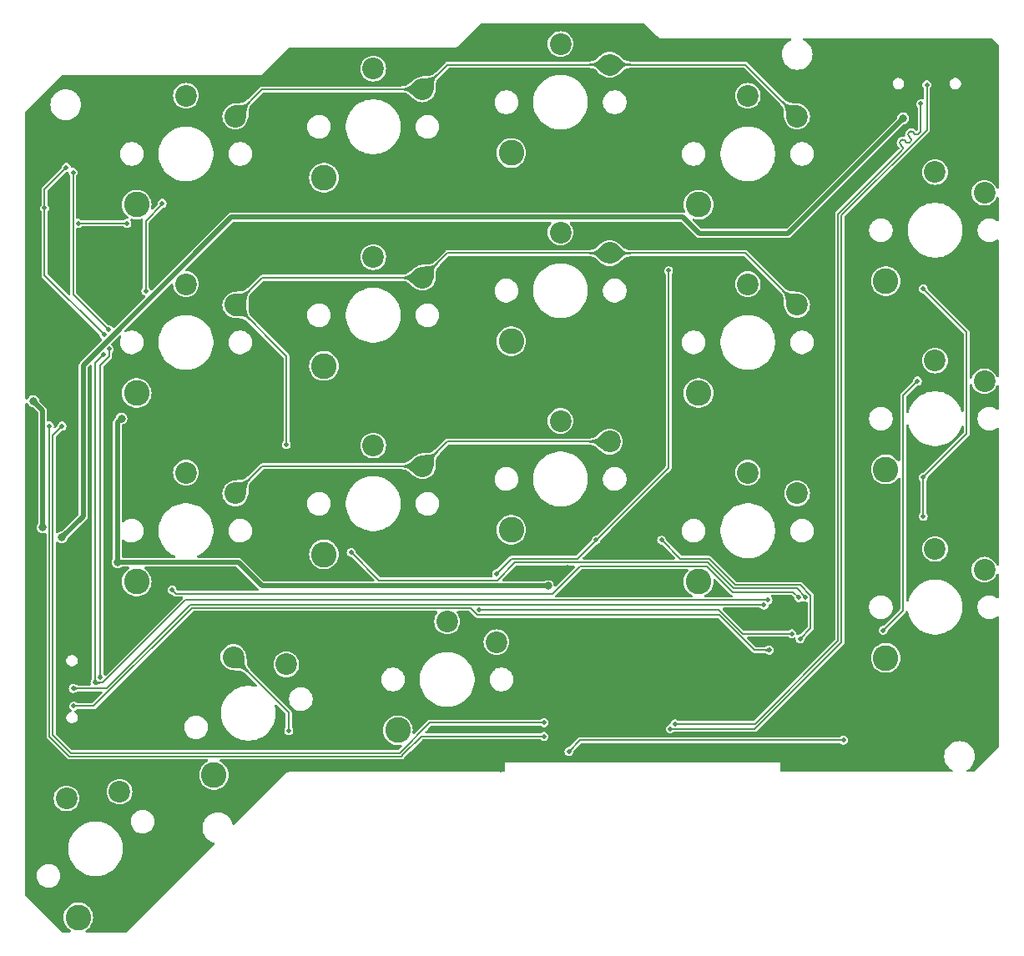
<source format=gbr>
%TF.GenerationSoftware,KiCad,Pcbnew,8.0.4*%
%TF.CreationDate,2024-08-15T01:19:59+08:00*%
%TF.ProjectId,gemini_right,67656d69-6e69-45f7-9269-6768742e6b69,rev?*%
%TF.SameCoordinates,Original*%
%TF.FileFunction,Copper,L2,Bot*%
%TF.FilePolarity,Positive*%
%FSLAX46Y46*%
G04 Gerber Fmt 4.6, Leading zero omitted, Abs format (unit mm)*
G04 Created by KiCad (PCBNEW 8.0.4) date 2024-08-15 01:19:59*
%MOMM*%
%LPD*%
G01*
G04 APERTURE LIST*
%TA.AperFunction,ComponentPad*%
%ADD10C,2.600000*%
%TD*%
%TA.AperFunction,ComponentPad*%
%ADD11C,2.200000*%
%TD*%
%TA.AperFunction,ComponentPad*%
%ADD12O,1.000000X2.100000*%
%TD*%
%TA.AperFunction,ComponentPad*%
%ADD13O,1.000000X1.800000*%
%TD*%
%TA.AperFunction,HeatsinkPad*%
%ADD14C,0.600000*%
%TD*%
%TA.AperFunction,ComponentPad*%
%ADD15O,2.100000X1.000000*%
%TD*%
%TA.AperFunction,ComponentPad*%
%ADD16O,1.800000X1.000000*%
%TD*%
%TA.AperFunction,ViaPad*%
%ADD17C,0.800000*%
%TD*%
%TA.AperFunction,ViaPad*%
%ADD18C,0.500000*%
%TD*%
%TA.AperFunction,Conductor*%
%ADD19C,0.200000*%
%TD*%
%TA.AperFunction,Conductor*%
%ADD20C,0.500000*%
%TD*%
G04 APERTURE END LIST*
D10*
%TO.P,SW6,*%
%TO.N,*%
X133794228Y-94900000D03*
D11*
%TO.P,SW6,1,1*%
%TO.N,Net-(D6-A)*%
X138794228Y-83850000D03*
%TO.P,SW6,2,2*%
%TO.N,/RCOL2*%
X143794228Y-85950000D03*
%TD*%
D10*
%TO.P,SW18,*%
%TO.N,*%
X70871095Y-128982149D03*
D11*
%TO.P,SW18,1,1*%
%TO.N,Net-(D18-A)*%
X69676222Y-116912568D03*
%TO.P,SW18,2,2*%
%TO.N,/RCOL2*%
X75056349Y-116231221D03*
%TD*%
D10*
%TO.P,SW10,*%
%TO.N,*%
X95794228Y-53900000D03*
D11*
%TO.P,SW10,1,1*%
%TO.N,Net-(D10-A)*%
X100794228Y-42850000D03*
%TO.P,SW10,2,2*%
%TO.N,/RCOL0*%
X105794228Y-44950000D03*
%TD*%
D10*
%TO.P,SW16,*%
%TO.N,*%
X103294228Y-110000000D03*
D11*
%TO.P,SW16,1,1*%
%TO.N,Net-(D16-A)*%
X108294228Y-98950000D03*
%TO.P,SW16,2,2*%
%TO.N,/RCOL0*%
X113294228Y-101050000D03*
%TD*%
D10*
%TO.P,SW17,*%
%TO.N,*%
X84629511Y-114540731D03*
D11*
%TO.P,SW17,1,1*%
%TO.N,Net-(D17-A)*%
X86599190Y-102573156D03*
%TO.P,SW17,2,2*%
%TO.N,/RCOL1*%
X91972339Y-103307505D03*
%TD*%
D10*
%TO.P,SW15,*%
%TO.N,*%
X76794228Y-94900000D03*
D11*
%TO.P,SW15,1,1*%
%TO.N,Net-(D15-A)*%
X81794228Y-83850000D03*
%TO.P,SW15,2,2*%
%TO.N,/RCOL2*%
X86794228Y-85950000D03*
%TD*%
D10*
%TO.P,SW4,*%
%TO.N,*%
X133794228Y-56650000D03*
D11*
%TO.P,SW4,1,1*%
%TO.N,Net-(D4-A)*%
X138794228Y-45600000D03*
%TO.P,SW4,2,2*%
%TO.N,/RCOL0*%
X143794228Y-47700000D03*
%TD*%
D10*
%TO.P,SW9,*%
%TO.N,*%
X114794228Y-89650000D03*
D11*
%TO.P,SW9,1,1*%
%TO.N,Net-(D9-A)*%
X119794228Y-78600000D03*
%TO.P,SW9,2,2*%
%TO.N,/RCOL2*%
X124794228Y-80700000D03*
%TD*%
D10*
%TO.P,SW3,*%
%TO.N,*%
X152794228Y-102650000D03*
D11*
%TO.P,SW3,1,1*%
%TO.N,Net-(D3-A)*%
X157794228Y-91600000D03*
%TO.P,SW3,2,2*%
%TO.N,/RCOL2*%
X162794228Y-93700000D03*
%TD*%
D10*
%TO.P,SW2,*%
%TO.N,*%
X152794228Y-83525000D03*
D11*
%TO.P,SW2,1,1*%
%TO.N,Net-(D2-A)*%
X157794228Y-72475000D03*
%TO.P,SW2,2,2*%
%TO.N,/RCOL1*%
X162794228Y-74575000D03*
%TD*%
D10*
%TO.P,SW1,*%
%TO.N,*%
X152794228Y-64400000D03*
D11*
%TO.P,SW1,1,1*%
%TO.N,Net-(D1-A)*%
X157794228Y-53350000D03*
%TO.P,SW1,2,2*%
%TO.N,/RCOL0*%
X162794228Y-55450000D03*
%TD*%
D12*
%TO.P,J2_toHost1,S1,SHIELD*%
%TO.N,GND*%
X161280000Y-44869999D03*
D13*
X161280000Y-40689999D03*
D12*
X152640000Y-44869999D03*
D13*
X152640000Y-40689999D03*
%TD*%
D10*
%TO.P,SW8,*%
%TO.N,*%
X114794228Y-70525000D03*
D11*
%TO.P,SW8,1,1*%
%TO.N,Net-(D8-A)*%
X119794228Y-59475000D03*
%TO.P,SW8,2,2*%
%TO.N,/RCOL1*%
X124794228Y-61575000D03*
%TD*%
D10*
%TO.P,SW7,*%
%TO.N,*%
X114794228Y-51400000D03*
D11*
%TO.P,SW7,1,1*%
%TO.N,Net-(D7-A)*%
X119794228Y-40350000D03*
%TO.P,SW7,2,2*%
%TO.N,/RCOL0*%
X124794228Y-42450000D03*
%TD*%
D10*
%TO.P,SW13,*%
%TO.N,*%
X76794228Y-56650000D03*
D11*
%TO.P,SW13,1,1*%
%TO.N,Net-(D13-A)*%
X81794228Y-45600000D03*
%TO.P,SW13,2,2*%
%TO.N,/RCOL0*%
X86794228Y-47700000D03*
%TD*%
D10*
%TO.P,SW5,*%
%TO.N,*%
X133794228Y-75775000D03*
D11*
%TO.P,SW5,1,1*%
%TO.N,Net-(D5-A)*%
X138794228Y-64725000D03*
%TO.P,SW5,2,2*%
%TO.N,/RCOL1*%
X143794228Y-66825000D03*
%TD*%
D10*
%TO.P,SW11,*%
%TO.N,*%
X95794228Y-73025000D03*
D11*
%TO.P,SW11,1,1*%
%TO.N,Net-(D11-A)*%
X100794228Y-61975000D03*
%TO.P,SW11,2,2*%
%TO.N,/RCOL1*%
X105794228Y-64075000D03*
%TD*%
D14*
%TO.P,U3,19,GND*%
%TO.N,GND*%
X128270000Y-106510999D03*
X128270000Y-105411000D03*
X127720000Y-107061000D03*
X127720000Y-105961000D03*
X127720000Y-104861000D03*
X127170000Y-106511000D03*
X127170000Y-105410999D03*
X126620000Y-107061000D03*
X126620000Y-105961000D03*
X126620000Y-104861000D03*
X126070000Y-106510999D03*
X126070000Y-105411000D03*
%TD*%
D10*
%TO.P,SW12,*%
%TO.N,*%
X95794228Y-92150000D03*
D11*
%TO.P,SW12,1,1*%
%TO.N,Net-(D12-A)*%
X100794228Y-81100000D03*
%TO.P,SW12,2,2*%
%TO.N,/RCOL2*%
X105794228Y-83200000D03*
%TD*%
D10*
%TO.P,SW14,*%
%TO.N,*%
X76794228Y-75775000D03*
D11*
%TO.P,SW14,1,1*%
%TO.N,Net-(D14-A)*%
X81794228Y-64725000D03*
%TO.P,SW14,2,2*%
%TO.N,/RCOL1*%
X86794228Y-66825000D03*
%TD*%
D15*
%TO.P,J1_toLeft1,S1,SHIELD*%
%TO.N,GND*%
X70724227Y-101500000D03*
D16*
X66544227Y-101500000D03*
D15*
X70724227Y-110140000D03*
D16*
X66544227Y-110140000D03*
%TD*%
D17*
%TO.N,GND*%
X114554000Y-112861000D03*
X115443000Y-112861000D03*
X116332000Y-112861000D03*
X139954000Y-112861000D03*
X139065000Y-112861000D03*
X138175436Y-112861000D03*
X117234561Y-112861000D03*
X118084563Y-112861001D03*
X113729978Y-113835844D03*
X140125998Y-103961000D03*
X141605000Y-108966000D03*
X162450000Y-95441254D03*
X155619227Y-95186994D03*
X153850001Y-93139949D03*
X69650000Y-57851809D03*
X75694228Y-60352353D03*
X73431600Y-59244749D03*
X142024949Y-96711999D03*
X138574975Y-99485025D03*
X136373121Y-96088070D03*
X120484051Y-93663999D03*
X122033975Y-94093975D03*
D18*
%TO.N,/USB_D-*%
X156336923Y-46419927D03*
%TO.N,/USB_D+*%
X156951838Y-44496198D03*
%TO.N,/USB_D-*%
X131401964Y-109346600D03*
%TO.N,/USB_D+*%
X130937000Y-109849000D03*
%TO.N,/RROW4*%
X77724000Y-65405000D03*
X79375000Y-56515000D03*
D17*
%TO.N,/VBUS*%
X154559000Y-47879000D03*
X69215000Y-90424000D03*
D18*
%TO.N,/RROW4*%
X80391000Y-95758000D03*
X143990863Y-96546266D03*
%TO.N,/RROW3*%
X98552000Y-91948000D03*
X144669499Y-96514400D03*
D17*
%TO.N,+BATT*%
X67245000Y-89408000D03*
X66294000Y-76581000D03*
%TO.N,+3V3*%
X75250000Y-78350000D03*
X74850000Y-92950000D03*
X118510753Y-95357247D03*
D18*
%TO.N,/RROW0*%
X156591000Y-84328000D03*
X156591000Y-88265000D03*
X156591000Y-65203000D03*
%TO.N,/RROW5*%
X143256000Y-100203000D03*
X111506000Y-97747600D03*
%TO.N,Net-(D17-A)*%
X92221309Y-110021309D03*
%TO.N,/RCOL1*%
X156000000Y-74550000D03*
X152527000Y-99851900D03*
X91972339Y-81000000D03*
%TO.N,/SDA*%
X74008573Y-71308573D03*
X73086775Y-104622400D03*
X70350000Y-53375000D03*
X140427172Y-97290470D03*
X70352400Y-105750000D03*
X73971023Y-69366224D03*
%TO.N,/PWR_ALRT*%
X70852400Y-58551809D03*
X75804435Y-58545565D03*
%TO.N,/KEY_INT*%
X70400000Y-107550000D03*
X140970000Y-101854000D03*
%TO.N,/RCOL0*%
X113294228Y-94107000D03*
X130750000Y-63350000D03*
X130050000Y-90697600D03*
X123400000Y-90697600D03*
X144110456Y-100705400D03*
%TO.N,/SCL*%
X73468623Y-69868623D03*
X140848209Y-96788070D03*
X72562793Y-105170931D03*
X69650000Y-52872600D03*
X73458573Y-71858573D03*
X67452400Y-57000000D03*
%TO.N,/PWR_STAT*%
X118110000Y-109220000D03*
X69215000Y-79121000D03*
%TO.N,/BOOST_STAT*%
X118110000Y-110617000D03*
X67945000Y-79121000D03*
%TO.N,/BOOTn*%
X120650000Y-112141000D03*
X148500000Y-111000000D03*
%TD*%
D19*
%TO.N,/KEY_INT*%
X140970000Y-101854000D02*
X139455632Y-101854000D01*
X82402400Y-97597600D02*
X72450000Y-107550000D01*
X139455632Y-101854000D02*
X135899632Y-98298000D01*
X72450000Y-107550000D02*
X70400000Y-107550000D01*
X135899632Y-98298000D02*
X111345899Y-98298000D01*
X111345899Y-98298000D02*
X110645499Y-97597600D01*
X110645499Y-97597600D02*
X82402400Y-97597600D01*
%TO.N,/RROW5*%
X135847600Y-97747600D02*
X138303000Y-100203000D01*
X111506000Y-97747600D02*
X135847600Y-97747600D01*
X138303000Y-100203000D02*
X143256000Y-100203000D01*
%TO.N,/BOOST_STAT*%
X118110000Y-110617000D02*
X105654368Y-110617000D01*
X105654368Y-110617000D02*
X103828800Y-112442568D01*
X103828800Y-112442568D02*
X103828800Y-112442569D01*
X103828800Y-112442569D02*
X103622369Y-112649000D01*
X103622369Y-112649000D02*
X69986631Y-112649000D01*
X69986631Y-112649000D02*
X67945000Y-110607369D01*
X67945000Y-110607369D02*
X67945000Y-79121000D01*
%TO.N,/PWR_STAT*%
X118110000Y-109220000D02*
X106553000Y-109220000D01*
X106553000Y-109220000D02*
X103476400Y-112296600D01*
X103476400Y-112296600D02*
X70132600Y-112296600D01*
X68297400Y-110461400D02*
X68297400Y-80038600D01*
X70132600Y-112296600D02*
X68297400Y-110461400D01*
X68297400Y-80038600D02*
X69215000Y-79121000D01*
%TO.N,/USB_D-*%
X155116486Y-49690523D02*
X155323190Y-49897227D01*
X155747456Y-49472964D02*
X155540751Y-49266259D01*
X155323190Y-50236639D02*
X155238339Y-50321492D01*
X155201339Y-49266259D02*
X155116486Y-49351111D01*
X155540751Y-49266259D02*
G75*
G03*
X155201339Y-49266259I-169706J-169704D01*
G01*
X156336923Y-49222909D02*
X156086868Y-49472964D01*
X154474662Y-50745756D02*
G75*
G02*
X154474701Y-51085206I-169662J-169744D01*
G01*
X155238339Y-50321493D02*
G75*
G02*
X154898927Y-50321493I-169706J169704D01*
G01*
X154898927Y-50321493D02*
X154692230Y-50114796D01*
X154267966Y-50199648D02*
G75*
G03*
X154267920Y-50539106I169734J-169752D01*
G01*
X155323190Y-49897227D02*
G75*
G02*
X155323157Y-50236606I-169690J-169673D01*
G01*
X139509201Y-109346600D02*
X131401964Y-109346600D01*
X155116486Y-49351111D02*
G75*
G03*
X155116503Y-49690506I169714J-169689D01*
G01*
X154692230Y-50114796D02*
G75*
G03*
X154352818Y-50114795I-169706J-169703D01*
G01*
X156086868Y-49472964D02*
G75*
G02*
X155747456Y-49472964I-169706J169704D01*
G01*
X156336923Y-46419927D02*
X156336923Y-49222909D01*
X155238339Y-50321492D02*
X155238339Y-50321493D01*
X147954600Y-100901201D02*
X139509201Y-109346600D01*
X151788934Y-53770898D02*
X147954600Y-57605232D01*
X147954600Y-57605232D02*
X147954600Y-100901201D01*
X154389810Y-51170021D02*
X151788934Y-53770898D01*
X154474662Y-51085167D02*
X154389810Y-51170021D01*
X154267966Y-50539060D02*
X154474662Y-50745756D01*
X154352819Y-50114796D02*
X154267966Y-50199648D01*
%TO.N,/USB_D+*%
X156951838Y-44496198D02*
X156951838Y-49106362D01*
X156951838Y-49106362D02*
X148307000Y-57751200D01*
X148307000Y-57751200D02*
X148307000Y-101047169D01*
X148307000Y-101047169D02*
X139505169Y-109849000D01*
X139505169Y-109849000D02*
X130937000Y-109849000D01*
%TO.N,/RROW4*%
X77724000Y-58293000D02*
X77724000Y-65405000D01*
X79375000Y-56642000D02*
X77724000Y-58293000D01*
X79375000Y-56515000D02*
X79375000Y-56642000D01*
D20*
%TO.N,+3V3*%
X74850000Y-92950000D02*
X74844228Y-92944228D01*
X74844228Y-92944228D02*
X74844228Y-78755772D01*
X74844228Y-78755772D02*
X75250000Y-78350000D01*
%TO.N,/VBUS*%
X69215000Y-90424000D02*
X71374000Y-88265000D01*
X71374000Y-88265000D02*
X71374000Y-72953196D01*
X71374000Y-72953196D02*
X86402196Y-57925000D01*
X86402196Y-57925000D02*
X132220000Y-57925000D01*
X132220000Y-57925000D02*
X133858000Y-59563000D01*
X133858000Y-59563000D02*
X142875000Y-59563000D01*
X142875000Y-59563000D02*
X154559000Y-47879000D01*
D19*
%TO.N,/SDA*%
X73086775Y-104622400D02*
X73086775Y-72963225D01*
X73086775Y-72963225D02*
X74008573Y-72041427D01*
X74008573Y-72041427D02*
X74008573Y-71308573D01*
%TO.N,/SCL*%
X72562793Y-105170931D02*
X72562793Y-72754353D01*
X72562793Y-72754353D02*
X73458573Y-71858573D01*
%TO.N,/RCOL0*%
X113294228Y-94107000D02*
X114789628Y-92611600D01*
X114789628Y-92611600D02*
X121486000Y-92611600D01*
X130750000Y-83347600D02*
X130750000Y-63350000D01*
X121486000Y-92611600D02*
X130750000Y-83347600D01*
X144110456Y-100705400D02*
X145171899Y-99643957D01*
X134883336Y-92611600D02*
X131964000Y-92611600D01*
X145171899Y-99643957D02*
X145171899Y-96306299D01*
X145171899Y-96306299D02*
X144115600Y-95250000D01*
X144115600Y-95250000D02*
X137521736Y-95250000D01*
X137521736Y-95250000D02*
X134883336Y-92611600D01*
X131964000Y-92611600D02*
X130050000Y-90697600D01*
%TO.N,/RROW3*%
X144669499Y-96514400D02*
X143757499Y-95602400D01*
X137375768Y-95602400D02*
X134737368Y-92964000D01*
X143757499Y-95602400D02*
X137375768Y-95602400D01*
X134737368Y-92964000D02*
X115189000Y-92964000D01*
X115189000Y-92964000D02*
X113353000Y-94800000D01*
X113353000Y-94800000D02*
X101404000Y-94800000D01*
X101404000Y-94800000D02*
X98552000Y-91948000D01*
%TO.N,/RROW4*%
X143990863Y-96546266D02*
X143399397Y-95954800D01*
X143399397Y-95954800D02*
X137229800Y-95954800D01*
X137229800Y-95954800D02*
X134620000Y-93345000D01*
X118999000Y-96139000D02*
X80772000Y-96139000D01*
X134620000Y-93345000D02*
X121793000Y-93345000D01*
X121793000Y-93345000D02*
X118999000Y-96139000D01*
X80772000Y-96139000D02*
X80391000Y-95758000D01*
%TO.N,/SCL*%
X140848209Y-96788070D02*
X81761930Y-96788070D01*
X81761930Y-96788070D02*
X73379069Y-105170931D01*
X73379069Y-105170931D02*
X72562793Y-105170931D01*
D20*
%TO.N,+3V3*%
X89500000Y-95350000D02*
X87100000Y-92950000D01*
X113957247Y-95357247D02*
X113950000Y-95350000D01*
X87100000Y-92950000D02*
X74850000Y-92950000D01*
X118510753Y-95357247D02*
X113957247Y-95357247D01*
X113950000Y-95350000D02*
X89500000Y-95350000D01*
%TO.N,+BATT*%
X67245000Y-77532000D02*
X66294000Y-76581000D01*
X67245000Y-89408000D02*
X67245000Y-77532000D01*
D19*
%TO.N,/RROW0*%
X161000000Y-69612000D02*
X156591000Y-65203000D01*
X156591000Y-84328000D02*
X161000000Y-79919000D01*
X161000000Y-79919000D02*
X161000000Y-69612000D01*
X156591000Y-88265000D02*
X156591000Y-84328000D01*
%TO.N,Net-(D17-A)*%
X92221309Y-110021309D02*
X92221309Y-108195275D01*
X92221309Y-108195275D02*
X86599190Y-102573156D01*
%TO.N,/RCOL1*%
X124794228Y-61575000D02*
X138544228Y-61575000D01*
X105794228Y-64075000D02*
X108294228Y-61575000D01*
X91972339Y-72003111D02*
X86794228Y-66825000D01*
X138544228Y-61575000D02*
X143794228Y-66825000D01*
X86794228Y-66825000D02*
X89544228Y-64075000D01*
X154550000Y-97828900D02*
X154550000Y-76000000D01*
X108294228Y-61575000D02*
X124794228Y-61575000D01*
X91972339Y-81000000D02*
X91972339Y-72003111D01*
X154550000Y-76000000D02*
X156000000Y-74550000D01*
X152527000Y-99851900D02*
X154550000Y-97828900D01*
X89544228Y-64075000D02*
X105794228Y-64075000D01*
%TO.N,/SDA*%
X140427172Y-97290470D02*
X140381902Y-97245200D01*
X82256431Y-97245200D02*
X73751631Y-105750000D01*
X73971023Y-69366224D02*
X70350000Y-65745201D01*
X73751631Y-105750000D02*
X70352400Y-105750000D01*
X70350000Y-65745201D02*
X70350000Y-53375000D01*
X140381902Y-97245200D02*
X82256431Y-97245200D01*
%TO.N,/PWR_ALRT*%
X70852400Y-58551809D02*
X70859460Y-58544749D01*
X75803619Y-58544749D02*
X75804435Y-58545565D01*
X70859460Y-58544749D02*
X75803619Y-58544749D01*
%TO.N,/RCOL2*%
X89544228Y-83200000D02*
X105794228Y-83200000D01*
X105794228Y-83200000D02*
X108294228Y-80700000D01*
X108294228Y-80700000D02*
X124794228Y-80700000D01*
X86794228Y-85950000D02*
X89544228Y-83200000D01*
%TO.N,/RCOL0*%
X89544228Y-44950000D02*
X105794228Y-44950000D01*
X138544228Y-42450000D02*
X143794228Y-47700000D01*
X124794228Y-42450000D02*
X138544228Y-42450000D01*
X108294228Y-42450000D02*
X124794228Y-42450000D01*
X86794228Y-47700000D02*
X89544228Y-44950000D01*
X105794228Y-44950000D02*
X108294228Y-42450000D01*
%TO.N,/SCL*%
X67452400Y-63852400D02*
X67452400Y-57000000D01*
X73468623Y-69868623D02*
X67452400Y-63852400D01*
X67452400Y-55070200D02*
X67452400Y-57000000D01*
X69650000Y-52872600D02*
X67452400Y-55070200D01*
%TO.N,/BOOTn*%
X121791000Y-111000000D02*
X148500000Y-111000000D01*
X120650000Y-112141000D02*
X121791000Y-111000000D01*
%TD*%
%TA.AperFunction,Conductor*%
%TO.N,GND*%
G36*
X128308363Y-38270185D02*
G01*
X128329005Y-38286819D01*
X129599500Y-39557314D01*
X129692686Y-39650500D01*
X129760018Y-39689374D01*
X129806814Y-39716392D01*
X129934107Y-39750500D01*
X129934108Y-39750500D01*
X143107204Y-39750500D01*
X143174243Y-39770185D01*
X143219998Y-39822989D01*
X143229942Y-39892147D01*
X143200917Y-39955703D01*
X143154656Y-39989061D01*
X143093914Y-40014220D01*
X143093911Y-40014222D01*
X142885826Y-40141737D01*
X142885823Y-40141738D01*
X142700241Y-40300241D01*
X142541738Y-40485823D01*
X142541737Y-40485826D01*
X142414222Y-40693910D01*
X142320830Y-40919380D01*
X142263853Y-41156702D01*
X142244706Y-41400000D01*
X142263853Y-41643297D01*
X142263853Y-41643300D01*
X142263854Y-41643302D01*
X142313467Y-41849953D01*
X142320830Y-41880619D01*
X142414222Y-42106089D01*
X142541737Y-42314173D01*
X142541738Y-42314176D01*
X142541741Y-42314179D01*
X142700241Y-42499759D01*
X142817023Y-42599500D01*
X142885823Y-42658261D01*
X142885826Y-42658262D01*
X143093910Y-42785777D01*
X143319381Y-42879169D01*
X143319378Y-42879169D01*
X143319384Y-42879170D01*
X143319388Y-42879172D01*
X143556698Y-42936146D01*
X143800000Y-42955294D01*
X144043302Y-42936146D01*
X144280612Y-42879172D01*
X144506089Y-42785777D01*
X144714179Y-42658259D01*
X144899759Y-42499759D01*
X145058259Y-42314179D01*
X145185777Y-42106089D01*
X145279172Y-41880612D01*
X145336146Y-41643302D01*
X145355294Y-41400000D01*
X145336146Y-41156698D01*
X145279172Y-40919388D01*
X145250638Y-40850500D01*
X145185777Y-40693910D01*
X145058262Y-40485826D01*
X145058261Y-40485823D01*
X145002892Y-40420995D01*
X144899759Y-40300241D01*
X144777063Y-40195449D01*
X144714176Y-40141738D01*
X144714173Y-40141737D01*
X144506088Y-40014222D01*
X144506085Y-40014220D01*
X144445344Y-39989061D01*
X144390940Y-39945220D01*
X144368875Y-39878926D01*
X144386154Y-39811227D01*
X144437291Y-39763616D01*
X144492796Y-39750500D01*
X163491324Y-39750500D01*
X163558363Y-39770185D01*
X163579005Y-39786819D01*
X164213181Y-40420995D01*
X164246666Y-40482318D01*
X164249500Y-40508676D01*
X164249500Y-54934267D01*
X164229815Y-55001306D01*
X164177011Y-55047061D01*
X164107853Y-55057005D01*
X164044297Y-55027980D01*
X164013118Y-54986672D01*
X163966031Y-54885695D01*
X163924796Y-54797266D01*
X163794275Y-54610861D01*
X163794273Y-54610858D01*
X163633369Y-54449954D01*
X163446962Y-54319432D01*
X163446960Y-54319431D01*
X163240725Y-54223261D01*
X163240716Y-54223258D01*
X163020925Y-54164366D01*
X163020921Y-54164365D01*
X163020920Y-54164365D01*
X163020919Y-54164364D01*
X163020914Y-54164364D01*
X162794230Y-54144532D01*
X162794226Y-54144532D01*
X162567541Y-54164364D01*
X162567530Y-54164366D01*
X162347739Y-54223258D01*
X162347730Y-54223261D01*
X162141495Y-54319431D01*
X162141493Y-54319432D01*
X161955086Y-54449954D01*
X161794182Y-54610858D01*
X161663660Y-54797265D01*
X161663659Y-54797267D01*
X161567489Y-55003502D01*
X161567486Y-55003511D01*
X161508594Y-55223302D01*
X161508592Y-55223313D01*
X161488760Y-55449998D01*
X161488760Y-55450001D01*
X161508592Y-55676686D01*
X161508594Y-55676697D01*
X161567486Y-55896488D01*
X161567489Y-55896497D01*
X161663659Y-56102732D01*
X161663660Y-56102734D01*
X161794182Y-56289141D01*
X161955086Y-56450045D01*
X161955089Y-56450047D01*
X162141494Y-56580568D01*
X162347732Y-56676739D01*
X162567536Y-56735635D01*
X162729458Y-56749801D01*
X162794226Y-56755468D01*
X162794228Y-56755468D01*
X162794230Y-56755468D01*
X162850901Y-56750509D01*
X163020920Y-56735635D01*
X163240724Y-56676739D01*
X163446962Y-56580568D01*
X163633367Y-56450047D01*
X163794275Y-56289139D01*
X163924796Y-56102734D01*
X164013119Y-55913325D01*
X164059290Y-55860888D01*
X164126484Y-55841736D01*
X164193365Y-55861952D01*
X164238700Y-55915117D01*
X164249500Y-55965732D01*
X164249500Y-58216782D01*
X164229815Y-58283821D01*
X164177011Y-58329576D01*
X164107853Y-58339520D01*
X164052615Y-58317100D01*
X163923430Y-58223242D01*
X163923429Y-58223241D01*
X163923427Y-58223240D01*
X163850710Y-58186189D01*
X163755064Y-58137454D01*
X163575346Y-58079059D01*
X163388714Y-58049500D01*
X163388709Y-58049500D01*
X163199747Y-58049500D01*
X163199742Y-58049500D01*
X163013109Y-58079059D01*
X162833391Y-58137454D01*
X162665028Y-58223240D01*
X162581647Y-58283821D01*
X162512155Y-58334310D01*
X162512153Y-58334312D01*
X162512152Y-58334312D01*
X162378540Y-58467924D01*
X162378540Y-58467925D01*
X162378538Y-58467927D01*
X162330838Y-58533579D01*
X162267468Y-58620800D01*
X162181682Y-58789163D01*
X162123287Y-58968881D01*
X162093728Y-59155513D01*
X162093728Y-59344486D01*
X162123287Y-59531118D01*
X162181682Y-59710836D01*
X162267468Y-59879199D01*
X162378538Y-60032073D01*
X162512155Y-60165690D01*
X162665029Y-60276760D01*
X162677702Y-60283217D01*
X162833391Y-60362545D01*
X162833393Y-60362545D01*
X162833396Y-60362547D01*
X162929725Y-60393846D01*
X163013109Y-60420940D01*
X163199742Y-60450500D01*
X163199747Y-60450500D01*
X163388714Y-60450500D01*
X163575346Y-60420940D01*
X163755060Y-60362547D01*
X163923427Y-60276760D01*
X164052615Y-60182898D01*
X164118420Y-60159419D01*
X164186474Y-60175244D01*
X164235169Y-60225350D01*
X164249500Y-60283217D01*
X164249500Y-74059267D01*
X164229815Y-74126306D01*
X164177011Y-74172061D01*
X164107853Y-74182005D01*
X164044297Y-74152980D01*
X164013118Y-74111672D01*
X163924796Y-73922267D01*
X163924795Y-73922265D01*
X163794273Y-73735858D01*
X163633369Y-73574954D01*
X163446962Y-73444432D01*
X163446960Y-73444431D01*
X163240725Y-73348261D01*
X163240716Y-73348258D01*
X163020925Y-73289366D01*
X163020921Y-73289365D01*
X163020920Y-73289365D01*
X163020919Y-73289364D01*
X163020914Y-73289364D01*
X162794230Y-73269532D01*
X162794226Y-73269532D01*
X162567541Y-73289364D01*
X162567530Y-73289366D01*
X162347739Y-73348258D01*
X162347730Y-73348261D01*
X162141495Y-73444431D01*
X162141493Y-73444432D01*
X161955086Y-73574954D01*
X161794182Y-73735858D01*
X161663660Y-73922265D01*
X161663659Y-73922267D01*
X161567489Y-74128502D01*
X161567486Y-74128511D01*
X161544275Y-74215139D01*
X161507910Y-74274800D01*
X161445063Y-74305329D01*
X161375688Y-74297034D01*
X161321810Y-74252549D01*
X161300535Y-74185997D01*
X161300500Y-74183046D01*
X161300500Y-69572440D01*
X161300499Y-69572436D01*
X161297484Y-69561185D01*
X161287697Y-69524656D01*
X161280022Y-69496012D01*
X161240460Y-69427489D01*
X157080381Y-65267410D01*
X157046896Y-65206087D01*
X157045324Y-65197375D01*
X157041603Y-65171497D01*
X157027697Y-65074774D01*
X156973882Y-64956937D01*
X156889049Y-64859033D01*
X156780069Y-64788996D01*
X156780065Y-64788994D01*
X156780064Y-64788994D01*
X156655774Y-64752500D01*
X156655772Y-64752500D01*
X156526228Y-64752500D01*
X156526226Y-64752500D01*
X156401935Y-64788994D01*
X156401932Y-64788995D01*
X156401931Y-64788996D01*
X156350677Y-64821934D01*
X156292950Y-64859033D01*
X156208118Y-64956937D01*
X156208117Y-64956938D01*
X156154302Y-65074774D01*
X156135867Y-65203000D01*
X156154302Y-65331225D01*
X156176791Y-65380468D01*
X156208118Y-65449063D01*
X156277168Y-65528752D01*
X156290364Y-65543982D01*
X156292951Y-65546967D01*
X156401931Y-65617004D01*
X156526225Y-65653499D01*
X156526227Y-65653500D01*
X156526228Y-65653500D01*
X156565167Y-65653500D01*
X156632206Y-65673185D01*
X156652848Y-65689819D01*
X160663181Y-69700152D01*
X160696666Y-69761475D01*
X160699500Y-69787833D01*
X160699500Y-77544478D01*
X160679815Y-77611517D01*
X160627011Y-77657272D01*
X160557853Y-77667216D01*
X160494297Y-77638191D01*
X160458459Y-77585433D01*
X160384215Y-77373258D01*
X160362496Y-77311189D01*
X160227238Y-77030323D01*
X160061384Y-76766367D01*
X159867019Y-76522641D01*
X159646587Y-76302209D01*
X159402861Y-76107844D01*
X159138905Y-75941990D01*
X159138902Y-75941988D01*
X158858042Y-75806733D01*
X158563807Y-75703775D01*
X158563795Y-75703771D01*
X158259877Y-75634404D01*
X158259861Y-75634402D01*
X157950101Y-75599500D01*
X157950097Y-75599500D01*
X157638359Y-75599500D01*
X157638355Y-75599500D01*
X157328594Y-75634402D01*
X157328578Y-75634404D01*
X157024660Y-75703771D01*
X157024648Y-75703775D01*
X156730413Y-75806733D01*
X156449553Y-75941988D01*
X156185596Y-76107843D01*
X155941869Y-76302208D01*
X155721436Y-76522641D01*
X155527071Y-76766368D01*
X155361216Y-77030325D01*
X155225961Y-77311185D01*
X155123003Y-77605420D01*
X155123000Y-77605428D01*
X155095391Y-77726395D01*
X155061282Y-77787373D01*
X154999621Y-77820231D01*
X154929984Y-77814536D01*
X154874480Y-77772096D01*
X154850732Y-77706386D01*
X154850500Y-77698802D01*
X154850500Y-76175833D01*
X154870185Y-76108794D01*
X154886819Y-76088152D01*
X155938152Y-75036819D01*
X155999475Y-75003334D01*
X156025833Y-75000500D01*
X156064773Y-75000500D01*
X156064773Y-75000499D01*
X156189069Y-74964004D01*
X156298049Y-74893967D01*
X156382882Y-74796063D01*
X156436697Y-74678226D01*
X156455133Y-74550000D01*
X156436697Y-74421774D01*
X156382882Y-74303937D01*
X156298049Y-74206033D01*
X156189069Y-74135996D01*
X156189065Y-74135994D01*
X156189064Y-74135994D01*
X156064774Y-74099500D01*
X156064772Y-74099500D01*
X155935228Y-74099500D01*
X155935226Y-74099500D01*
X155810935Y-74135994D01*
X155810932Y-74135995D01*
X155810931Y-74135996D01*
X155759677Y-74168934D01*
X155701950Y-74206033D01*
X155617118Y-74303937D01*
X155617117Y-74303938D01*
X155563302Y-74421774D01*
X155545675Y-74544376D01*
X155516650Y-74607931D01*
X155510618Y-74614409D01*
X154365489Y-75759540D01*
X154309541Y-75815487D01*
X154309535Y-75815495D01*
X154269982Y-75884004D01*
X154269979Y-75884009D01*
X154249500Y-75960439D01*
X154249500Y-82592545D01*
X154229815Y-82659584D01*
X154177011Y-82705339D01*
X154107853Y-82715283D01*
X154044297Y-82686258D01*
X154021691Y-82660367D01*
X153982392Y-82600215D01*
X153813972Y-82417262D01*
X153617737Y-82264526D01*
X153617735Y-82264525D01*
X153617734Y-82264524D01*
X153399039Y-82146172D01*
X153399030Y-82146169D01*
X153163844Y-82065429D01*
X152918563Y-82024500D01*
X152669893Y-82024500D01*
X152424611Y-82065429D01*
X152189425Y-82146169D01*
X152189416Y-82146172D01*
X151970721Y-82264524D01*
X151774485Y-82417261D01*
X151606061Y-82600217D01*
X151470054Y-82808393D01*
X151370164Y-83036118D01*
X151309120Y-83277175D01*
X151309118Y-83277187D01*
X151288585Y-83524994D01*
X151288585Y-83525005D01*
X151309118Y-83772812D01*
X151309120Y-83772824D01*
X151370164Y-84013881D01*
X151470054Y-84241606D01*
X151606061Y-84449782D01*
X151606064Y-84449785D01*
X151774484Y-84632738D01*
X151970719Y-84785474D01*
X152189418Y-84903828D01*
X152424614Y-84984571D01*
X152669893Y-85025500D01*
X152918563Y-85025500D01*
X153163842Y-84984571D01*
X153399038Y-84903828D01*
X153617737Y-84785474D01*
X153813972Y-84632738D01*
X153982392Y-84449785D01*
X154021691Y-84389632D01*
X154074837Y-84344276D01*
X154144068Y-84334852D01*
X154207404Y-84364353D01*
X154244736Y-84423413D01*
X154249500Y-84457454D01*
X154249500Y-97653067D01*
X154229815Y-97720106D01*
X154213181Y-97740748D01*
X152588848Y-99365081D01*
X152527525Y-99398566D01*
X152501167Y-99401400D01*
X152462226Y-99401400D01*
X152337935Y-99437894D01*
X152337932Y-99437895D01*
X152337931Y-99437896D01*
X152290895Y-99468124D01*
X152228950Y-99507933D01*
X152144118Y-99605837D01*
X152144117Y-99605838D01*
X152090302Y-99723674D01*
X152071867Y-99851900D01*
X152090302Y-99980125D01*
X152133528Y-100074774D01*
X152144118Y-100097963D01*
X152228951Y-100195867D01*
X152337931Y-100265904D01*
X152370613Y-100275500D01*
X152462225Y-100302399D01*
X152462227Y-100302400D01*
X152462228Y-100302400D01*
X152591773Y-100302400D01*
X152591773Y-100302399D01*
X152716069Y-100265904D01*
X152825049Y-100195867D01*
X152909882Y-100097963D01*
X152963697Y-99980126D01*
X152981324Y-99857521D01*
X153010349Y-99793967D01*
X153016367Y-99787502D01*
X154790460Y-98013411D01*
X154791920Y-98010881D01*
X154827098Y-97949953D01*
X154827101Y-97949944D01*
X154828923Y-97946789D01*
X154879498Y-97898587D01*
X154948108Y-97885378D01*
X155012968Y-97911359D01*
X155053484Y-97968281D01*
X155057187Y-97981222D01*
X155122999Y-98269567D01*
X155123003Y-98269579D01*
X155225961Y-98563814D01*
X155361216Y-98844674D01*
X155361218Y-98844677D01*
X155527072Y-99108633D01*
X155721437Y-99352359D01*
X155941869Y-99572791D01*
X156185595Y-99767156D01*
X156427942Y-99919432D01*
X156449553Y-99933011D01*
X156484929Y-99950047D01*
X156730417Y-100068268D01*
X156951402Y-100145594D01*
X157024648Y-100171224D01*
X157024660Y-100171228D01*
X157328582Y-100240596D01*
X157638354Y-100275499D01*
X157638355Y-100275500D01*
X157638359Y-100275500D01*
X157950101Y-100275500D01*
X157950101Y-100275499D01*
X158259874Y-100240596D01*
X158563796Y-100171228D01*
X158858039Y-100068268D01*
X159138905Y-99933010D01*
X159402861Y-99767156D01*
X159646587Y-99572791D01*
X159867019Y-99352359D01*
X160061384Y-99108633D01*
X160227238Y-98844677D01*
X160362496Y-98563811D01*
X160465456Y-98269568D01*
X160534824Y-97965646D01*
X160569728Y-97655869D01*
X160569728Y-97344131D01*
X160534824Y-97034354D01*
X160465456Y-96730432D01*
X160362496Y-96436189D01*
X160244086Y-96190308D01*
X160227239Y-96155325D01*
X160206170Y-96121794D01*
X160061384Y-95891367D01*
X159867019Y-95647641D01*
X159646587Y-95427209D01*
X159402861Y-95232844D01*
X159138905Y-95066990D01*
X159138902Y-95066988D01*
X158858042Y-94931733D01*
X158563807Y-94828775D01*
X158563795Y-94828771D01*
X158259877Y-94759404D01*
X158259861Y-94759402D01*
X157950101Y-94724500D01*
X157950097Y-94724500D01*
X157638359Y-94724500D01*
X157638355Y-94724500D01*
X157328594Y-94759402D01*
X157328578Y-94759404D01*
X157024660Y-94828771D01*
X157024648Y-94828775D01*
X156730413Y-94931733D01*
X156449553Y-95066988D01*
X156185596Y-95232843D01*
X155941869Y-95427208D01*
X155721436Y-95647641D01*
X155527071Y-95891368D01*
X155361216Y-96155325D01*
X155225961Y-96436185D01*
X155123003Y-96730420D01*
X155123000Y-96730428D01*
X155095391Y-96851395D01*
X155061282Y-96912373D01*
X154999621Y-96945231D01*
X154929984Y-96939536D01*
X154874480Y-96897096D01*
X154850732Y-96831386D01*
X154850500Y-96823802D01*
X154850500Y-91599998D01*
X156488760Y-91599998D01*
X156488760Y-91600001D01*
X156508592Y-91826686D01*
X156508594Y-91826697D01*
X156567486Y-92046488D01*
X156567489Y-92046497D01*
X156663659Y-92252732D01*
X156663660Y-92252734D01*
X156794182Y-92439141D01*
X156955086Y-92600045D01*
X156955089Y-92600047D01*
X157141494Y-92730568D01*
X157347732Y-92826739D01*
X157567536Y-92885635D01*
X157729458Y-92899801D01*
X157794226Y-92905468D01*
X157794228Y-92905468D01*
X157794230Y-92905468D01*
X157850901Y-92900509D01*
X158020920Y-92885635D01*
X158240724Y-92826739D01*
X158446962Y-92730568D01*
X158633367Y-92600047D01*
X158794275Y-92439139D01*
X158924796Y-92252734D01*
X159020967Y-92046496D01*
X159079863Y-91826692D01*
X159099696Y-91600000D01*
X159079863Y-91373308D01*
X159020967Y-91153504D01*
X158924796Y-90947266D01*
X158827067Y-90807693D01*
X158794273Y-90760858D01*
X158633369Y-90599954D01*
X158446962Y-90469432D01*
X158446960Y-90469431D01*
X158240725Y-90373261D01*
X158240716Y-90373258D01*
X158020925Y-90314366D01*
X158020921Y-90314365D01*
X158020920Y-90314365D01*
X158020919Y-90314364D01*
X158020914Y-90314364D01*
X157794230Y-90294532D01*
X157794226Y-90294532D01*
X157567541Y-90314364D01*
X157567530Y-90314366D01*
X157347739Y-90373258D01*
X157347730Y-90373261D01*
X157141495Y-90469431D01*
X157141493Y-90469432D01*
X156955086Y-90599954D01*
X156794182Y-90760858D01*
X156663660Y-90947265D01*
X156663659Y-90947267D01*
X156567489Y-91153502D01*
X156567486Y-91153511D01*
X156508594Y-91373302D01*
X156508592Y-91373313D01*
X156488760Y-91599998D01*
X154850500Y-91599998D01*
X154850500Y-79051197D01*
X154870185Y-78984158D01*
X154922989Y-78938403D01*
X154992147Y-78928459D01*
X155055703Y-78957484D01*
X155093477Y-79016262D01*
X155095391Y-79023605D01*
X155122999Y-79144567D01*
X155123003Y-79144579D01*
X155225961Y-79438814D01*
X155361216Y-79719674D01*
X155361218Y-79719677D01*
X155527072Y-79983633D01*
X155721437Y-80227359D01*
X155941869Y-80447791D01*
X156185595Y-80642156D01*
X156449551Y-80808010D01*
X156730417Y-80943268D01*
X156951402Y-81020594D01*
X157024648Y-81046224D01*
X157024660Y-81046228D01*
X157328582Y-81115596D01*
X157638354Y-81150499D01*
X157638355Y-81150500D01*
X157638359Y-81150500D01*
X157950101Y-81150500D01*
X157950101Y-81150499D01*
X158259874Y-81115596D01*
X158563796Y-81046228D01*
X158858039Y-80943268D01*
X159138905Y-80808010D01*
X159402861Y-80642156D01*
X159646587Y-80447791D01*
X159867019Y-80227359D01*
X160061384Y-79983633D01*
X160227238Y-79719677D01*
X160362496Y-79438811D01*
X160444128Y-79205521D01*
X160458459Y-79164566D01*
X160499180Y-79107790D01*
X160564133Y-79082043D01*
X160632695Y-79095499D01*
X160683097Y-79143887D01*
X160699500Y-79205521D01*
X160699500Y-79743167D01*
X160679815Y-79810206D01*
X160663181Y-79830848D01*
X156652848Y-83841181D01*
X156591525Y-83874666D01*
X156565167Y-83877500D01*
X156526226Y-83877500D01*
X156401935Y-83913994D01*
X156401932Y-83913995D01*
X156401931Y-83913996D01*
X156350677Y-83946934D01*
X156292950Y-83984033D01*
X156208118Y-84081937D01*
X156208117Y-84081938D01*
X156154302Y-84199774D01*
X156135867Y-84328000D01*
X156154302Y-84456225D01*
X156176791Y-84505468D01*
X156208118Y-84574063D01*
X156260214Y-84634186D01*
X156289238Y-84697738D01*
X156290500Y-84715386D01*
X156290500Y-87877611D01*
X156270815Y-87944650D01*
X156260214Y-87958812D01*
X156208120Y-88018932D01*
X156208117Y-88018938D01*
X156154302Y-88136774D01*
X156135867Y-88265000D01*
X156154302Y-88393225D01*
X156159828Y-88405324D01*
X156208118Y-88511063D01*
X156267036Y-88579059D01*
X156292661Y-88608633D01*
X156292951Y-88608967D01*
X156401931Y-88679004D01*
X156526225Y-88715499D01*
X156526227Y-88715500D01*
X156526228Y-88715500D01*
X156655773Y-88715500D01*
X156655773Y-88715499D01*
X156780069Y-88679004D01*
X156889049Y-88608967D01*
X156973882Y-88511063D01*
X157027697Y-88393226D01*
X157046133Y-88265000D01*
X157027697Y-88136774D01*
X156973882Y-88018937D01*
X156973880Y-88018935D01*
X156973879Y-88018932D01*
X156921786Y-87958812D01*
X156892762Y-87895256D01*
X156891500Y-87877611D01*
X156891500Y-84715386D01*
X156911185Y-84648347D01*
X156921778Y-84634194D01*
X156973882Y-84574063D01*
X157027697Y-84456226D01*
X157045324Y-84333621D01*
X157074349Y-84270067D01*
X157080367Y-84263602D01*
X161240460Y-80103511D01*
X161280022Y-80034988D01*
X161300500Y-79958562D01*
X161300500Y-79879438D01*
X161300500Y-74966953D01*
X161320185Y-74899914D01*
X161372989Y-74854159D01*
X161442147Y-74844215D01*
X161505703Y-74873240D01*
X161543477Y-74932018D01*
X161544275Y-74934860D01*
X161567486Y-75021488D01*
X161567489Y-75021497D01*
X161663659Y-75227732D01*
X161663660Y-75227734D01*
X161794182Y-75414141D01*
X161955086Y-75575045D01*
X161955089Y-75575047D01*
X162141494Y-75705568D01*
X162347732Y-75801739D01*
X162567536Y-75860635D01*
X162729458Y-75874801D01*
X162794226Y-75880468D01*
X162794228Y-75880468D01*
X162794230Y-75880468D01*
X162850901Y-75875509D01*
X163020920Y-75860635D01*
X163240724Y-75801739D01*
X163446962Y-75705568D01*
X163633367Y-75575047D01*
X163794275Y-75414139D01*
X163924796Y-75227734D01*
X164013119Y-75038325D01*
X164059290Y-74985888D01*
X164126484Y-74966736D01*
X164193365Y-74986952D01*
X164238700Y-75040117D01*
X164249500Y-75090732D01*
X164249500Y-77341782D01*
X164229815Y-77408821D01*
X164177011Y-77454576D01*
X164107853Y-77464520D01*
X164052615Y-77442100D01*
X163923430Y-77348242D01*
X163923429Y-77348241D01*
X163923427Y-77348240D01*
X163870848Y-77321450D01*
X163755064Y-77262454D01*
X163575346Y-77204059D01*
X163388714Y-77174500D01*
X163388709Y-77174500D01*
X163199747Y-77174500D01*
X163199742Y-77174500D01*
X163013109Y-77204059D01*
X162833391Y-77262454D01*
X162665028Y-77348240D01*
X162581647Y-77408821D01*
X162512155Y-77459310D01*
X162512153Y-77459312D01*
X162512152Y-77459312D01*
X162378540Y-77592924D01*
X162378540Y-77592925D01*
X162378538Y-77592927D01*
X162331788Y-77657272D01*
X162267468Y-77745800D01*
X162181682Y-77914163D01*
X162123287Y-78093881D01*
X162093728Y-78280513D01*
X162093728Y-78469486D01*
X162123287Y-78656118D01*
X162181682Y-78835836D01*
X162257257Y-78984158D01*
X162267468Y-79004199D01*
X162378538Y-79157073D01*
X162512155Y-79290690D01*
X162665029Y-79401760D01*
X162677702Y-79408217D01*
X162833391Y-79487545D01*
X162833393Y-79487545D01*
X162833396Y-79487547D01*
X162929725Y-79518846D01*
X163013109Y-79545940D01*
X163199742Y-79575500D01*
X163199747Y-79575500D01*
X163388714Y-79575500D01*
X163575346Y-79545940D01*
X163609003Y-79535004D01*
X163755060Y-79487547D01*
X163923427Y-79401760D01*
X164052615Y-79307898D01*
X164118420Y-79284419D01*
X164186474Y-79300244D01*
X164235169Y-79350350D01*
X164249500Y-79408217D01*
X164249500Y-93184267D01*
X164229815Y-93251306D01*
X164177011Y-93297061D01*
X164107853Y-93307005D01*
X164044297Y-93277980D01*
X164013118Y-93236672D01*
X163988681Y-93184267D01*
X163924796Y-93047266D01*
X163794275Y-92860861D01*
X163794273Y-92860858D01*
X163633369Y-92699954D01*
X163446962Y-92569432D01*
X163446960Y-92569431D01*
X163240725Y-92473261D01*
X163240716Y-92473258D01*
X163020925Y-92414366D01*
X163020921Y-92414365D01*
X163020920Y-92414365D01*
X163020919Y-92414364D01*
X163020914Y-92414364D01*
X162794230Y-92394532D01*
X162794226Y-92394532D01*
X162567541Y-92414364D01*
X162567530Y-92414366D01*
X162347739Y-92473258D01*
X162347730Y-92473261D01*
X162141495Y-92569431D01*
X162141493Y-92569432D01*
X161955086Y-92699954D01*
X161794182Y-92860858D01*
X161663660Y-93047265D01*
X161663659Y-93047267D01*
X161567489Y-93253502D01*
X161567486Y-93253511D01*
X161508594Y-93473302D01*
X161508592Y-93473313D01*
X161488760Y-93699998D01*
X161488760Y-93700001D01*
X161508592Y-93926686D01*
X161508594Y-93926697D01*
X161567486Y-94146488D01*
X161567489Y-94146497D01*
X161663659Y-94352732D01*
X161663660Y-94352734D01*
X161794182Y-94539141D01*
X161955086Y-94700045D01*
X161955089Y-94700047D01*
X162141494Y-94830568D01*
X162347732Y-94926739D01*
X162347737Y-94926740D01*
X162347739Y-94926741D01*
X162366366Y-94931732D01*
X162567536Y-94985635D01*
X162729458Y-94999801D01*
X162794226Y-95005468D01*
X162794228Y-95005468D01*
X162794230Y-95005468D01*
X162850901Y-95000509D01*
X163020920Y-94985635D01*
X163240724Y-94926739D01*
X163446962Y-94830568D01*
X163633367Y-94700047D01*
X163794275Y-94539139D01*
X163924796Y-94352734D01*
X164013119Y-94163325D01*
X164059290Y-94110888D01*
X164126484Y-94091736D01*
X164193365Y-94111952D01*
X164238700Y-94165117D01*
X164249500Y-94215732D01*
X164249500Y-96466782D01*
X164229815Y-96533821D01*
X164177011Y-96579576D01*
X164107853Y-96589520D01*
X164052615Y-96567100D01*
X163923430Y-96473242D01*
X163923429Y-96473241D01*
X163923427Y-96473240D01*
X163866242Y-96444103D01*
X163755064Y-96387454D01*
X163575346Y-96329059D01*
X163388714Y-96299500D01*
X163388709Y-96299500D01*
X163199747Y-96299500D01*
X163199742Y-96299500D01*
X163013109Y-96329059D01*
X162833391Y-96387454D01*
X162665028Y-96473240D01*
X162600814Y-96519895D01*
X162512155Y-96584310D01*
X162512153Y-96584312D01*
X162512152Y-96584312D01*
X162378540Y-96717924D01*
X162378540Y-96717925D01*
X162378538Y-96717927D01*
X162330838Y-96783579D01*
X162267468Y-96870800D01*
X162181682Y-97039163D01*
X162123287Y-97218881D01*
X162093728Y-97405513D01*
X162093728Y-97594486D01*
X162123287Y-97781118D01*
X162181682Y-97960836D01*
X162254273Y-98103303D01*
X162267468Y-98129199D01*
X162378538Y-98282073D01*
X162512155Y-98415690D01*
X162665029Y-98526760D01*
X162737746Y-98563811D01*
X162833391Y-98612545D01*
X162833393Y-98612545D01*
X162833396Y-98612547D01*
X162901942Y-98634819D01*
X163013109Y-98670940D01*
X163199742Y-98700500D01*
X163199747Y-98700500D01*
X163388714Y-98700500D01*
X163575346Y-98670940D01*
X163755060Y-98612547D01*
X163923427Y-98526760D01*
X164052615Y-98432898D01*
X164118420Y-98409419D01*
X164186474Y-98425244D01*
X164235169Y-98475350D01*
X164249500Y-98533217D01*
X164249500Y-111639923D01*
X164229815Y-111706962D01*
X164213181Y-111727604D01*
X161744787Y-114195997D01*
X161683464Y-114229482D01*
X161657114Y-114232316D01*
X161097355Y-114232351D01*
X161030314Y-114212671D01*
X160984556Y-114159870D01*
X160974608Y-114090712D01*
X161003629Y-114027154D01*
X161032554Y-114002626D01*
X161188179Y-113907259D01*
X161373759Y-113748759D01*
X161532259Y-113563179D01*
X161659777Y-113355089D01*
X161753172Y-113129612D01*
X161810146Y-112892302D01*
X161829294Y-112649000D01*
X161810146Y-112405698D01*
X161753172Y-112168388D01*
X161732394Y-112118224D01*
X161659777Y-111942910D01*
X161532262Y-111734826D01*
X161532261Y-111734823D01*
X161463386Y-111654181D01*
X161373759Y-111549241D01*
X161215417Y-111414004D01*
X161188176Y-111390738D01*
X161188173Y-111390737D01*
X160980089Y-111263222D01*
X160754618Y-111169830D01*
X160754621Y-111169830D01*
X160581330Y-111128226D01*
X160517302Y-111112854D01*
X160517300Y-111112853D01*
X160517297Y-111112853D01*
X160274000Y-111093706D01*
X160030702Y-111112853D01*
X159793380Y-111169830D01*
X159567910Y-111263222D01*
X159359826Y-111390737D01*
X159359823Y-111390738D01*
X159174241Y-111549241D01*
X159015738Y-111734823D01*
X159015737Y-111734826D01*
X158888222Y-111942910D01*
X158794830Y-112168380D01*
X158737853Y-112405702D01*
X158718706Y-112649000D01*
X158737853Y-112892297D01*
X158737853Y-112892300D01*
X158737854Y-112892302D01*
X158785593Y-113091147D01*
X158794830Y-113129619D01*
X158888222Y-113355089D01*
X159015737Y-113563173D01*
X159015738Y-113563176D01*
X159015741Y-113563179D01*
X159174241Y-113748759D01*
X159359821Y-113907259D01*
X159515614Y-114002729D01*
X159562487Y-114054539D01*
X159573910Y-114123469D01*
X159546253Y-114187632D01*
X159488297Y-114226657D01*
X159450830Y-114232455D01*
X142254008Y-114233541D01*
X142186967Y-114213861D01*
X142141209Y-114161060D01*
X142130000Y-114109541D01*
X142130000Y-113261000D01*
X114130000Y-113261000D01*
X114130000Y-114111325D01*
X114110315Y-114178364D01*
X114057511Y-114224119D01*
X114006008Y-114235325D01*
X92260202Y-114236700D01*
X92196890Y-114236700D01*
X92169800Y-114243960D01*
X92132656Y-114253915D01*
X92069598Y-114270812D01*
X92004436Y-114308438D01*
X92004434Y-114308439D01*
X91955468Y-114336710D01*
X91901136Y-114391050D01*
X91901131Y-114391055D01*
X86724982Y-119567203D01*
X86663659Y-119600688D01*
X86593967Y-119595704D01*
X86538034Y-119553832D01*
X86516728Y-119508473D01*
X86493372Y-119411188D01*
X86472594Y-119361024D01*
X86399977Y-119185710D01*
X86272462Y-118977626D01*
X86272461Y-118977623D01*
X86236653Y-118935697D01*
X86113959Y-118792041D01*
X85991263Y-118687249D01*
X85928376Y-118633538D01*
X85928373Y-118633537D01*
X85720289Y-118506022D01*
X85494818Y-118412630D01*
X85494821Y-118412630D01*
X85389192Y-118387270D01*
X85257502Y-118355654D01*
X85257500Y-118355653D01*
X85257497Y-118355653D01*
X85014200Y-118336506D01*
X84770902Y-118355653D01*
X84533580Y-118412630D01*
X84308110Y-118506022D01*
X84100026Y-118633537D01*
X84100023Y-118633538D01*
X83914441Y-118792041D01*
X83755938Y-118977623D01*
X83755937Y-118977626D01*
X83628422Y-119185710D01*
X83535030Y-119411180D01*
X83478053Y-119648502D01*
X83458906Y-119891800D01*
X83478053Y-120135097D01*
X83535030Y-120372419D01*
X83628422Y-120597889D01*
X83755937Y-120805973D01*
X83755938Y-120805976D01*
X83755941Y-120805979D01*
X83914441Y-120991559D01*
X84058097Y-121114253D01*
X84100023Y-121150061D01*
X84100026Y-121150062D01*
X84308110Y-121277577D01*
X84533581Y-121370969D01*
X84533578Y-121370969D01*
X84533584Y-121370970D01*
X84533588Y-121370972D01*
X84630872Y-121394328D01*
X84691461Y-121429118D01*
X84723625Y-121491145D01*
X84717149Y-121560713D01*
X84689603Y-121602582D01*
X75829005Y-130463181D01*
X75767682Y-130496666D01*
X75741324Y-130499500D01*
X71709602Y-130499500D01*
X71642563Y-130479815D01*
X71596808Y-130427011D01*
X71586864Y-130357853D01*
X71615889Y-130294297D01*
X71650585Y-130266445D01*
X71694598Y-130242626D01*
X71694600Y-130242625D01*
X71694599Y-130242625D01*
X71694604Y-130242623D01*
X71890839Y-130089887D01*
X72059259Y-129906934D01*
X72195268Y-129698756D01*
X72295158Y-129471030D01*
X72356203Y-129229970D01*
X72376738Y-128982149D01*
X72356203Y-128734328D01*
X72295158Y-128493268D01*
X72195268Y-128265542D01*
X72059261Y-128057366D01*
X72037652Y-128033893D01*
X71890839Y-127874411D01*
X71694604Y-127721675D01*
X71694602Y-127721674D01*
X71694601Y-127721673D01*
X71475906Y-127603321D01*
X71475897Y-127603318D01*
X71240711Y-127522578D01*
X70995430Y-127481649D01*
X70746760Y-127481649D01*
X70501478Y-127522578D01*
X70266292Y-127603318D01*
X70266283Y-127603321D01*
X70047588Y-127721673D01*
X69851352Y-127874410D01*
X69682928Y-128057366D01*
X69546921Y-128265542D01*
X69447031Y-128493267D01*
X69385987Y-128734324D01*
X69385985Y-128734336D01*
X69365452Y-128982143D01*
X69365452Y-128982154D01*
X69385985Y-129229961D01*
X69385987Y-129229973D01*
X69447031Y-129471030D01*
X69546921Y-129698755D01*
X69682928Y-129906931D01*
X69682931Y-129906934D01*
X69851351Y-130089887D01*
X70047586Y-130242623D01*
X70047589Y-130242625D01*
X70047591Y-130242626D01*
X70091605Y-130266445D01*
X70141196Y-130315664D01*
X70156304Y-130383881D01*
X70132134Y-130449437D01*
X70076358Y-130491518D01*
X70032588Y-130499500D01*
X69258675Y-130499500D01*
X69191636Y-130479815D01*
X69170994Y-130463181D01*
X65536819Y-126829005D01*
X65503334Y-126767682D01*
X65500500Y-126741324D01*
X65500500Y-124677631D01*
X66662582Y-124677631D01*
X66662582Y-124866604D01*
X66692141Y-125053236D01*
X66750536Y-125232954D01*
X66836322Y-125401317D01*
X66947392Y-125554191D01*
X67081009Y-125687808D01*
X67233883Y-125798878D01*
X67313429Y-125839408D01*
X67402245Y-125884663D01*
X67402247Y-125884663D01*
X67402250Y-125884665D01*
X67498579Y-125915964D01*
X67581963Y-125943058D01*
X67768596Y-125972618D01*
X67768601Y-125972618D01*
X67957568Y-125972618D01*
X68144200Y-125943058D01*
X68323914Y-125884665D01*
X68492281Y-125798878D01*
X68645155Y-125687808D01*
X68778772Y-125554191D01*
X68889842Y-125401317D01*
X68975629Y-125232950D01*
X69034022Y-125053236D01*
X69063582Y-124866604D01*
X69063582Y-124677631D01*
X69034022Y-124490999D01*
X68975627Y-124311281D01*
X68889841Y-124142918D01*
X68778772Y-123990045D01*
X68645155Y-123856428D01*
X68492281Y-123745358D01*
X68323918Y-123659572D01*
X68144200Y-123601177D01*
X67957568Y-123571618D01*
X67957563Y-123571618D01*
X67768601Y-123571618D01*
X67768596Y-123571618D01*
X67581963Y-123601177D01*
X67402245Y-123659572D01*
X67233882Y-123745358D01*
X67146661Y-123808728D01*
X67081009Y-123856428D01*
X67081007Y-123856430D01*
X67081006Y-123856430D01*
X66947394Y-123990042D01*
X66947394Y-123990043D01*
X66947392Y-123990045D01*
X66899692Y-124055697D01*
X66836322Y-124142918D01*
X66750536Y-124311281D01*
X66692141Y-124490999D01*
X66662582Y-124677631D01*
X65500500Y-124677631D01*
X65500500Y-121866244D01*
X69850722Y-121866244D01*
X69850722Y-122177991D01*
X69885624Y-122487751D01*
X69885626Y-122487767D01*
X69954993Y-122791685D01*
X69954997Y-122791697D01*
X70057955Y-123085932D01*
X70193210Y-123366792D01*
X70193212Y-123366795D01*
X70359066Y-123630751D01*
X70553431Y-123874477D01*
X70773863Y-124094909D01*
X71017589Y-124289274D01*
X71281545Y-124455128D01*
X71562411Y-124590386D01*
X71783396Y-124667712D01*
X71856642Y-124693342D01*
X71856654Y-124693346D01*
X72160576Y-124762714D01*
X72470348Y-124797617D01*
X72470349Y-124797618D01*
X72470353Y-124797618D01*
X72782095Y-124797618D01*
X72782095Y-124797617D01*
X73091868Y-124762714D01*
X73395790Y-124693346D01*
X73690033Y-124590386D01*
X73970899Y-124455128D01*
X74234855Y-124289274D01*
X74478581Y-124094909D01*
X74699013Y-123874477D01*
X74893378Y-123630751D01*
X75059232Y-123366795D01*
X75194490Y-123085929D01*
X75297450Y-122791686D01*
X75366818Y-122487764D01*
X75401722Y-122177987D01*
X75401722Y-121866249D01*
X75366818Y-121556472D01*
X75297450Y-121252550D01*
X75194490Y-120958307D01*
X75059232Y-120677441D01*
X74893378Y-120413485D01*
X74699013Y-120169759D01*
X74478581Y-119949327D01*
X74234855Y-119754962D01*
X73970899Y-119589108D01*
X73970896Y-119589106D01*
X73690036Y-119453851D01*
X73395801Y-119350893D01*
X73395789Y-119350889D01*
X73091871Y-119281522D01*
X73091855Y-119281520D01*
X72782095Y-119246618D01*
X72782091Y-119246618D01*
X72470353Y-119246618D01*
X72470349Y-119246618D01*
X72160588Y-119281520D01*
X72160572Y-119281522D01*
X71856654Y-119350889D01*
X71856642Y-119350893D01*
X71562407Y-119453851D01*
X71281547Y-119589106D01*
X71017590Y-119754961D01*
X70773863Y-119949326D01*
X70553430Y-120169759D01*
X70359065Y-120413486D01*
X70193210Y-120677443D01*
X70057955Y-120958303D01*
X69954997Y-121252538D01*
X69954993Y-121252550D01*
X69885626Y-121556468D01*
X69885624Y-121556484D01*
X69850722Y-121866244D01*
X65500500Y-121866244D01*
X65500500Y-119177631D01*
X76188862Y-119177631D01*
X76188862Y-119366604D01*
X76218421Y-119553236D01*
X76276816Y-119732954D01*
X76357753Y-119891800D01*
X76362602Y-119901317D01*
X76473672Y-120054191D01*
X76607289Y-120187808D01*
X76760163Y-120298878D01*
X76839709Y-120339408D01*
X76928525Y-120384663D01*
X76928527Y-120384663D01*
X76928530Y-120384665D01*
X77017228Y-120413485D01*
X77108243Y-120443058D01*
X77294876Y-120472618D01*
X77294881Y-120472618D01*
X77483848Y-120472618D01*
X77670480Y-120443058D01*
X77850194Y-120384665D01*
X78018561Y-120298878D01*
X78171435Y-120187808D01*
X78305052Y-120054191D01*
X78416122Y-119901317D01*
X78501909Y-119732950D01*
X78560302Y-119553236D01*
X78582800Y-119411188D01*
X78589862Y-119366604D01*
X78589862Y-119177631D01*
X78560302Y-118990999D01*
X78501907Y-118811281D01*
X78416121Y-118642918D01*
X78409306Y-118633538D01*
X78305052Y-118490045D01*
X78171435Y-118356428D01*
X78018561Y-118245358D01*
X77850198Y-118159572D01*
X77670480Y-118101177D01*
X77483848Y-118071618D01*
X77483843Y-118071618D01*
X77294881Y-118071618D01*
X77294876Y-118071618D01*
X77108243Y-118101177D01*
X76928525Y-118159572D01*
X76760162Y-118245358D01*
X76672941Y-118308728D01*
X76607289Y-118356428D01*
X76607287Y-118356430D01*
X76607286Y-118356430D01*
X76473674Y-118490042D01*
X76473674Y-118490043D01*
X76473672Y-118490045D01*
X76425972Y-118555697D01*
X76362602Y-118642918D01*
X76276816Y-118811281D01*
X76218421Y-118990999D01*
X76188862Y-119177631D01*
X65500500Y-119177631D01*
X65500500Y-116912566D01*
X68370754Y-116912566D01*
X68370754Y-116912569D01*
X68390586Y-117139254D01*
X68390588Y-117139265D01*
X68449480Y-117359056D01*
X68449483Y-117359065D01*
X68545653Y-117565300D01*
X68545654Y-117565302D01*
X68676176Y-117751709D01*
X68837080Y-117912613D01*
X68837083Y-117912615D01*
X69023488Y-118043136D01*
X69229726Y-118139307D01*
X69449530Y-118198203D01*
X69611452Y-118212369D01*
X69676220Y-118218036D01*
X69676222Y-118218036D01*
X69676224Y-118218036D01*
X69732895Y-118213077D01*
X69902914Y-118198203D01*
X70122718Y-118139307D01*
X70328956Y-118043136D01*
X70515361Y-117912615D01*
X70676269Y-117751707D01*
X70806790Y-117565302D01*
X70902961Y-117359064D01*
X70961857Y-117139260D01*
X70981690Y-116912568D01*
X70961857Y-116685876D01*
X70902961Y-116466072D01*
X70806790Y-116259834D01*
X70786754Y-116231219D01*
X73750881Y-116231219D01*
X73750881Y-116231222D01*
X73770713Y-116457907D01*
X73770715Y-116457918D01*
X73829607Y-116677709D01*
X73829610Y-116677718D01*
X73925780Y-116883953D01*
X73925781Y-116883955D01*
X74056303Y-117070362D01*
X74217207Y-117231266D01*
X74217210Y-117231268D01*
X74403615Y-117361789D01*
X74609853Y-117457960D01*
X74829657Y-117516856D01*
X74991579Y-117531022D01*
X75056347Y-117536689D01*
X75056349Y-117536689D01*
X75056351Y-117536689D01*
X75113022Y-117531730D01*
X75283041Y-117516856D01*
X75502845Y-117457960D01*
X75709083Y-117361789D01*
X75895488Y-117231268D01*
X76056396Y-117070360D01*
X76186917Y-116883955D01*
X76283088Y-116677717D01*
X76341984Y-116457913D01*
X76361817Y-116231221D01*
X76341984Y-116004529D01*
X76283088Y-115784725D01*
X76186917Y-115578487D01*
X76056396Y-115392082D01*
X76056394Y-115392079D01*
X75895490Y-115231175D01*
X75709083Y-115100653D01*
X75709081Y-115100652D01*
X75502846Y-115004482D01*
X75502837Y-115004479D01*
X75283046Y-114945587D01*
X75283042Y-114945586D01*
X75283041Y-114945586D01*
X75283040Y-114945585D01*
X75283035Y-114945585D01*
X75056351Y-114925753D01*
X75056347Y-114925753D01*
X74829662Y-114945585D01*
X74829651Y-114945587D01*
X74609860Y-115004479D01*
X74609851Y-115004482D01*
X74403616Y-115100652D01*
X74403614Y-115100653D01*
X74217207Y-115231175D01*
X74056303Y-115392079D01*
X73925781Y-115578486D01*
X73925780Y-115578488D01*
X73829610Y-115784723D01*
X73829607Y-115784732D01*
X73770715Y-116004523D01*
X73770713Y-116004534D01*
X73750881Y-116231219D01*
X70786754Y-116231219D01*
X70676269Y-116073429D01*
X70676267Y-116073426D01*
X70515363Y-115912522D01*
X70328956Y-115782000D01*
X70328954Y-115781999D01*
X70122719Y-115685829D01*
X70122710Y-115685826D01*
X69902919Y-115626934D01*
X69902915Y-115626933D01*
X69902914Y-115626933D01*
X69902913Y-115626932D01*
X69902908Y-115626932D01*
X69676224Y-115607100D01*
X69676220Y-115607100D01*
X69449535Y-115626932D01*
X69449524Y-115626934D01*
X69229733Y-115685826D01*
X69229724Y-115685829D01*
X69023489Y-115781999D01*
X69023487Y-115782000D01*
X68837080Y-115912522D01*
X68676176Y-116073426D01*
X68545654Y-116259833D01*
X68545653Y-116259835D01*
X68449483Y-116466070D01*
X68449480Y-116466079D01*
X68390588Y-116685870D01*
X68390586Y-116685881D01*
X68370754Y-116912566D01*
X65500500Y-116912566D01*
X65500500Y-76857894D01*
X65520185Y-76790855D01*
X65572989Y-76745100D01*
X65642147Y-76735156D01*
X65705703Y-76764181D01*
X65739060Y-76810439D01*
X65769464Y-76883841D01*
X65865718Y-77009282D01*
X65991159Y-77105536D01*
X66137238Y-77166044D01*
X66216083Y-77176424D01*
X66279978Y-77204689D01*
X66287578Y-77211681D01*
X66758181Y-77682284D01*
X66791666Y-77743607D01*
X66794500Y-77769965D01*
X66794500Y-88966580D01*
X66774815Y-89033619D01*
X66768876Y-89042066D01*
X66720464Y-89105157D01*
X66659956Y-89251237D01*
X66659955Y-89251239D01*
X66639318Y-89407998D01*
X66639318Y-89408001D01*
X66659955Y-89564760D01*
X66659956Y-89564762D01*
X66720464Y-89710841D01*
X66816718Y-89836282D01*
X66942159Y-89932536D01*
X67088238Y-89993044D01*
X67131109Y-89998688D01*
X67244999Y-90013682D01*
X67245000Y-90013682D01*
X67245001Y-90013682D01*
X67297254Y-90006802D01*
X67401762Y-89993044D01*
X67473049Y-89963515D01*
X67542516Y-89956047D01*
X67604995Y-89987322D01*
X67640648Y-90047410D01*
X67644500Y-90078077D01*
X67644500Y-110646931D01*
X67657240Y-110694477D01*
X67664979Y-110723359D01*
X67664980Y-110723360D01*
X67687231Y-110761900D01*
X67704540Y-110791880D01*
X69746171Y-112833511D01*
X69802120Y-112889460D01*
X69802122Y-112889461D01*
X69802126Y-112889464D01*
X69861512Y-112923750D01*
X69870642Y-112929021D01*
X69947069Y-112949500D01*
X69947071Y-112949500D01*
X83927522Y-112949500D01*
X83994561Y-112969185D01*
X84040316Y-113021989D01*
X84050260Y-113091147D01*
X84021235Y-113154703D01*
X83986539Y-113182555D01*
X83806007Y-113280253D01*
X83806005Y-113280254D01*
X83609768Y-113432992D01*
X83441344Y-113615948D01*
X83305337Y-113824124D01*
X83205447Y-114051849D01*
X83144403Y-114292906D01*
X83144401Y-114292918D01*
X83123868Y-114540725D01*
X83123868Y-114540736D01*
X83144401Y-114788543D01*
X83144403Y-114788555D01*
X83205447Y-115029612D01*
X83305337Y-115257337D01*
X83441344Y-115465513D01*
X83441347Y-115465516D01*
X83609767Y-115648469D01*
X83806002Y-115801205D01*
X84024701Y-115919559D01*
X84259897Y-116000302D01*
X84505176Y-116041231D01*
X84753846Y-116041231D01*
X84999125Y-116000302D01*
X85234321Y-115919559D01*
X85453020Y-115801205D01*
X85649255Y-115648469D01*
X85817675Y-115465516D01*
X85953684Y-115257338D01*
X86053574Y-115029612D01*
X86114619Y-114788552D01*
X86135154Y-114540731D01*
X86118248Y-114336710D01*
X86114620Y-114292918D01*
X86114618Y-114292906D01*
X86053574Y-114051849D01*
X85953684Y-113824124D01*
X85817677Y-113615948D01*
X85796068Y-113592475D01*
X85649255Y-113432993D01*
X85453020Y-113280257D01*
X85453019Y-113280256D01*
X85453016Y-113280254D01*
X85453014Y-113280253D01*
X85272483Y-113182555D01*
X85222892Y-113133335D01*
X85207784Y-113065119D01*
X85231954Y-112999563D01*
X85287730Y-112957482D01*
X85331500Y-112949500D01*
X103661929Y-112949500D01*
X103661931Y-112949500D01*
X103738358Y-112929021D01*
X103806880Y-112889460D01*
X103862829Y-112833511D01*
X104069260Y-112627080D01*
X104069260Y-112627078D01*
X104079464Y-112616875D01*
X104079467Y-112616870D01*
X104555338Y-112141000D01*
X120194867Y-112141000D01*
X120213302Y-112269225D01*
X120261266Y-112374250D01*
X120267118Y-112387063D01*
X120351951Y-112484967D01*
X120460931Y-112555004D01*
X120585225Y-112591499D01*
X120585227Y-112591500D01*
X120585228Y-112591500D01*
X120714773Y-112591500D01*
X120714773Y-112591499D01*
X120839069Y-112555004D01*
X120948049Y-112484967D01*
X121032882Y-112387063D01*
X121086697Y-112269226D01*
X121104324Y-112146621D01*
X121133349Y-112083067D01*
X121139366Y-112076603D01*
X121879152Y-111336819D01*
X121940475Y-111303334D01*
X121966833Y-111300500D01*
X148107657Y-111300500D01*
X148174696Y-111320185D01*
X148201369Y-111343296D01*
X148201949Y-111343965D01*
X148201951Y-111343967D01*
X148310931Y-111414004D01*
X148435225Y-111450499D01*
X148435227Y-111450500D01*
X148435228Y-111450500D01*
X148564773Y-111450500D01*
X148564773Y-111450499D01*
X148689069Y-111414004D01*
X148798049Y-111343967D01*
X148882882Y-111246063D01*
X148936697Y-111128226D01*
X148955133Y-111000000D01*
X148936697Y-110871774D01*
X148882882Y-110753937D01*
X148798049Y-110656033D01*
X148689069Y-110585996D01*
X148689065Y-110585994D01*
X148689064Y-110585994D01*
X148564774Y-110549500D01*
X148564772Y-110549500D01*
X148435228Y-110549500D01*
X148435226Y-110549500D01*
X148310935Y-110585994D01*
X148310932Y-110585995D01*
X148310931Y-110585996D01*
X148271542Y-110611310D01*
X148201949Y-110656034D01*
X148201369Y-110656704D01*
X148200620Y-110657184D01*
X148195246Y-110661842D01*
X148194576Y-110661069D01*
X148142591Y-110694477D01*
X148107657Y-110699500D01*
X121751438Y-110699500D01*
X121675010Y-110719978D01*
X121606489Y-110759540D01*
X121606486Y-110759542D01*
X120711848Y-111654181D01*
X120650525Y-111687666D01*
X120624167Y-111690500D01*
X120585226Y-111690500D01*
X120460935Y-111726994D01*
X120460932Y-111726995D01*
X120460931Y-111726996D01*
X120409677Y-111759934D01*
X120351950Y-111797033D01*
X120267118Y-111894937D01*
X120267117Y-111894938D01*
X120213302Y-112012774D01*
X120194867Y-112141000D01*
X104555338Y-112141000D01*
X105742520Y-110953819D01*
X105803843Y-110920334D01*
X105830201Y-110917500D01*
X117717657Y-110917500D01*
X117784696Y-110937185D01*
X117811369Y-110960296D01*
X117811949Y-110960965D01*
X117811951Y-110960967D01*
X117920931Y-111031004D01*
X118045225Y-111067499D01*
X118045227Y-111067500D01*
X118045228Y-111067500D01*
X118174773Y-111067500D01*
X118174773Y-111067499D01*
X118299069Y-111031004D01*
X118408049Y-110960967D01*
X118492882Y-110863063D01*
X118546697Y-110745226D01*
X118565133Y-110617000D01*
X118546697Y-110488774D01*
X118492882Y-110370937D01*
X118408049Y-110273033D01*
X118299069Y-110202996D01*
X118299065Y-110202994D01*
X118299064Y-110202994D01*
X118174774Y-110166500D01*
X118174772Y-110166500D01*
X118045228Y-110166500D01*
X118045226Y-110166500D01*
X117920935Y-110202994D01*
X117920932Y-110202995D01*
X117920931Y-110202996D01*
X117857110Y-110244011D01*
X117811949Y-110273034D01*
X117811369Y-110273704D01*
X117810620Y-110274184D01*
X117805246Y-110278842D01*
X117804576Y-110278069D01*
X117752591Y-110311477D01*
X117717657Y-110316500D01*
X106180833Y-110316500D01*
X106113794Y-110296815D01*
X106068039Y-110244011D01*
X106058095Y-110174853D01*
X106087120Y-110111297D01*
X106093152Y-110104819D01*
X106348971Y-109849000D01*
X130481867Y-109849000D01*
X130500302Y-109977225D01*
X130551558Y-110089458D01*
X130554118Y-110095063D01*
X130601317Y-110149534D01*
X130638369Y-110192296D01*
X130638951Y-110192967D01*
X130747931Y-110263004D01*
X130863084Y-110296815D01*
X130872225Y-110299499D01*
X130872227Y-110299500D01*
X130872228Y-110299500D01*
X131001773Y-110299500D01*
X131001773Y-110299499D01*
X131126069Y-110263004D01*
X131235049Y-110192967D01*
X131235374Y-110192591D01*
X131235631Y-110192296D01*
X131236379Y-110191815D01*
X131241754Y-110187158D01*
X131242423Y-110187930D01*
X131294409Y-110154523D01*
X131329343Y-110149500D01*
X139544729Y-110149500D01*
X139544731Y-110149500D01*
X139621158Y-110129021D01*
X139689680Y-110089460D01*
X139745629Y-110033511D01*
X147129146Y-102649994D01*
X151288585Y-102649994D01*
X151288585Y-102650005D01*
X151309118Y-102897812D01*
X151309120Y-102897824D01*
X151370164Y-103138881D01*
X151470054Y-103366606D01*
X151606061Y-103574782D01*
X151606064Y-103574785D01*
X151774484Y-103757738D01*
X151970719Y-103910474D01*
X152030055Y-103942585D01*
X152181662Y-104024631D01*
X152189418Y-104028828D01*
X152424614Y-104109571D01*
X152669893Y-104150500D01*
X152918563Y-104150500D01*
X153163842Y-104109571D01*
X153399038Y-104028828D01*
X153617737Y-103910474D01*
X153813972Y-103757738D01*
X153982392Y-103574785D01*
X154118401Y-103366607D01*
X154218291Y-103138881D01*
X154279336Y-102897821D01*
X154282386Y-102861016D01*
X154299871Y-102650005D01*
X154299871Y-102649994D01*
X154279337Y-102402187D01*
X154279335Y-102402175D01*
X154218291Y-102161118D01*
X154118401Y-101933393D01*
X153982394Y-101725217D01*
X153960785Y-101701744D01*
X153813972Y-101542262D01*
X153617737Y-101389526D01*
X153617735Y-101389525D01*
X153617734Y-101389524D01*
X153399039Y-101271172D01*
X153399030Y-101271169D01*
X153163844Y-101190429D01*
X152918563Y-101149500D01*
X152669893Y-101149500D01*
X152424611Y-101190429D01*
X152189425Y-101271169D01*
X152189416Y-101271172D01*
X151970721Y-101389524D01*
X151774485Y-101542261D01*
X151606061Y-101725217D01*
X151470054Y-101933393D01*
X151370164Y-102161118D01*
X151309120Y-102402175D01*
X151309118Y-102402187D01*
X151288585Y-102649994D01*
X147129146Y-102649994D01*
X148547460Y-101231680D01*
X148587022Y-101163157D01*
X148607500Y-101086731D01*
X148607500Y-101007607D01*
X148607500Y-97405513D01*
X151093728Y-97405513D01*
X151093728Y-97594486D01*
X151123287Y-97781118D01*
X151181682Y-97960836D01*
X151254273Y-98103303D01*
X151267468Y-98129199D01*
X151378538Y-98282073D01*
X151512155Y-98415690D01*
X151665029Y-98526760D01*
X151737746Y-98563811D01*
X151833391Y-98612545D01*
X151833393Y-98612545D01*
X151833396Y-98612547D01*
X151901942Y-98634819D01*
X152013109Y-98670940D01*
X152199742Y-98700500D01*
X152199747Y-98700500D01*
X152388714Y-98700500D01*
X152575346Y-98670940D01*
X152755060Y-98612547D01*
X152923427Y-98526760D01*
X153076301Y-98415690D01*
X153209918Y-98282073D01*
X153320988Y-98129199D01*
X153406775Y-97960832D01*
X153465168Y-97781118D01*
X153477307Y-97704474D01*
X153494728Y-97594486D01*
X153494728Y-97405513D01*
X153465168Y-97218881D01*
X153406773Y-97039163D01*
X153356010Y-96939536D01*
X153320988Y-96870801D01*
X153209918Y-96717927D01*
X153076301Y-96584310D01*
X152923427Y-96473240D01*
X152912917Y-96467885D01*
X152755064Y-96387454D01*
X152575346Y-96329059D01*
X152388714Y-96299500D01*
X152388709Y-96299500D01*
X152199747Y-96299500D01*
X152199742Y-96299500D01*
X152013109Y-96329059D01*
X151833391Y-96387454D01*
X151665028Y-96473240D01*
X151600814Y-96519895D01*
X151512155Y-96584310D01*
X151512153Y-96584312D01*
X151512152Y-96584312D01*
X151378540Y-96717924D01*
X151378540Y-96717925D01*
X151378538Y-96717927D01*
X151330838Y-96783579D01*
X151267468Y-96870800D01*
X151181682Y-97039163D01*
X151123287Y-97218881D01*
X151093728Y-97405513D01*
X148607500Y-97405513D01*
X148607500Y-78280513D01*
X151093728Y-78280513D01*
X151093728Y-78469486D01*
X151123287Y-78656118D01*
X151181682Y-78835836D01*
X151257257Y-78984158D01*
X151267468Y-79004199D01*
X151378538Y-79157073D01*
X151512155Y-79290690D01*
X151665029Y-79401760D01*
X151677702Y-79408217D01*
X151833391Y-79487545D01*
X151833393Y-79487545D01*
X151833396Y-79487547D01*
X151929725Y-79518846D01*
X152013109Y-79545940D01*
X152199742Y-79575500D01*
X152199747Y-79575500D01*
X152388714Y-79575500D01*
X152575346Y-79545940D01*
X152609003Y-79535004D01*
X152755060Y-79487547D01*
X152923427Y-79401760D01*
X153076301Y-79290690D01*
X153209918Y-79157073D01*
X153320988Y-79004199D01*
X153406775Y-78835832D01*
X153465168Y-78656118D01*
X153474056Y-78600000D01*
X153494728Y-78469486D01*
X153494728Y-78280513D01*
X153465168Y-78093881D01*
X153438074Y-78010497D01*
X153406775Y-77914168D01*
X153406773Y-77914165D01*
X153406773Y-77914163D01*
X153320987Y-77745800D01*
X153209918Y-77592927D01*
X153076301Y-77459310D01*
X152923427Y-77348240D01*
X152755064Y-77262454D01*
X152575346Y-77204059D01*
X152388714Y-77174500D01*
X152388709Y-77174500D01*
X152199747Y-77174500D01*
X152199742Y-77174500D01*
X152013109Y-77204059D01*
X151833391Y-77262454D01*
X151665028Y-77348240D01*
X151581647Y-77408821D01*
X151512155Y-77459310D01*
X151512153Y-77459312D01*
X151512152Y-77459312D01*
X151378540Y-77592924D01*
X151378540Y-77592925D01*
X151378538Y-77592927D01*
X151331788Y-77657272D01*
X151267468Y-77745800D01*
X151181682Y-77914163D01*
X151123287Y-78093881D01*
X151093728Y-78280513D01*
X148607500Y-78280513D01*
X148607500Y-72474998D01*
X156488760Y-72474998D01*
X156488760Y-72475001D01*
X156508592Y-72701686D01*
X156508594Y-72701697D01*
X156567486Y-72921488D01*
X156567489Y-72921497D01*
X156663659Y-73127732D01*
X156663660Y-73127734D01*
X156794182Y-73314141D01*
X156955086Y-73475045D01*
X156955089Y-73475047D01*
X157141494Y-73605568D01*
X157347732Y-73701739D01*
X157567536Y-73760635D01*
X157729458Y-73774801D01*
X157794226Y-73780468D01*
X157794228Y-73780468D01*
X157794230Y-73780468D01*
X157850901Y-73775509D01*
X158020920Y-73760635D01*
X158240724Y-73701739D01*
X158446962Y-73605568D01*
X158633367Y-73475047D01*
X158794275Y-73314139D01*
X158924796Y-73127734D01*
X159020967Y-72921496D01*
X159079863Y-72701692D01*
X159099696Y-72475000D01*
X159079863Y-72248308D01*
X159020967Y-72028504D01*
X158924796Y-71822266D01*
X158827067Y-71682693D01*
X158794273Y-71635858D01*
X158633369Y-71474954D01*
X158446962Y-71344432D01*
X158446960Y-71344431D01*
X158240725Y-71248261D01*
X158240716Y-71248258D01*
X158020925Y-71189366D01*
X158020921Y-71189365D01*
X158020920Y-71189365D01*
X158020919Y-71189364D01*
X158020914Y-71189364D01*
X157794230Y-71169532D01*
X157794226Y-71169532D01*
X157567541Y-71189364D01*
X157567530Y-71189366D01*
X157347739Y-71248258D01*
X157347730Y-71248261D01*
X157141495Y-71344431D01*
X157141493Y-71344432D01*
X156955086Y-71474954D01*
X156794182Y-71635858D01*
X156663660Y-71822265D01*
X156663659Y-71822267D01*
X156567489Y-72028502D01*
X156567486Y-72028511D01*
X156508594Y-72248302D01*
X156508592Y-72248313D01*
X156488760Y-72474998D01*
X148607500Y-72474998D01*
X148607500Y-64399994D01*
X151288585Y-64399994D01*
X151288585Y-64400005D01*
X151309118Y-64647812D01*
X151309120Y-64647824D01*
X151370164Y-64888881D01*
X151470054Y-65116606D01*
X151606061Y-65324782D01*
X151606064Y-65324785D01*
X151774484Y-65507738D01*
X151970719Y-65660474D01*
X152189418Y-65778828D01*
X152424614Y-65859571D01*
X152669893Y-65900500D01*
X152918563Y-65900500D01*
X153163842Y-65859571D01*
X153399038Y-65778828D01*
X153617737Y-65660474D01*
X153813972Y-65507738D01*
X153982392Y-65324785D01*
X154118401Y-65116607D01*
X154218291Y-64888881D01*
X154279336Y-64647821D01*
X154279337Y-64647812D01*
X154299871Y-64400005D01*
X154299871Y-64399994D01*
X154279337Y-64152187D01*
X154279335Y-64152175D01*
X154218291Y-63911118D01*
X154118401Y-63683393D01*
X153982394Y-63475217D01*
X153901208Y-63387026D01*
X153813972Y-63292262D01*
X153617737Y-63139526D01*
X153617735Y-63139525D01*
X153617734Y-63139524D01*
X153399039Y-63021172D01*
X153399030Y-63021169D01*
X153163844Y-62940429D01*
X152918563Y-62899500D01*
X152669893Y-62899500D01*
X152424611Y-62940429D01*
X152189425Y-63021169D01*
X152189416Y-63021172D01*
X151970721Y-63139524D01*
X151774485Y-63292261D01*
X151606061Y-63475217D01*
X151470054Y-63683393D01*
X151370164Y-63911118D01*
X151309120Y-64152175D01*
X151309118Y-64152187D01*
X151288585Y-64399994D01*
X148607500Y-64399994D01*
X148607500Y-59155513D01*
X151093728Y-59155513D01*
X151093728Y-59344486D01*
X151123287Y-59531118D01*
X151181682Y-59710836D01*
X151267468Y-59879199D01*
X151378538Y-60032073D01*
X151512155Y-60165690D01*
X151665029Y-60276760D01*
X151677702Y-60283217D01*
X151833391Y-60362545D01*
X151833393Y-60362545D01*
X151833396Y-60362547D01*
X151929725Y-60393846D01*
X152013109Y-60420940D01*
X152199742Y-60450500D01*
X152199747Y-60450500D01*
X152388714Y-60450500D01*
X152575346Y-60420940D01*
X152755060Y-60362547D01*
X152923427Y-60276760D01*
X153076301Y-60165690D01*
X153209918Y-60032073D01*
X153320988Y-59879199D01*
X153406775Y-59710832D01*
X153465168Y-59531118D01*
X153474056Y-59475000D01*
X153494728Y-59344486D01*
X153494728Y-59155513D01*
X153485005Y-59094126D01*
X155018728Y-59094126D01*
X155018728Y-59405873D01*
X155053630Y-59715633D01*
X155053632Y-59715649D01*
X155122999Y-60019567D01*
X155123003Y-60019579D01*
X155225961Y-60313814D01*
X155361216Y-60594674D01*
X155394911Y-60648299D01*
X155527072Y-60858633D01*
X155549715Y-60887026D01*
X155708464Y-61086092D01*
X155721437Y-61102359D01*
X155941869Y-61322791D01*
X156185595Y-61517156D01*
X156449551Y-61683010D01*
X156730417Y-61818268D01*
X156950233Y-61895185D01*
X157024648Y-61921224D01*
X157024660Y-61921228D01*
X157328582Y-61990596D01*
X157638354Y-62025499D01*
X157638355Y-62025500D01*
X157638359Y-62025500D01*
X157950101Y-62025500D01*
X157950101Y-62025499D01*
X158259874Y-61990596D01*
X158563796Y-61921228D01*
X158858039Y-61818268D01*
X159138905Y-61683010D01*
X159402861Y-61517156D01*
X159646587Y-61322791D01*
X159867019Y-61102359D01*
X160061384Y-60858633D01*
X160227238Y-60594677D01*
X160362496Y-60313811D01*
X160465456Y-60019568D01*
X160534824Y-59715646D01*
X160569728Y-59405869D01*
X160569728Y-59094131D01*
X160534824Y-58784354D01*
X160465456Y-58480432D01*
X160362496Y-58186189D01*
X160227238Y-57905323D01*
X160061384Y-57641367D01*
X159867019Y-57397641D01*
X159646587Y-57177209D01*
X159402861Y-56982844D01*
X159138905Y-56816990D01*
X159138902Y-56816988D01*
X158858042Y-56681733D01*
X158563807Y-56578775D01*
X158563795Y-56578771D01*
X158259877Y-56509404D01*
X158259861Y-56509402D01*
X157950101Y-56474500D01*
X157950097Y-56474500D01*
X157638359Y-56474500D01*
X157638355Y-56474500D01*
X157328594Y-56509402D01*
X157328578Y-56509404D01*
X157024660Y-56578771D01*
X157024648Y-56578775D01*
X156730413Y-56681733D01*
X156449553Y-56816988D01*
X156185596Y-56982843D01*
X155941869Y-57177208D01*
X155721436Y-57397641D01*
X155527071Y-57641368D01*
X155361216Y-57905325D01*
X155225961Y-58186185D01*
X155123003Y-58480420D01*
X155122999Y-58480432D01*
X155053632Y-58784350D01*
X155053630Y-58784366D01*
X155018728Y-59094126D01*
X153485005Y-59094126D01*
X153465168Y-58968881D01*
X153424997Y-58845249D01*
X153406775Y-58789168D01*
X153406773Y-58789165D01*
X153406773Y-58789163D01*
X153320987Y-58620800D01*
X153209918Y-58467927D01*
X153076301Y-58334310D01*
X152923427Y-58223240D01*
X152920677Y-58221839D01*
X152755064Y-58137454D01*
X152575346Y-58079059D01*
X152388714Y-58049500D01*
X152388709Y-58049500D01*
X152199747Y-58049500D01*
X152199742Y-58049500D01*
X152013109Y-58079059D01*
X151833391Y-58137454D01*
X151665028Y-58223240D01*
X151581647Y-58283821D01*
X151512155Y-58334310D01*
X151512153Y-58334312D01*
X151512152Y-58334312D01*
X151378540Y-58467924D01*
X151378540Y-58467925D01*
X151378538Y-58467927D01*
X151330838Y-58533579D01*
X151267468Y-58620800D01*
X151181682Y-58789163D01*
X151123287Y-58968881D01*
X151093728Y-59155513D01*
X148607500Y-59155513D01*
X148607500Y-57927033D01*
X148627185Y-57859994D01*
X148643819Y-57839352D01*
X153133173Y-53349998D01*
X156488760Y-53349998D01*
X156488760Y-53350001D01*
X156508592Y-53576686D01*
X156508594Y-53576697D01*
X156567486Y-53796488D01*
X156567489Y-53796497D01*
X156663659Y-54002732D01*
X156663660Y-54002734D01*
X156794182Y-54189141D01*
X156955086Y-54350045D01*
X156955089Y-54350047D01*
X157141494Y-54480568D01*
X157347732Y-54576739D01*
X157567536Y-54635635D01*
X157729458Y-54649801D01*
X157794226Y-54655468D01*
X157794228Y-54655468D01*
X157794230Y-54655468D01*
X157850901Y-54650509D01*
X158020920Y-54635635D01*
X158240724Y-54576739D01*
X158446962Y-54480568D01*
X158633367Y-54350047D01*
X158794275Y-54189139D01*
X158924796Y-54002734D01*
X159020967Y-53796496D01*
X159079863Y-53576692D01*
X159098872Y-53359419D01*
X159099696Y-53350001D01*
X159099696Y-53349998D01*
X159089689Y-53235624D01*
X159079863Y-53123308D01*
X159020967Y-52903504D01*
X158924796Y-52697266D01*
X158806719Y-52528633D01*
X158794273Y-52510858D01*
X158633369Y-52349954D01*
X158446962Y-52219432D01*
X158446960Y-52219431D01*
X158240725Y-52123261D01*
X158240716Y-52123258D01*
X158020925Y-52064366D01*
X158020921Y-52064365D01*
X158020920Y-52064365D01*
X158020919Y-52064364D01*
X158020914Y-52064364D01*
X157794230Y-52044532D01*
X157794226Y-52044532D01*
X157567541Y-52064364D01*
X157567530Y-52064366D01*
X157347739Y-52123258D01*
X157347730Y-52123261D01*
X157141495Y-52219431D01*
X157141493Y-52219432D01*
X156955086Y-52349954D01*
X156794182Y-52510858D01*
X156663660Y-52697265D01*
X156663659Y-52697267D01*
X156567489Y-52903502D01*
X156567486Y-52903511D01*
X156508594Y-53123302D01*
X156508592Y-53123313D01*
X156488760Y-53349998D01*
X153133173Y-53349998D01*
X157192297Y-49290874D01*
X157195794Y-49284819D01*
X157208377Y-49263021D01*
X157231859Y-49222351D01*
X157252338Y-49145924D01*
X157252338Y-44883584D01*
X157272023Y-44816545D01*
X157282616Y-44802392D01*
X157334720Y-44742261D01*
X157388535Y-44624424D01*
X157406971Y-44496198D01*
X157388535Y-44367972D01*
X157354859Y-44294233D01*
X159274500Y-44294233D01*
X159274500Y-44445765D01*
X159288013Y-44496198D01*
X159313719Y-44592135D01*
X159342144Y-44641367D01*
X159389485Y-44723364D01*
X159496635Y-44830514D01*
X159627865Y-44906280D01*
X159774234Y-44945499D01*
X159774236Y-44945499D01*
X159925764Y-44945499D01*
X159925766Y-44945499D01*
X160072135Y-44906280D01*
X160203365Y-44830514D01*
X160310515Y-44723364D01*
X160386281Y-44592134D01*
X160425500Y-44445765D01*
X160425500Y-44294233D01*
X160386281Y-44147864D01*
X160310515Y-44016634D01*
X160203365Y-43909484D01*
X160100418Y-43850047D01*
X160072136Y-43833718D01*
X159998950Y-43814108D01*
X159925766Y-43794499D01*
X159774234Y-43794499D01*
X159627863Y-43833718D01*
X159496635Y-43909484D01*
X159496632Y-43909486D01*
X159389487Y-44016631D01*
X159389485Y-44016634D01*
X159313719Y-44147862D01*
X159280828Y-44270617D01*
X159274500Y-44294233D01*
X157354859Y-44294233D01*
X157334720Y-44250135D01*
X157249887Y-44152231D01*
X157140907Y-44082194D01*
X157140903Y-44082192D01*
X157140902Y-44082192D01*
X157016612Y-44045698D01*
X157016610Y-44045698D01*
X156887066Y-44045698D01*
X156887064Y-44045698D01*
X156762773Y-44082192D01*
X156762770Y-44082193D01*
X156762769Y-44082194D01*
X156711515Y-44115132D01*
X156653788Y-44152231D01*
X156568956Y-44250135D01*
X156568955Y-44250136D01*
X156515140Y-44367972D01*
X156496705Y-44496198D01*
X156515140Y-44624423D01*
X156554013Y-44709541D01*
X156568956Y-44742261D01*
X156621052Y-44802384D01*
X156650076Y-44865936D01*
X156651338Y-44883584D01*
X156651338Y-45877083D01*
X156631653Y-45944122D01*
X156578849Y-45989877D01*
X156509691Y-45999821D01*
X156492404Y-45996060D01*
X156401697Y-45969427D01*
X156401695Y-45969427D01*
X156272151Y-45969427D01*
X156272149Y-45969427D01*
X156147858Y-46005921D01*
X156147855Y-46005922D01*
X156147854Y-46005923D01*
X156096600Y-46038861D01*
X156038873Y-46075960D01*
X155954041Y-46173864D01*
X155954040Y-46173865D01*
X155900225Y-46291701D01*
X155881790Y-46419927D01*
X155900225Y-46548152D01*
X155923925Y-46600047D01*
X155954041Y-46665990D01*
X156006137Y-46726113D01*
X156035161Y-46789665D01*
X156036423Y-46807313D01*
X156036423Y-49037598D01*
X156016738Y-49104637D01*
X155963934Y-49150392D01*
X155894776Y-49160336D01*
X155831220Y-49131311D01*
X155824742Y-49125279D01*
X155710174Y-49010711D01*
X155664307Y-48981891D01*
X155607044Y-48945910D01*
X155598238Y-48942828D01*
X155492075Y-48905679D01*
X155371049Y-48892044D01*
X155371041Y-48892044D01*
X155250014Y-48905679D01*
X155135048Y-48945909D01*
X155031915Y-49010711D01*
X155031914Y-49010711D01*
X155016828Y-49025798D01*
X154943935Y-49098689D01*
X154943889Y-49098729D01*
X154940300Y-49102318D01*
X154940233Y-49102354D01*
X154860910Y-49181688D01*
X154860904Y-49181694D01*
X154796114Y-49284823D01*
X154796113Y-49284826D01*
X154755892Y-49399792D01*
X154742262Y-49520828D01*
X154752760Y-49613966D01*
X154740708Y-49682789D01*
X154693361Y-49734170D01*
X154625751Y-49751797D01*
X154615656Y-49751075D01*
X154522528Y-49740582D01*
X154522522Y-49740582D01*
X154401496Y-49754217D01*
X154401491Y-49754218D01*
X154286523Y-49794447D01*
X154183398Y-49859246D01*
X154183396Y-49859248D01*
X154150867Y-49891775D01*
X154022158Y-50020483D01*
X154021521Y-50021209D01*
X154012481Y-50030247D01*
X154012478Y-50030251D01*
X153947676Y-50133366D01*
X153907443Y-50248305D01*
X153893792Y-50369329D01*
X153907409Y-50490338D01*
X153907411Y-50490345D01*
X153947614Y-50605303D01*
X154012387Y-50708435D01*
X154012389Y-50708437D01*
X154021873Y-50717925D01*
X154021970Y-50718035D01*
X154027505Y-50723570D01*
X154027506Y-50723571D01*
X154055414Y-50751479D01*
X154055427Y-50751503D01*
X154055433Y-50751498D01*
X154055434Y-50751499D01*
X154089081Y-50785161D01*
X154089082Y-50785161D01*
X154096084Y-50792166D01*
X154096197Y-50792262D01*
X154131716Y-50827781D01*
X154165201Y-50889104D01*
X154160217Y-50958796D01*
X154131716Y-51003143D01*
X151604423Y-53530438D01*
X147714141Y-57420719D01*
X147714135Y-57420727D01*
X147674582Y-57489236D01*
X147674579Y-57489241D01*
X147654100Y-57565671D01*
X147654100Y-100725368D01*
X147634415Y-100792407D01*
X147617781Y-100813049D01*
X139421049Y-109009781D01*
X139359726Y-109043266D01*
X139333368Y-109046100D01*
X131794307Y-109046100D01*
X131727268Y-109026415D01*
X131700595Y-109003304D01*
X131700014Y-109002634D01*
X131700013Y-109002633D01*
X131591033Y-108932596D01*
X131591029Y-108932594D01*
X131591028Y-108932594D01*
X131466738Y-108896100D01*
X131466736Y-108896100D01*
X131337192Y-108896100D01*
X131337190Y-108896100D01*
X131212899Y-108932594D01*
X131212896Y-108932595D01*
X131212895Y-108932596D01*
X131201407Y-108939979D01*
X131103914Y-109002633D01*
X131019082Y-109100537D01*
X131019081Y-109100538D01*
X130965266Y-109218374D01*
X130953669Y-109299037D01*
X130924644Y-109362593D01*
X130865866Y-109400367D01*
X130747934Y-109434994D01*
X130638950Y-109505033D01*
X130554118Y-109602937D01*
X130554117Y-109602938D01*
X130500302Y-109720774D01*
X130481867Y-109849000D01*
X106348971Y-109849000D01*
X106641152Y-109556819D01*
X106702475Y-109523334D01*
X106728833Y-109520500D01*
X117717657Y-109520500D01*
X117784696Y-109540185D01*
X117811369Y-109563296D01*
X117811949Y-109563965D01*
X117811951Y-109563967D01*
X117920931Y-109634004D01*
X117980740Y-109651565D01*
X118045225Y-109670499D01*
X118045227Y-109670500D01*
X118045228Y-109670500D01*
X118174773Y-109670500D01*
X118174773Y-109670499D01*
X118299069Y-109634004D01*
X118408049Y-109563967D01*
X118492882Y-109466063D01*
X118546697Y-109348226D01*
X118565133Y-109220000D01*
X118546697Y-109091774D01*
X118492882Y-108973937D01*
X118408049Y-108876033D01*
X118299069Y-108805996D01*
X118299065Y-108805994D01*
X118299064Y-108805994D01*
X118174774Y-108769500D01*
X118174772Y-108769500D01*
X118045228Y-108769500D01*
X118045226Y-108769500D01*
X117920935Y-108805994D01*
X117920932Y-108805995D01*
X117920931Y-108805996D01*
X117848277Y-108852687D01*
X117811949Y-108876034D01*
X117811369Y-108876704D01*
X117810620Y-108877184D01*
X117805246Y-108881842D01*
X117804576Y-108881069D01*
X117752591Y-108914477D01*
X117717657Y-108919500D01*
X106513438Y-108919500D01*
X106475224Y-108929739D01*
X106437009Y-108939979D01*
X106401015Y-108960760D01*
X106378194Y-108973937D01*
X106371872Y-108977586D01*
X106368485Y-108979542D01*
X104988767Y-110359260D01*
X104927444Y-110392745D01*
X104857752Y-110387761D01*
X104801819Y-110345889D01*
X104777402Y-110280425D01*
X104778777Y-110251168D01*
X104779333Y-110247832D01*
X104779336Y-110247821D01*
X104783050Y-110202996D01*
X104799871Y-110000005D01*
X104799871Y-109999994D01*
X104779337Y-109752187D01*
X104779335Y-109752175D01*
X104718291Y-109511118D01*
X104618401Y-109283393D01*
X104482394Y-109075217D01*
X104452981Y-109043266D01*
X104313972Y-108892262D01*
X104117737Y-108739526D01*
X104117735Y-108739525D01*
X104117734Y-108739524D01*
X103899039Y-108621172D01*
X103899030Y-108621169D01*
X103663844Y-108540429D01*
X103418563Y-108499500D01*
X103169893Y-108499500D01*
X102924611Y-108540429D01*
X102689425Y-108621169D01*
X102689416Y-108621172D01*
X102470721Y-108739524D01*
X102274485Y-108892261D01*
X102106061Y-109075217D01*
X101970054Y-109283393D01*
X101870164Y-109511118D01*
X101809120Y-109752175D01*
X101809118Y-109752187D01*
X101788585Y-109999994D01*
X101788585Y-110000005D01*
X101809118Y-110247812D01*
X101809120Y-110247824D01*
X101870164Y-110488881D01*
X101970054Y-110716606D01*
X102106061Y-110924782D01*
X102132792Y-110953819D01*
X102274484Y-111107738D01*
X102470719Y-111260474D01*
X102470721Y-111260475D01*
X102625000Y-111343967D01*
X102689418Y-111378828D01*
X102924614Y-111459571D01*
X103169893Y-111500500D01*
X103418562Y-111500500D01*
X103418563Y-111500500D01*
X103551660Y-111478290D01*
X103621021Y-111486672D01*
X103674843Y-111531224D01*
X103696034Y-111597803D01*
X103677867Y-111665269D01*
X103659748Y-111688280D01*
X103565393Y-111782635D01*
X103388246Y-111959782D01*
X103326926Y-111993266D01*
X103300567Y-111996100D01*
X70308433Y-111996100D01*
X70241394Y-111976415D01*
X70220752Y-111959781D01*
X68634219Y-110373248D01*
X68600734Y-110311925D01*
X68597900Y-110285567D01*
X68597900Y-109601136D01*
X81613130Y-109601136D01*
X81613130Y-109790109D01*
X81642689Y-109976741D01*
X81701084Y-110156459D01*
X81772600Y-110296815D01*
X81786870Y-110324822D01*
X81897940Y-110477696D01*
X82031557Y-110611313D01*
X82184431Y-110722383D01*
X82246811Y-110754167D01*
X82352793Y-110808168D01*
X82352795Y-110808168D01*
X82352798Y-110808170D01*
X82449127Y-110839469D01*
X82532511Y-110866563D01*
X82719144Y-110896123D01*
X82719149Y-110896123D01*
X82908116Y-110896123D01*
X83094748Y-110866563D01*
X83105526Y-110863061D01*
X83274462Y-110808170D01*
X83442829Y-110722383D01*
X83595703Y-110611313D01*
X83729320Y-110477696D01*
X83840390Y-110324822D01*
X83926177Y-110156455D01*
X83984570Y-109976741D01*
X83997820Y-109893083D01*
X84014130Y-109790109D01*
X84014130Y-109601136D01*
X83984570Y-109414504D01*
X83926175Y-109234786D01*
X83840389Y-109066423D01*
X83838167Y-109063365D01*
X83729320Y-108913550D01*
X83595703Y-108779933D01*
X83442829Y-108668863D01*
X83274466Y-108583077D01*
X83094748Y-108524682D01*
X82908116Y-108495123D01*
X82908111Y-108495123D01*
X82719149Y-108495123D01*
X82719144Y-108495123D01*
X82532511Y-108524682D01*
X82352793Y-108583077D01*
X82184430Y-108668863D01*
X82097209Y-108732233D01*
X82031557Y-108779933D01*
X82031555Y-108779935D01*
X82031554Y-108779935D01*
X81897942Y-108913547D01*
X81897942Y-108913548D01*
X81897940Y-108913550D01*
X81878738Y-108939979D01*
X81786870Y-109066423D01*
X81701084Y-109234786D01*
X81642689Y-109414504D01*
X81613130Y-109601136D01*
X68597900Y-109601136D01*
X68597900Y-102854234D01*
X69648727Y-102854234D01*
X69648727Y-103005765D01*
X69687946Y-103152136D01*
X69725829Y-103217750D01*
X69763712Y-103283365D01*
X69870862Y-103390515D01*
X70002092Y-103466281D01*
X70148461Y-103505500D01*
X70148463Y-103505500D01*
X70299991Y-103505500D01*
X70299993Y-103505500D01*
X70446362Y-103466281D01*
X70577592Y-103390515D01*
X70684742Y-103283365D01*
X70760508Y-103152135D01*
X70799727Y-103005766D01*
X70799727Y-102854234D01*
X70760508Y-102707865D01*
X70684742Y-102576635D01*
X70577592Y-102469485D01*
X70511977Y-102431602D01*
X70446363Y-102393719D01*
X70373177Y-102374109D01*
X70299993Y-102354500D01*
X70148461Y-102354500D01*
X70002090Y-102393719D01*
X69870862Y-102469485D01*
X69870859Y-102469487D01*
X69763714Y-102576632D01*
X69763712Y-102576635D01*
X69687946Y-102707863D01*
X69648727Y-102854234D01*
X68597900Y-102854234D01*
X68597900Y-90958843D01*
X68617585Y-90891804D01*
X68670389Y-90846049D01*
X68739547Y-90836105D01*
X68797385Y-90860467D01*
X68838224Y-90891804D01*
X68912157Y-90948535D01*
X68912158Y-90948535D01*
X68912159Y-90948536D01*
X69058238Y-91009044D01*
X69136619Y-91019363D01*
X69214999Y-91029682D01*
X69215000Y-91029682D01*
X69215001Y-91029682D01*
X69267254Y-91022802D01*
X69371762Y-91009044D01*
X69517841Y-90948536D01*
X69643282Y-90852282D01*
X69739536Y-90726841D01*
X69800044Y-90580762D01*
X69810424Y-90501914D01*
X69838688Y-90438020D01*
X69845669Y-90430432D01*
X71734489Y-88541614D01*
X71793799Y-88438887D01*
X71802792Y-88405323D01*
X71824500Y-88324309D01*
X71824500Y-73191160D01*
X71844185Y-73124121D01*
X71860815Y-73103483D01*
X72050613Y-72913685D01*
X72111935Y-72880201D01*
X72181627Y-72885185D01*
X72237560Y-72927057D01*
X72261977Y-72992521D01*
X72262293Y-73001367D01*
X72262293Y-104634311D01*
X72258385Y-104665198D01*
X72256995Y-104670600D01*
X72253370Y-104735938D01*
X72250358Y-104757066D01*
X72247039Y-104771386D01*
X72239532Y-104793797D01*
X72229808Y-104815651D01*
X72226167Y-104823146D01*
X72195092Y-104881989D01*
X72192490Y-104887087D01*
X72192269Y-104887533D01*
X72189984Y-104892319D01*
X72150348Y-104978083D01*
X72148698Y-104981747D01*
X72148547Y-104982092D01*
X72146863Y-104990049D01*
X72138347Y-105015877D01*
X72126096Y-105042704D01*
X72126095Y-105042705D01*
X72107660Y-105170931D01*
X72127346Y-105307853D01*
X72117402Y-105377012D01*
X72071647Y-105429816D01*
X72004608Y-105449500D01*
X70889020Y-105449500D01*
X70858129Y-105445590D01*
X70852732Y-105444202D01*
X70852730Y-105444201D01*
X70852728Y-105444201D01*
X70787385Y-105440575D01*
X70766256Y-105437563D01*
X70760709Y-105436277D01*
X70751936Y-105434244D01*
X70729536Y-105426741D01*
X70714066Y-105419858D01*
X70707663Y-105417009D01*
X70700167Y-105413368D01*
X70641323Y-105382292D01*
X70636882Y-105380015D01*
X70636303Y-105379728D01*
X70631092Y-105377229D01*
X70545229Y-105337547D01*
X70543613Y-105336820D01*
X70541519Y-105335878D01*
X70541179Y-105335729D01*
X70541177Y-105335728D01*
X70541176Y-105335728D01*
X70539723Y-105335261D01*
X70534375Y-105333913D01*
X70455780Y-105310836D01*
X70417173Y-105299500D01*
X70417172Y-105299500D01*
X70287628Y-105299500D01*
X70287626Y-105299500D01*
X70163335Y-105335994D01*
X70163332Y-105335995D01*
X70163331Y-105335996D01*
X70112077Y-105368934D01*
X70054350Y-105406033D01*
X69969518Y-105503937D01*
X69969517Y-105503938D01*
X69915702Y-105621774D01*
X69897267Y-105750000D01*
X69915702Y-105878225D01*
X69969517Y-105996061D01*
X69969518Y-105996063D01*
X70054351Y-106093967D01*
X70163331Y-106164004D01*
X70283630Y-106199326D01*
X70287625Y-106200499D01*
X70287627Y-106200500D01*
X70287628Y-106200500D01*
X70417172Y-106200500D01*
X70541469Y-106164004D01*
X70541473Y-106164001D01*
X70542574Y-106163678D01*
X70545298Y-106162418D01*
X70545302Y-106162418D01*
X70631050Y-106122787D01*
X70636073Y-106120382D01*
X70636628Y-106120107D01*
X70641353Y-106117690D01*
X70700176Y-106086625D01*
X70707669Y-106082985D01*
X70729534Y-106073255D01*
X70751935Y-106065752D01*
X70766275Y-106062429D01*
X70787384Y-106059421D01*
X70852728Y-106055798D01*
X70860176Y-106053991D01*
X70889395Y-106050500D01*
X73225167Y-106050500D01*
X73292206Y-106070185D01*
X73337961Y-106122989D01*
X73347905Y-106192147D01*
X73318880Y-106255703D01*
X73312848Y-106262181D01*
X72361848Y-107213181D01*
X72300525Y-107246666D01*
X72274167Y-107249500D01*
X70792343Y-107249500D01*
X70725304Y-107229815D01*
X70698631Y-107206704D01*
X70698050Y-107206034D01*
X70698049Y-107206033D01*
X70589069Y-107135996D01*
X70589065Y-107135994D01*
X70589064Y-107135994D01*
X70464774Y-107099500D01*
X70464772Y-107099500D01*
X70335228Y-107099500D01*
X70335226Y-107099500D01*
X70210935Y-107135994D01*
X70210932Y-107135995D01*
X70210931Y-107135996D01*
X70159677Y-107168934D01*
X70101950Y-107206033D01*
X70017118Y-107303937D01*
X70017117Y-107303938D01*
X69963302Y-107421774D01*
X69944867Y-107550000D01*
X69963302Y-107678225D01*
X70014558Y-107790458D01*
X70017118Y-107796063D01*
X70100953Y-107892815D01*
X70101951Y-107893967D01*
X70143975Y-107920974D01*
X70189731Y-107973777D01*
X70199675Y-108042936D01*
X70170651Y-108106492D01*
X70111873Y-108144267D01*
X70109031Y-108145065D01*
X70002092Y-108173719D01*
X70002090Y-108173719D01*
X70002090Y-108173720D01*
X69870862Y-108249485D01*
X69870859Y-108249487D01*
X69763714Y-108356632D01*
X69763712Y-108356635D01*
X69687946Y-108487863D01*
X69648727Y-108634234D01*
X69648727Y-108785765D01*
X69687946Y-108932136D01*
X69725829Y-108997750D01*
X69763712Y-109063365D01*
X69870862Y-109170515D01*
X70002092Y-109246281D01*
X70148461Y-109285500D01*
X70148463Y-109285500D01*
X70299991Y-109285500D01*
X70299993Y-109285500D01*
X70446362Y-109246281D01*
X70577592Y-109170515D01*
X70684742Y-109063365D01*
X70760508Y-108932135D01*
X70799727Y-108785766D01*
X70799727Y-108634234D01*
X70760508Y-108487865D01*
X70684742Y-108356635D01*
X70577592Y-108249485D01*
X70504462Y-108207263D01*
X70456247Y-108156695D01*
X70443025Y-108088088D01*
X70468993Y-108023223D01*
X70525908Y-107982696D01*
X70531508Y-107980904D01*
X70589069Y-107964004D01*
X70698049Y-107893967D01*
X70698374Y-107893591D01*
X70698631Y-107893296D01*
X70699379Y-107892815D01*
X70704754Y-107888158D01*
X70705423Y-107888930D01*
X70757409Y-107855523D01*
X70792343Y-107850500D01*
X72489560Y-107850500D01*
X72489562Y-107850500D01*
X72565989Y-107830021D01*
X72634511Y-107790460D01*
X72690460Y-107734511D01*
X77851817Y-102573154D01*
X85293722Y-102573154D01*
X85293722Y-102573157D01*
X85313554Y-102799842D01*
X85313556Y-102799853D01*
X85372448Y-103019644D01*
X85372451Y-103019653D01*
X85468621Y-103225888D01*
X85468622Y-103225890D01*
X85599144Y-103412297D01*
X85760048Y-103573201D01*
X85760051Y-103573203D01*
X85946456Y-103703724D01*
X86152694Y-103799895D01*
X86372498Y-103858791D01*
X86422719Y-103863184D01*
X86442259Y-103866483D01*
X86581888Y-103901733D01*
X86601403Y-103905665D01*
X86603647Y-103906005D01*
X86623547Y-103908036D01*
X86700238Y-103912104D01*
X86700238Y-103912103D01*
X86725018Y-103913417D01*
X86979977Y-103926944D01*
X87205267Y-103939780D01*
X87205274Y-103939782D01*
X87249762Y-103942315D01*
X87254495Y-103942585D01*
X87254495Y-103942586D01*
X87262655Y-103943050D01*
X87293739Y-103948860D01*
X87456125Y-104001356D01*
X87528120Y-104024631D01*
X87565436Y-104044222D01*
X87666950Y-104122071D01*
X87880208Y-104285616D01*
X87880213Y-104285619D01*
X87884480Y-104288369D01*
X87884086Y-104288980D01*
X87907118Y-104306055D01*
X88988151Y-105387088D01*
X89021636Y-105448411D01*
X89016652Y-105518103D01*
X88974780Y-105574036D01*
X88909316Y-105598453D01*
X88872878Y-105595660D01*
X88591871Y-105531522D01*
X88591855Y-105531520D01*
X88282095Y-105496618D01*
X88282091Y-105496618D01*
X87970353Y-105496618D01*
X87970349Y-105496618D01*
X87660588Y-105531520D01*
X87660572Y-105531522D01*
X87356654Y-105600889D01*
X87356642Y-105600893D01*
X87062407Y-105703851D01*
X86781547Y-105839106D01*
X86517590Y-106004961D01*
X86273863Y-106199326D01*
X86053430Y-106419759D01*
X85859065Y-106663486D01*
X85693210Y-106927443D01*
X85557955Y-107208303D01*
X85454997Y-107502538D01*
X85454993Y-107502550D01*
X85385626Y-107806468D01*
X85385624Y-107806484D01*
X85350722Y-108116244D01*
X85350722Y-108427991D01*
X85385624Y-108737751D01*
X85385626Y-108737767D01*
X85454993Y-109041685D01*
X85454997Y-109041697D01*
X85557955Y-109335932D01*
X85693210Y-109616792D01*
X85693212Y-109616795D01*
X85859066Y-109880751D01*
X85954159Y-109999994D01*
X86029972Y-110095061D01*
X86053431Y-110124477D01*
X86273863Y-110344909D01*
X86517589Y-110539274D01*
X86781545Y-110705128D01*
X87062411Y-110840386D01*
X87282790Y-110917500D01*
X87356642Y-110943342D01*
X87356654Y-110943346D01*
X87660576Y-111012714D01*
X87970348Y-111047617D01*
X87970349Y-111047618D01*
X87970353Y-111047618D01*
X88282095Y-111047618D01*
X88282095Y-111047617D01*
X88591868Y-111012714D01*
X88895790Y-110943346D01*
X89190033Y-110840386D01*
X89470899Y-110705128D01*
X89734855Y-110539274D01*
X89978581Y-110344909D01*
X90199013Y-110124477D01*
X90393378Y-109880751D01*
X90559232Y-109616795D01*
X90694490Y-109335929D01*
X90797450Y-109041686D01*
X90866818Y-108737764D01*
X90901722Y-108427987D01*
X90901722Y-108116249D01*
X90866818Y-107806472D01*
X90802679Y-107525460D01*
X90806952Y-107455723D01*
X90848251Y-107399365D01*
X90913463Y-107374282D01*
X90981884Y-107388436D01*
X91011251Y-107410188D01*
X91884490Y-108283427D01*
X91917975Y-108344750D01*
X91920809Y-108371108D01*
X91920809Y-109633920D01*
X91901124Y-109700959D01*
X91890523Y-109715121D01*
X91838429Y-109775241D01*
X91838426Y-109775247D01*
X91784611Y-109893083D01*
X91766176Y-110021309D01*
X91784611Y-110149534D01*
X91831027Y-110251168D01*
X91838427Y-110267372D01*
X91923260Y-110365276D01*
X92032240Y-110435313D01*
X92156534Y-110471808D01*
X92156536Y-110471809D01*
X92156537Y-110471809D01*
X92286082Y-110471809D01*
X92286082Y-110471808D01*
X92410378Y-110435313D01*
X92519358Y-110365276D01*
X92604191Y-110267372D01*
X92658006Y-110149535D01*
X92676442Y-110021309D01*
X92658006Y-109893083D01*
X92604191Y-109775246D01*
X92604189Y-109775244D01*
X92604188Y-109775241D01*
X92552095Y-109715121D01*
X92523071Y-109651565D01*
X92521809Y-109633920D01*
X92521809Y-108155714D01*
X92508620Y-108106492D01*
X92501330Y-108079286D01*
X92483910Y-108049113D01*
X92461773Y-108010770D01*
X92461767Y-108010762D01*
X91205131Y-106754126D01*
X92238314Y-106754126D01*
X92238314Y-106943099D01*
X92267873Y-107129731D01*
X92326268Y-107309449D01*
X92372083Y-107399365D01*
X92412054Y-107477812D01*
X92523124Y-107630686D01*
X92656741Y-107764303D01*
X92809615Y-107875373D01*
X92846104Y-107893965D01*
X92977977Y-107961158D01*
X92977979Y-107961158D01*
X92977982Y-107961160D01*
X93038729Y-107980898D01*
X93157695Y-108019553D01*
X93344328Y-108049113D01*
X93344333Y-108049113D01*
X93533300Y-108049113D01*
X93719932Y-108019553D01*
X93746963Y-108010770D01*
X93899646Y-107961160D01*
X94068013Y-107875373D01*
X94220887Y-107764303D01*
X94354504Y-107630686D01*
X94465574Y-107477812D01*
X94551361Y-107309445D01*
X94609754Y-107129731D01*
X94632406Y-106986712D01*
X94639314Y-106943099D01*
X94639314Y-106754126D01*
X94609754Y-106567494D01*
X94551359Y-106387776D01*
X94465573Y-106219413D01*
X94451831Y-106200499D01*
X94354504Y-106066540D01*
X94220887Y-105932923D01*
X94068013Y-105821853D01*
X94045857Y-105810564D01*
X93899650Y-105736067D01*
X93719932Y-105677672D01*
X93533300Y-105648113D01*
X93533295Y-105648113D01*
X93344333Y-105648113D01*
X93344328Y-105648113D01*
X93157695Y-105677672D01*
X92977977Y-105736067D01*
X92809614Y-105821853D01*
X92722393Y-105885223D01*
X92656741Y-105932923D01*
X92656739Y-105932925D01*
X92656738Y-105932925D01*
X92523126Y-106066537D01*
X92523126Y-106066538D01*
X92523124Y-106066540D01*
X92508530Y-106086627D01*
X92412054Y-106219413D01*
X92326268Y-106387776D01*
X92267873Y-106567494D01*
X92238314Y-106754126D01*
X91205131Y-106754126D01*
X89206518Y-104755513D01*
X101593728Y-104755513D01*
X101593728Y-104944486D01*
X101623287Y-105131118D01*
X101681682Y-105310836D01*
X101767468Y-105479199D01*
X101878538Y-105632073D01*
X102012155Y-105765690D01*
X102165029Y-105876760D01*
X102237746Y-105913811D01*
X102333391Y-105962545D01*
X102333393Y-105962545D01*
X102333396Y-105962547D01*
X102429725Y-105993846D01*
X102513109Y-106020940D01*
X102699742Y-106050500D01*
X102699747Y-106050500D01*
X102888714Y-106050500D01*
X103075346Y-106020940D01*
X103255060Y-105962547D01*
X103423427Y-105876760D01*
X103576301Y-105765690D01*
X103709918Y-105632073D01*
X103820988Y-105479199D01*
X103906775Y-105310832D01*
X103965168Y-105131118D01*
X103979171Y-105042705D01*
X103994728Y-104944486D01*
X103994728Y-104755513D01*
X103985005Y-104694126D01*
X105518728Y-104694126D01*
X105518728Y-105005873D01*
X105553630Y-105315633D01*
X105553632Y-105315649D01*
X105622999Y-105619567D01*
X105623003Y-105619579D01*
X105725961Y-105913814D01*
X105861216Y-106194674D01*
X105861218Y-106194677D01*
X106027072Y-106458633D01*
X106221437Y-106702359D01*
X106441869Y-106922791D01*
X106685595Y-107117156D01*
X106949551Y-107283010D01*
X107230417Y-107418268D01*
X107451402Y-107495594D01*
X107524648Y-107521224D01*
X107524660Y-107521228D01*
X107828582Y-107590596D01*
X108138354Y-107625499D01*
X108138355Y-107625500D01*
X108138359Y-107625500D01*
X108450101Y-107625500D01*
X108450101Y-107625499D01*
X108759874Y-107590596D01*
X109063796Y-107521228D01*
X109358039Y-107418268D01*
X109638905Y-107283010D01*
X109902861Y-107117156D01*
X110146587Y-106922791D01*
X110367019Y-106702359D01*
X110561384Y-106458633D01*
X110727238Y-106194677D01*
X110862496Y-105913811D01*
X110965456Y-105619568D01*
X111034824Y-105315646D01*
X111069728Y-105005869D01*
X111069728Y-104755513D01*
X112593728Y-104755513D01*
X112593728Y-104944486D01*
X112623287Y-105131118D01*
X112681682Y-105310836D01*
X112767468Y-105479199D01*
X112878538Y-105632073D01*
X113012155Y-105765690D01*
X113165029Y-105876760D01*
X113237746Y-105913811D01*
X113333391Y-105962545D01*
X113333393Y-105962545D01*
X113333396Y-105962547D01*
X113429725Y-105993846D01*
X113513109Y-106020940D01*
X113699742Y-106050500D01*
X113699747Y-106050500D01*
X113888714Y-106050500D01*
X114075346Y-106020940D01*
X114255060Y-105962547D01*
X114423427Y-105876760D01*
X114576301Y-105765690D01*
X114709918Y-105632073D01*
X114820988Y-105479199D01*
X114906775Y-105310832D01*
X114965168Y-105131118D01*
X114979171Y-105042705D01*
X114994728Y-104944486D01*
X114994728Y-104755513D01*
X114965168Y-104568881D01*
X114906773Y-104389163D01*
X114855727Y-104288980D01*
X114820988Y-104220801D01*
X114709918Y-104067927D01*
X114576301Y-103934310D01*
X114423427Y-103823240D01*
X114377608Y-103799894D01*
X114255064Y-103737454D01*
X114075346Y-103679059D01*
X113888714Y-103649500D01*
X113888709Y-103649500D01*
X113699747Y-103649500D01*
X113699742Y-103649500D01*
X113513109Y-103679059D01*
X113333391Y-103737454D01*
X113165028Y-103823240D01*
X113105509Y-103866484D01*
X113012155Y-103934310D01*
X113012153Y-103934312D01*
X113012152Y-103934312D01*
X112878540Y-104067924D01*
X112878540Y-104067925D01*
X112878538Y-104067927D01*
X112848282Y-104109571D01*
X112767468Y-104220800D01*
X112681682Y-104389163D01*
X112623287Y-104568881D01*
X112593728Y-104755513D01*
X111069728Y-104755513D01*
X111069728Y-104694131D01*
X111034824Y-104384354D01*
X110965456Y-104080432D01*
X110862496Y-103786189D01*
X110727238Y-103505323D01*
X110561384Y-103241367D01*
X110367019Y-102997641D01*
X110146587Y-102777209D01*
X109902861Y-102582844D01*
X109638905Y-102416990D01*
X109638902Y-102416988D01*
X109358042Y-102281733D01*
X109063807Y-102178775D01*
X109063795Y-102178771D01*
X108759877Y-102109404D01*
X108759861Y-102109402D01*
X108450101Y-102074500D01*
X108450097Y-102074500D01*
X108138359Y-102074500D01*
X108138355Y-102074500D01*
X107828594Y-102109402D01*
X107828578Y-102109404D01*
X107524660Y-102178771D01*
X107524648Y-102178775D01*
X107230413Y-102281733D01*
X106949553Y-102416988D01*
X106685596Y-102582843D01*
X106441869Y-102777208D01*
X106221436Y-102997641D01*
X106027071Y-103241368D01*
X105861216Y-103505325D01*
X105725961Y-103786185D01*
X105623003Y-104080420D01*
X105622999Y-104080432D01*
X105553632Y-104384350D01*
X105553630Y-104384366D01*
X105518728Y-104694126D01*
X103985005Y-104694126D01*
X103965168Y-104568881D01*
X103906773Y-104389163D01*
X103855727Y-104288980D01*
X103820988Y-104220801D01*
X103709918Y-104067927D01*
X103576301Y-103934310D01*
X103423427Y-103823240D01*
X103377608Y-103799894D01*
X103255064Y-103737454D01*
X103075346Y-103679059D01*
X102888714Y-103649500D01*
X102888709Y-103649500D01*
X102699747Y-103649500D01*
X102699742Y-103649500D01*
X102513109Y-103679059D01*
X102333391Y-103737454D01*
X102165028Y-103823240D01*
X102105509Y-103866484D01*
X102012155Y-103934310D01*
X102012153Y-103934312D01*
X102012152Y-103934312D01*
X101878540Y-104067924D01*
X101878540Y-104067925D01*
X101878538Y-104067927D01*
X101848282Y-104109571D01*
X101767468Y-104220800D01*
X101681682Y-104389163D01*
X101623287Y-104568881D01*
X101593728Y-104755513D01*
X89206518Y-104755513D01*
X88332373Y-103881368D01*
X88314733Y-103859136D01*
X88311656Y-103854186D01*
X88311650Y-103854173D01*
X88070262Y-103539411D01*
X88050666Y-103502075D01*
X88044448Y-103482829D01*
X88044352Y-103482558D01*
X88021638Y-103412297D01*
X87987760Y-103307503D01*
X90666871Y-103307503D01*
X90666871Y-103307506D01*
X90686703Y-103534191D01*
X90686705Y-103534202D01*
X90745597Y-103753993D01*
X90745600Y-103754002D01*
X90841770Y-103960237D01*
X90841771Y-103960239D01*
X90972293Y-104146646D01*
X91133197Y-104307550D01*
X91176932Y-104338173D01*
X91319605Y-104438073D01*
X91525843Y-104534244D01*
X91745647Y-104593140D01*
X91907569Y-104607306D01*
X91972337Y-104612973D01*
X91972339Y-104612973D01*
X91972341Y-104612973D01*
X92029012Y-104608014D01*
X92199031Y-104593140D01*
X92418835Y-104534244D01*
X92625073Y-104438073D01*
X92811478Y-104307552D01*
X92972386Y-104146644D01*
X93102907Y-103960239D01*
X93199078Y-103754001D01*
X93257974Y-103534197D01*
X93277807Y-103307505D01*
X93257974Y-103080813D01*
X93213255Y-102913920D01*
X93199080Y-102861016D01*
X93199077Y-102861007D01*
X93160001Y-102777209D01*
X93102907Y-102654771D01*
X92972386Y-102468366D01*
X92972384Y-102468363D01*
X92811480Y-102307459D01*
X92625073Y-102176937D01*
X92625071Y-102176936D01*
X92418836Y-102080766D01*
X92418827Y-102080763D01*
X92199036Y-102021871D01*
X92199032Y-102021870D01*
X92199031Y-102021870D01*
X92199030Y-102021869D01*
X92199025Y-102021869D01*
X91972341Y-102002037D01*
X91972337Y-102002037D01*
X91745652Y-102021869D01*
X91745641Y-102021871D01*
X91525850Y-102080763D01*
X91525841Y-102080766D01*
X91319606Y-102176936D01*
X91319604Y-102176937D01*
X91133197Y-102307459D01*
X90972293Y-102468363D01*
X90841771Y-102654770D01*
X90841770Y-102654772D01*
X90745600Y-102861007D01*
X90745597Y-102861016D01*
X90686705Y-103080807D01*
X90686703Y-103080818D01*
X90666871Y-103307503D01*
X87987760Y-103307503D01*
X87974892Y-103267699D01*
X87969084Y-103236621D01*
X87952974Y-102953864D01*
X87934069Y-102597511D01*
X87932039Y-102577613D01*
X87931891Y-102576635D01*
X87931699Y-102575367D01*
X87927767Y-102555854D01*
X87892518Y-102416227D01*
X87889218Y-102396682D01*
X87888959Y-102393719D01*
X87884825Y-102346464D01*
X87825929Y-102126660D01*
X87729758Y-101920422D01*
X87599237Y-101734017D01*
X87599235Y-101734014D01*
X87438331Y-101573110D01*
X87251924Y-101442588D01*
X87251922Y-101442587D01*
X87045687Y-101346417D01*
X87045678Y-101346414D01*
X86825887Y-101287522D01*
X86825883Y-101287521D01*
X86825882Y-101287521D01*
X86825881Y-101287520D01*
X86825876Y-101287520D01*
X86599192Y-101267688D01*
X86599188Y-101267688D01*
X86372503Y-101287520D01*
X86372492Y-101287522D01*
X86152701Y-101346414D01*
X86152692Y-101346417D01*
X85946457Y-101442587D01*
X85946455Y-101442588D01*
X85760048Y-101573110D01*
X85599144Y-101734014D01*
X85468622Y-101920421D01*
X85468621Y-101920423D01*
X85372451Y-102126658D01*
X85372448Y-102126667D01*
X85313556Y-102346458D01*
X85313554Y-102346469D01*
X85293722Y-102573154D01*
X77851817Y-102573154D01*
X79374973Y-101049998D01*
X111988760Y-101049998D01*
X111988760Y-101050001D01*
X112008592Y-101276686D01*
X112008594Y-101276697D01*
X112067486Y-101496488D01*
X112067489Y-101496497D01*
X112163659Y-101702732D01*
X112163660Y-101702734D01*
X112294182Y-101889141D01*
X112455086Y-102050045D01*
X112455089Y-102050047D01*
X112641494Y-102180568D01*
X112847732Y-102276739D01*
X113067536Y-102335635D01*
X113229458Y-102349801D01*
X113294226Y-102355468D01*
X113294228Y-102355468D01*
X113294230Y-102355468D01*
X113350901Y-102350509D01*
X113520920Y-102335635D01*
X113740724Y-102276739D01*
X113946962Y-102180568D01*
X114133367Y-102050047D01*
X114294275Y-101889139D01*
X114424796Y-101702734D01*
X114520967Y-101496496D01*
X114579863Y-101276692D01*
X114599696Y-101050000D01*
X114579863Y-100823308D01*
X114524584Y-100617004D01*
X114520969Y-100603511D01*
X114520966Y-100603502D01*
X114424796Y-100397267D01*
X114424795Y-100397265D01*
X114399705Y-100361433D01*
X114315096Y-100240597D01*
X114294273Y-100210858D01*
X114133369Y-100049954D01*
X113946962Y-99919432D01*
X113946960Y-99919431D01*
X113740725Y-99823261D01*
X113740716Y-99823258D01*
X113520925Y-99764366D01*
X113520921Y-99764365D01*
X113520920Y-99764365D01*
X113520919Y-99764364D01*
X113520914Y-99764364D01*
X113294230Y-99744532D01*
X113294226Y-99744532D01*
X113067541Y-99764364D01*
X113067530Y-99764366D01*
X112847739Y-99823258D01*
X112847730Y-99823261D01*
X112641495Y-99919431D01*
X112641493Y-99919432D01*
X112455086Y-100049954D01*
X112294182Y-100210858D01*
X112163660Y-100397265D01*
X112163659Y-100397267D01*
X112067489Y-100603502D01*
X112067486Y-100603511D01*
X112008594Y-100823302D01*
X112008592Y-100823313D01*
X111988760Y-101049998D01*
X79374973Y-101049998D01*
X82490552Y-97934419D01*
X82551875Y-97900934D01*
X82578233Y-97898100D01*
X107207579Y-97898100D01*
X107274618Y-97917785D01*
X107320373Y-97970589D01*
X107330317Y-98039747D01*
X107301292Y-98103303D01*
X107295260Y-98109781D01*
X107294182Y-98110858D01*
X107163660Y-98297265D01*
X107163659Y-98297267D01*
X107067489Y-98503502D01*
X107067486Y-98503511D01*
X107008594Y-98723302D01*
X107008592Y-98723313D01*
X106988760Y-98949998D01*
X106988760Y-98950001D01*
X107008592Y-99176686D01*
X107008594Y-99176697D01*
X107067486Y-99396488D01*
X107067489Y-99396497D01*
X107163659Y-99602732D01*
X107163660Y-99602734D01*
X107294182Y-99789141D01*
X107455086Y-99950045D01*
X107455089Y-99950047D01*
X107641494Y-100080568D01*
X107847732Y-100176739D01*
X108067536Y-100235635D01*
X108229458Y-100249801D01*
X108294226Y-100255468D01*
X108294228Y-100255468D01*
X108294230Y-100255468D01*
X108350901Y-100250509D01*
X108520920Y-100235635D01*
X108740724Y-100176739D01*
X108946962Y-100080568D01*
X109133367Y-99950047D01*
X109294275Y-99789139D01*
X109424796Y-99602734D01*
X109520967Y-99396496D01*
X109579863Y-99176692D01*
X109599696Y-98950000D01*
X109579863Y-98723308D01*
X109520967Y-98503504D01*
X109424796Y-98297266D01*
X109294275Y-98110861D01*
X109294273Y-98110858D01*
X109293196Y-98109781D01*
X109292871Y-98109187D01*
X109290794Y-98106711D01*
X109291291Y-98106293D01*
X109259711Y-98048458D01*
X109264695Y-97978766D01*
X109306567Y-97922833D01*
X109372031Y-97898416D01*
X109380877Y-97898100D01*
X110469666Y-97898100D01*
X110536705Y-97917785D01*
X110557347Y-97934419D01*
X111105439Y-98482511D01*
X111161388Y-98538460D01*
X111161390Y-98538461D01*
X111161394Y-98538464D01*
X111229903Y-98578017D01*
X111229910Y-98578021D01*
X111306337Y-98598500D01*
X111385461Y-98598500D01*
X135723799Y-98598500D01*
X135790838Y-98618185D01*
X135811480Y-98634819D01*
X139215172Y-102038511D01*
X139271121Y-102094460D01*
X139271123Y-102094461D01*
X139271127Y-102094464D01*
X139326890Y-102126658D01*
X139339643Y-102134021D01*
X139416070Y-102154500D01*
X139495194Y-102154500D01*
X140433382Y-102154500D01*
X140464265Y-102158407D01*
X140469671Y-102159798D01*
X140535017Y-102163422D01*
X140556133Y-102166431D01*
X140570451Y-102169749D01*
X140592857Y-102177253D01*
X140614752Y-102186995D01*
X140622207Y-102190618D01*
X140681050Y-102221693D01*
X140685781Y-102224114D01*
X140686332Y-102224387D01*
X140691353Y-102226790D01*
X140777128Y-102266432D01*
X140777146Y-102266440D01*
X140780613Y-102268004D01*
X140780647Y-102268019D01*
X140781011Y-102268179D01*
X140781013Y-102268179D01*
X140782648Y-102268706D01*
X140787445Y-102269916D01*
X140827690Y-102281733D01*
X140905227Y-102304500D01*
X140905228Y-102304500D01*
X141034773Y-102304500D01*
X141034773Y-102304499D01*
X141159069Y-102268004D01*
X141268049Y-102197967D01*
X141352882Y-102100063D01*
X141406697Y-101982226D01*
X141425133Y-101854000D01*
X141406697Y-101725774D01*
X141352882Y-101607937D01*
X141268049Y-101510033D01*
X141159069Y-101439996D01*
X141159065Y-101439994D01*
X141159064Y-101439994D01*
X141034774Y-101403500D01*
X141034772Y-101403500D01*
X140905228Y-101403500D01*
X140905227Y-101403500D01*
X140779814Y-101440324D01*
X140691351Y-101481209D01*
X140691336Y-101481216D01*
X140686650Y-101483454D01*
X140686628Y-101483464D01*
X140686613Y-101483472D01*
X140686136Y-101483707D01*
X140681058Y-101486299D01*
X140622215Y-101517374D01*
X140614720Y-101521015D01*
X140592866Y-101530739D01*
X140570455Y-101538246D01*
X140556135Y-101541565D01*
X140535007Y-101544577D01*
X140469666Y-101548202D01*
X140467195Y-101548801D01*
X140462227Y-101550006D01*
X140433001Y-101553500D01*
X139631465Y-101553500D01*
X139564426Y-101533815D01*
X139543784Y-101517181D01*
X138741784Y-100715181D01*
X138708299Y-100653858D01*
X138713283Y-100584166D01*
X138755155Y-100528233D01*
X138820619Y-100503816D01*
X138829465Y-100503500D01*
X142863657Y-100503500D01*
X142930696Y-100523185D01*
X142957369Y-100546296D01*
X142957949Y-100546965D01*
X142957951Y-100546967D01*
X143066931Y-100617004D01*
X143066938Y-100617006D01*
X143191225Y-100653499D01*
X143191227Y-100653500D01*
X143191228Y-100653500D01*
X143320773Y-100653500D01*
X143320773Y-100653499D01*
X143399572Y-100630362D01*
X143445063Y-100617006D01*
X143445063Y-100617005D01*
X143445069Y-100617004D01*
X143464286Y-100604653D01*
X143531322Y-100584970D01*
X143598361Y-100604654D01*
X143644117Y-100657457D01*
X143652680Y-100696820D01*
X143654061Y-100696622D01*
X143673758Y-100833625D01*
X143727573Y-100951461D01*
X143727574Y-100951463D01*
X143812407Y-101049367D01*
X143921387Y-101119404D01*
X144045681Y-101155899D01*
X144045683Y-101155900D01*
X144045684Y-101155900D01*
X144175229Y-101155900D01*
X144175229Y-101155899D01*
X144299525Y-101119404D01*
X144408505Y-101049367D01*
X144493338Y-100951463D01*
X144547153Y-100833626D01*
X144564780Y-100711021D01*
X144593805Y-100647467D01*
X144599822Y-100641003D01*
X145412359Y-99828468D01*
X145418776Y-99817354D01*
X145451920Y-99759946D01*
X145472399Y-99683519D01*
X145472399Y-96266737D01*
X145451920Y-96190310D01*
X145434695Y-96160475D01*
X145412363Y-96121794D01*
X145412357Y-96121786D01*
X144300113Y-95009542D01*
X144300111Y-95009540D01*
X144289589Y-95003465D01*
X144289588Y-95003464D01*
X144231591Y-94969980D01*
X144231590Y-94969979D01*
X144206113Y-94963152D01*
X144155162Y-94949500D01*
X144155160Y-94949500D01*
X137697569Y-94949500D01*
X137630530Y-94929815D01*
X137609888Y-94913181D01*
X135067846Y-92371139D01*
X135044833Y-92357853D01*
X135037645Y-92353703D01*
X135018485Y-92342641D01*
X134999326Y-92331579D01*
X134973849Y-92324752D01*
X134922898Y-92311100D01*
X134922896Y-92311100D01*
X132139833Y-92311100D01*
X132072794Y-92291415D01*
X132052152Y-92274781D01*
X130539381Y-90762010D01*
X130505896Y-90700687D01*
X130504324Y-90691975D01*
X130500544Y-90665687D01*
X130486697Y-90569374D01*
X130432882Y-90451537D01*
X130348049Y-90353633D01*
X130239069Y-90283596D01*
X130239065Y-90283594D01*
X130239064Y-90283594D01*
X130114774Y-90247100D01*
X130114772Y-90247100D01*
X129985228Y-90247100D01*
X129985226Y-90247100D01*
X129860935Y-90283594D01*
X129860932Y-90283595D01*
X129860931Y-90283596D01*
X129813055Y-90314364D01*
X129751950Y-90353633D01*
X129667118Y-90451537D01*
X129667117Y-90451538D01*
X129613302Y-90569374D01*
X129594867Y-90697600D01*
X129613302Y-90825825D01*
X129667117Y-90943661D01*
X129667118Y-90943663D01*
X129751951Y-91041567D01*
X129860931Y-91111604D01*
X129985225Y-91148099D01*
X129985227Y-91148100D01*
X129985228Y-91148100D01*
X130024167Y-91148100D01*
X130091206Y-91167785D01*
X130111848Y-91184419D01*
X131379248Y-92451819D01*
X131412733Y-92513142D01*
X131407749Y-92582834D01*
X131365877Y-92638767D01*
X131300413Y-92663184D01*
X131291567Y-92663500D01*
X122158433Y-92663500D01*
X122091394Y-92643815D01*
X122045639Y-92591011D01*
X122035695Y-92521853D01*
X122064720Y-92458297D01*
X122070752Y-92451819D01*
X123338152Y-91184419D01*
X123399475Y-91150934D01*
X123425833Y-91148100D01*
X123464773Y-91148100D01*
X123464773Y-91148099D01*
X123589069Y-91111604D01*
X123698049Y-91041567D01*
X123782882Y-90943663D01*
X123836697Y-90825826D01*
X123854324Y-90703221D01*
X123883349Y-90639667D01*
X123889367Y-90633202D01*
X124867056Y-89655513D01*
X132093728Y-89655513D01*
X132093728Y-89844486D01*
X132123287Y-90031118D01*
X132181682Y-90210836D01*
X132261052Y-90366607D01*
X132267468Y-90379199D01*
X132378538Y-90532073D01*
X132512155Y-90665690D01*
X132665029Y-90776760D01*
X132737746Y-90813811D01*
X132833391Y-90862545D01*
X132833393Y-90862545D01*
X132833396Y-90862547D01*
X132916422Y-90889524D01*
X133013109Y-90920940D01*
X133199742Y-90950500D01*
X133199747Y-90950500D01*
X133388714Y-90950500D01*
X133575346Y-90920940D01*
X133755060Y-90862547D01*
X133923427Y-90776760D01*
X134076301Y-90665690D01*
X134209918Y-90532073D01*
X134320988Y-90379199D01*
X134406775Y-90210832D01*
X134465168Y-90031118D01*
X134471198Y-89993044D01*
X134494728Y-89844486D01*
X134494728Y-89655513D01*
X134485005Y-89594126D01*
X136018728Y-89594126D01*
X136018728Y-89905873D01*
X136053630Y-90215633D01*
X136053632Y-90215649D01*
X136122999Y-90519567D01*
X136123003Y-90519579D01*
X136225961Y-90813814D01*
X136361216Y-91094674D01*
X136394785Y-91148099D01*
X136527072Y-91358633D01*
X136538775Y-91373308D01*
X136719556Y-91600001D01*
X136721437Y-91602359D01*
X136941869Y-91822791D01*
X137185595Y-92017156D01*
X137449551Y-92183010D01*
X137730417Y-92318268D01*
X137948367Y-92394532D01*
X138024648Y-92421224D01*
X138024660Y-92421228D01*
X138328582Y-92490596D01*
X138638354Y-92525499D01*
X138638355Y-92525500D01*
X138638359Y-92525500D01*
X138950101Y-92525500D01*
X138950101Y-92525499D01*
X139259874Y-92490596D01*
X139563796Y-92421228D01*
X139858039Y-92318268D01*
X140138905Y-92183010D01*
X140402861Y-92017156D01*
X140646587Y-91822791D01*
X140867019Y-91602359D01*
X141061384Y-91358633D01*
X141227238Y-91094677D01*
X141362496Y-90813811D01*
X141465456Y-90519568D01*
X141534824Y-90215646D01*
X141569728Y-89905869D01*
X141569728Y-89655513D01*
X143093728Y-89655513D01*
X143093728Y-89844486D01*
X143123287Y-90031118D01*
X143181682Y-90210836D01*
X143261052Y-90366607D01*
X143267468Y-90379199D01*
X143378538Y-90532073D01*
X143512155Y-90665690D01*
X143665029Y-90776760D01*
X143737746Y-90813811D01*
X143833391Y-90862545D01*
X143833393Y-90862545D01*
X143833396Y-90862547D01*
X143916422Y-90889524D01*
X144013109Y-90920940D01*
X144199742Y-90950500D01*
X144199747Y-90950500D01*
X144388714Y-90950500D01*
X144575346Y-90920940D01*
X144755060Y-90862547D01*
X144923427Y-90776760D01*
X145076301Y-90665690D01*
X145209918Y-90532073D01*
X145320988Y-90379199D01*
X145406775Y-90210832D01*
X145465168Y-90031118D01*
X145471198Y-89993044D01*
X145494728Y-89844486D01*
X145494728Y-89655513D01*
X145465168Y-89468881D01*
X145406773Y-89289163D01*
X145320987Y-89120800D01*
X145309622Y-89105157D01*
X145209918Y-88967927D01*
X145076301Y-88834310D01*
X144923427Y-88723240D01*
X144755064Y-88637454D01*
X144575346Y-88579059D01*
X144388714Y-88549500D01*
X144388709Y-88549500D01*
X144199747Y-88549500D01*
X144199742Y-88549500D01*
X144013109Y-88579059D01*
X143833391Y-88637454D01*
X143665028Y-88723240D01*
X143577807Y-88786610D01*
X143512155Y-88834310D01*
X143512153Y-88834312D01*
X143512152Y-88834312D01*
X143378540Y-88967924D01*
X143378540Y-88967925D01*
X143378538Y-88967927D01*
X143369453Y-88980432D01*
X143267468Y-89120800D01*
X143181682Y-89289163D01*
X143123287Y-89468881D01*
X143093728Y-89655513D01*
X141569728Y-89655513D01*
X141569728Y-89594131D01*
X141534824Y-89284354D01*
X141465456Y-88980432D01*
X141362496Y-88686189D01*
X141325146Y-88608631D01*
X141227239Y-88405324D01*
X141165597Y-88307222D01*
X141061384Y-88141367D01*
X140867019Y-87897641D01*
X140646587Y-87677209D01*
X140402861Y-87482844D01*
X140138905Y-87316990D01*
X140138902Y-87316988D01*
X139858042Y-87181733D01*
X139563807Y-87078775D01*
X139563795Y-87078771D01*
X139259877Y-87009404D01*
X139259861Y-87009402D01*
X138950101Y-86974500D01*
X138950097Y-86974500D01*
X138638359Y-86974500D01*
X138638355Y-86974500D01*
X138328594Y-87009402D01*
X138328578Y-87009404D01*
X138024660Y-87078771D01*
X138024648Y-87078775D01*
X137730413Y-87181733D01*
X137449553Y-87316988D01*
X137185596Y-87482843D01*
X136941869Y-87677208D01*
X136721436Y-87897641D01*
X136527071Y-88141368D01*
X136361217Y-88405324D01*
X136225961Y-88686185D01*
X136123003Y-88980420D01*
X136122999Y-88980432D01*
X136053632Y-89284350D01*
X136053630Y-89284366D01*
X136018728Y-89594126D01*
X134485005Y-89594126D01*
X134465168Y-89468881D01*
X134406773Y-89289163D01*
X134320987Y-89120800D01*
X134309622Y-89105157D01*
X134209918Y-88967927D01*
X134076301Y-88834310D01*
X133923427Y-88723240D01*
X133755064Y-88637454D01*
X133575346Y-88579059D01*
X133388714Y-88549500D01*
X133388709Y-88549500D01*
X133199747Y-88549500D01*
X133199742Y-88549500D01*
X133013109Y-88579059D01*
X132833391Y-88637454D01*
X132665028Y-88723240D01*
X132577807Y-88786610D01*
X132512155Y-88834310D01*
X132512153Y-88834312D01*
X132512152Y-88834312D01*
X132378540Y-88967924D01*
X132378540Y-88967925D01*
X132378538Y-88967927D01*
X132369453Y-88980432D01*
X132267468Y-89120800D01*
X132181682Y-89289163D01*
X132123287Y-89468881D01*
X132093728Y-89655513D01*
X124867056Y-89655513D01*
X128572572Y-85949998D01*
X142488760Y-85949998D01*
X142488760Y-85950001D01*
X142508592Y-86176686D01*
X142508594Y-86176697D01*
X142567486Y-86396488D01*
X142567489Y-86396497D01*
X142663659Y-86602732D01*
X142663660Y-86602734D01*
X142794182Y-86789141D01*
X142955086Y-86950045D01*
X142955089Y-86950047D01*
X143141494Y-87080568D01*
X143347732Y-87176739D01*
X143567536Y-87235635D01*
X143729458Y-87249801D01*
X143794226Y-87255468D01*
X143794228Y-87255468D01*
X143794230Y-87255468D01*
X143850901Y-87250509D01*
X144020920Y-87235635D01*
X144240724Y-87176739D01*
X144446962Y-87080568D01*
X144633367Y-86950047D01*
X144794275Y-86789139D01*
X144924796Y-86602734D01*
X145020967Y-86396496D01*
X145079863Y-86176692D01*
X145099696Y-85950000D01*
X145079863Y-85723308D01*
X145020967Y-85503504D01*
X144924796Y-85297266D01*
X144794275Y-85110861D01*
X144794273Y-85110858D01*
X144633369Y-84949954D01*
X144446962Y-84819432D01*
X144446960Y-84819431D01*
X144240725Y-84723261D01*
X144240716Y-84723258D01*
X144020925Y-84664366D01*
X144020921Y-84664365D01*
X144020920Y-84664365D01*
X144020919Y-84664364D01*
X144020914Y-84664364D01*
X143794230Y-84644532D01*
X143794226Y-84644532D01*
X143567541Y-84664364D01*
X143567530Y-84664366D01*
X143347739Y-84723258D01*
X143347730Y-84723261D01*
X143141495Y-84819431D01*
X143141493Y-84819432D01*
X142955086Y-84949954D01*
X142794182Y-85110858D01*
X142663660Y-85297265D01*
X142663659Y-85297267D01*
X142567489Y-85503502D01*
X142567486Y-85503511D01*
X142508594Y-85723302D01*
X142508592Y-85723313D01*
X142488760Y-85949998D01*
X128572572Y-85949998D01*
X130672573Y-83849998D01*
X137488760Y-83849998D01*
X137488760Y-83850001D01*
X137508592Y-84076686D01*
X137508594Y-84076697D01*
X137567486Y-84296488D01*
X137567489Y-84296497D01*
X137663659Y-84502732D01*
X137663660Y-84502734D01*
X137794182Y-84689141D01*
X137955086Y-84850045D01*
X137955089Y-84850047D01*
X138141494Y-84980568D01*
X138347732Y-85076739D01*
X138567536Y-85135635D01*
X138729458Y-85149801D01*
X138794226Y-85155468D01*
X138794228Y-85155468D01*
X138794230Y-85155468D01*
X138850901Y-85150509D01*
X139020920Y-85135635D01*
X139240724Y-85076739D01*
X139446962Y-84980568D01*
X139633367Y-84850047D01*
X139794275Y-84689139D01*
X139924796Y-84502734D01*
X140020967Y-84296496D01*
X140079863Y-84076692D01*
X140099696Y-83850000D01*
X140098924Y-83841181D01*
X140084967Y-83681648D01*
X140079863Y-83623308D01*
X140020967Y-83403504D01*
X139924796Y-83197266D01*
X139794275Y-83010861D01*
X139794273Y-83010858D01*
X139633369Y-82849954D01*
X139446962Y-82719432D01*
X139446960Y-82719431D01*
X139240725Y-82623261D01*
X139240716Y-82623258D01*
X139020925Y-82564366D01*
X139020921Y-82564365D01*
X139020920Y-82564365D01*
X139020919Y-82564364D01*
X139020914Y-82564364D01*
X138794230Y-82544532D01*
X138794226Y-82544532D01*
X138567541Y-82564364D01*
X138567530Y-82564366D01*
X138347739Y-82623258D01*
X138347730Y-82623261D01*
X138141495Y-82719431D01*
X138141493Y-82719432D01*
X137955086Y-82849954D01*
X137794182Y-83010858D01*
X137663660Y-83197265D01*
X137663659Y-83197267D01*
X137567489Y-83403502D01*
X137567486Y-83403511D01*
X137508594Y-83623302D01*
X137508592Y-83623313D01*
X137488760Y-83849998D01*
X130672573Y-83849998D01*
X130990460Y-83532111D01*
X131030021Y-83463589D01*
X131050500Y-83387162D01*
X131050500Y-75774994D01*
X132288585Y-75774994D01*
X132288585Y-75775005D01*
X132309118Y-76022812D01*
X132309120Y-76022824D01*
X132370164Y-76263881D01*
X132470054Y-76491606D01*
X132606061Y-76699782D01*
X132606064Y-76699785D01*
X132774484Y-76882738D01*
X132970719Y-77035474D01*
X133189418Y-77153828D01*
X133424614Y-77234571D01*
X133669893Y-77275500D01*
X133918563Y-77275500D01*
X134163842Y-77234571D01*
X134399038Y-77153828D01*
X134617737Y-77035474D01*
X134813972Y-76882738D01*
X134982392Y-76699785D01*
X135118401Y-76491607D01*
X135218291Y-76263881D01*
X135279336Y-76022821D01*
X135290838Y-75884011D01*
X135299871Y-75775005D01*
X135299871Y-75774994D01*
X135279337Y-75527187D01*
X135279335Y-75527175D01*
X135218291Y-75286118D01*
X135118401Y-75058393D01*
X134982394Y-74850217D01*
X134937723Y-74801692D01*
X134813972Y-74667262D01*
X134617737Y-74514526D01*
X134617735Y-74514525D01*
X134617734Y-74514524D01*
X134399039Y-74396172D01*
X134399030Y-74396169D01*
X134163844Y-74315429D01*
X133918563Y-74274500D01*
X133669893Y-74274500D01*
X133424611Y-74315429D01*
X133189425Y-74396169D01*
X133189416Y-74396172D01*
X132970721Y-74514524D01*
X132774485Y-74667261D01*
X132606061Y-74850217D01*
X132470054Y-75058393D01*
X132370164Y-75286118D01*
X132309120Y-75527175D01*
X132309118Y-75527187D01*
X132288585Y-75774994D01*
X131050500Y-75774994D01*
X131050500Y-70530513D01*
X132093728Y-70530513D01*
X132093728Y-70719486D01*
X132123287Y-70906118D01*
X132181682Y-71085836D01*
X132261052Y-71241607D01*
X132267468Y-71254199D01*
X132378538Y-71407073D01*
X132512155Y-71540690D01*
X132665029Y-71651760D01*
X132737746Y-71688811D01*
X132833391Y-71737545D01*
X132833393Y-71737545D01*
X132833396Y-71737547D01*
X132910658Y-71762651D01*
X133013109Y-71795940D01*
X133199742Y-71825500D01*
X133199747Y-71825500D01*
X133388714Y-71825500D01*
X133575346Y-71795940D01*
X133755060Y-71737547D01*
X133923427Y-71651760D01*
X134076301Y-71540690D01*
X134209918Y-71407073D01*
X134320988Y-71254199D01*
X134406775Y-71085832D01*
X134465168Y-70906118D01*
X134470111Y-70874911D01*
X134494728Y-70719486D01*
X134494728Y-70530513D01*
X134485005Y-70469126D01*
X136018728Y-70469126D01*
X136018728Y-70780873D01*
X136053630Y-71090633D01*
X136053632Y-71090649D01*
X136122999Y-71394567D01*
X136123003Y-71394579D01*
X136225961Y-71688814D01*
X136361216Y-71969674D01*
X136361218Y-71969677D01*
X136527072Y-72233633D01*
X136538775Y-72248308D01*
X136719556Y-72475001D01*
X136721437Y-72477359D01*
X136941869Y-72697791D01*
X137185595Y-72892156D01*
X137449551Y-73058010D01*
X137730417Y-73193268D01*
X137948367Y-73269532D01*
X138024648Y-73296224D01*
X138024660Y-73296228D01*
X138328582Y-73365596D01*
X138638354Y-73400499D01*
X138638355Y-73400500D01*
X138638359Y-73400500D01*
X138950101Y-73400500D01*
X138950101Y-73400499D01*
X139259874Y-73365596D01*
X139563796Y-73296228D01*
X139858039Y-73193268D01*
X140138905Y-73058010D01*
X140402861Y-72892156D01*
X140646587Y-72697791D01*
X140867019Y-72477359D01*
X141061384Y-72233633D01*
X141227238Y-71969677D01*
X141362496Y-71688811D01*
X141465456Y-71394568D01*
X141534824Y-71090646D01*
X141569728Y-70780869D01*
X141569728Y-70530513D01*
X143093728Y-70530513D01*
X143093728Y-70719486D01*
X143123287Y-70906118D01*
X143181682Y-71085836D01*
X143261052Y-71241607D01*
X143267468Y-71254199D01*
X143378538Y-71407073D01*
X143512155Y-71540690D01*
X143665029Y-71651760D01*
X143737746Y-71688811D01*
X143833391Y-71737545D01*
X143833393Y-71737545D01*
X143833396Y-71737547D01*
X143910658Y-71762651D01*
X144013109Y-71795940D01*
X144199742Y-71825500D01*
X144199747Y-71825500D01*
X144388714Y-71825500D01*
X144575346Y-71795940D01*
X144755060Y-71737547D01*
X144923427Y-71651760D01*
X145076301Y-71540690D01*
X145209918Y-71407073D01*
X145320988Y-71254199D01*
X145406775Y-71085832D01*
X145465168Y-70906118D01*
X145470111Y-70874911D01*
X145494728Y-70719486D01*
X145494728Y-70530513D01*
X145465168Y-70343881D01*
X145406773Y-70164163D01*
X145332644Y-70018678D01*
X145320988Y-69995801D01*
X145209918Y-69842927D01*
X145076301Y-69709310D01*
X144923427Y-69598240D01*
X144755064Y-69512454D01*
X144575346Y-69454059D01*
X144388714Y-69424500D01*
X144388709Y-69424500D01*
X144199747Y-69424500D01*
X144199742Y-69424500D01*
X144013109Y-69454059D01*
X143833391Y-69512454D01*
X143665028Y-69598240D01*
X143577807Y-69661610D01*
X143512155Y-69709310D01*
X143512153Y-69709312D01*
X143512152Y-69709312D01*
X143378540Y-69842924D01*
X143378540Y-69842925D01*
X143378538Y-69842927D01*
X143332452Y-69906358D01*
X143267468Y-69995800D01*
X143181682Y-70164163D01*
X143123287Y-70343881D01*
X143093728Y-70530513D01*
X141569728Y-70530513D01*
X141569728Y-70469131D01*
X141534824Y-70159354D01*
X141465456Y-69855432D01*
X141362496Y-69561189D01*
X141227238Y-69280323D01*
X141061384Y-69016367D01*
X140867019Y-68772641D01*
X140646587Y-68552209D01*
X140631544Y-68540213D01*
X140584689Y-68502847D01*
X140402861Y-68357844D01*
X140138905Y-68191990D01*
X140138902Y-68191988D01*
X139858042Y-68056733D01*
X139563807Y-67953775D01*
X139563795Y-67953771D01*
X139259877Y-67884404D01*
X139259861Y-67884402D01*
X138950101Y-67849500D01*
X138950097Y-67849500D01*
X138638359Y-67849500D01*
X138638355Y-67849500D01*
X138328594Y-67884402D01*
X138328578Y-67884404D01*
X138024660Y-67953771D01*
X138024648Y-67953775D01*
X137730413Y-68056733D01*
X137449553Y-68191988D01*
X137185596Y-68357843D01*
X136941869Y-68552208D01*
X136721436Y-68772641D01*
X136527071Y-69016368D01*
X136361216Y-69280325D01*
X136225961Y-69561185D01*
X136123003Y-69855420D01*
X136122999Y-69855432D01*
X136053632Y-70159350D01*
X136053630Y-70159366D01*
X136018728Y-70469126D01*
X134485005Y-70469126D01*
X134465168Y-70343881D01*
X134406773Y-70164163D01*
X134332644Y-70018678D01*
X134320988Y-69995801D01*
X134209918Y-69842927D01*
X134076301Y-69709310D01*
X133923427Y-69598240D01*
X133755064Y-69512454D01*
X133575346Y-69454059D01*
X133388714Y-69424500D01*
X133388709Y-69424500D01*
X133199747Y-69424500D01*
X133199742Y-69424500D01*
X133013109Y-69454059D01*
X132833391Y-69512454D01*
X132665028Y-69598240D01*
X132577807Y-69661610D01*
X132512155Y-69709310D01*
X132512153Y-69709312D01*
X132512152Y-69709312D01*
X132378540Y-69842924D01*
X132378540Y-69842925D01*
X132378538Y-69842927D01*
X132332452Y-69906358D01*
X132267468Y-69995800D01*
X132181682Y-70164163D01*
X132123287Y-70343881D01*
X132093728Y-70530513D01*
X131050500Y-70530513D01*
X131050500Y-64724998D01*
X137488760Y-64724998D01*
X137488760Y-64725001D01*
X137508592Y-64951686D01*
X137508594Y-64951697D01*
X137567486Y-65171488D01*
X137567489Y-65171497D01*
X137663659Y-65377732D01*
X137663660Y-65377734D01*
X137794182Y-65564141D01*
X137955086Y-65725045D01*
X137955089Y-65725047D01*
X138141494Y-65855568D01*
X138347732Y-65951739D01*
X138567536Y-66010635D01*
X138729458Y-66024801D01*
X138794226Y-66030468D01*
X138794228Y-66030468D01*
X138794230Y-66030468D01*
X138850901Y-66025509D01*
X139020920Y-66010635D01*
X139240724Y-65951739D01*
X139446962Y-65855568D01*
X139633367Y-65725047D01*
X139794275Y-65564139D01*
X139924796Y-65377734D01*
X140020967Y-65171496D01*
X140079863Y-64951692D01*
X140099696Y-64725000D01*
X140096077Y-64683640D01*
X140084967Y-64556648D01*
X140079863Y-64498308D01*
X140020967Y-64278504D01*
X139924796Y-64072266D01*
X139794275Y-63885861D01*
X139794273Y-63885858D01*
X139633369Y-63724954D01*
X139446962Y-63594432D01*
X139446960Y-63594431D01*
X139240725Y-63498261D01*
X139240716Y-63498258D01*
X139020925Y-63439366D01*
X139020921Y-63439365D01*
X139020920Y-63439365D01*
X139020919Y-63439364D01*
X139020914Y-63439364D01*
X138794230Y-63419532D01*
X138794226Y-63419532D01*
X138567541Y-63439364D01*
X138567530Y-63439366D01*
X138347739Y-63498258D01*
X138347730Y-63498261D01*
X138141495Y-63594431D01*
X138141493Y-63594432D01*
X137955086Y-63724954D01*
X137794182Y-63885858D01*
X137663660Y-64072265D01*
X137663659Y-64072267D01*
X137567489Y-64278502D01*
X137567486Y-64278511D01*
X137508594Y-64498302D01*
X137508592Y-64498313D01*
X137488760Y-64724998D01*
X131050500Y-64724998D01*
X131050500Y-63737386D01*
X131070185Y-63670347D01*
X131080778Y-63656194D01*
X131132882Y-63596063D01*
X131186697Y-63478226D01*
X131205133Y-63350000D01*
X131186697Y-63221774D01*
X131132882Y-63103937D01*
X131048049Y-63006033D01*
X130939069Y-62935996D01*
X130939065Y-62935994D01*
X130939064Y-62935994D01*
X130814774Y-62899500D01*
X130814772Y-62899500D01*
X130685228Y-62899500D01*
X130685226Y-62899500D01*
X130560935Y-62935994D01*
X130560932Y-62935995D01*
X130560931Y-62935996D01*
X130509677Y-62968934D01*
X130451950Y-63006033D01*
X130367118Y-63103937D01*
X130367117Y-63103938D01*
X130313302Y-63221774D01*
X130294867Y-63350000D01*
X130313302Y-63478225D01*
X130366373Y-63594431D01*
X130367118Y-63596063D01*
X130419214Y-63656186D01*
X130448238Y-63719738D01*
X130449500Y-63737386D01*
X130449500Y-83171767D01*
X130429815Y-83238806D01*
X130413181Y-83259448D01*
X123461848Y-90210781D01*
X123400525Y-90244266D01*
X123374167Y-90247100D01*
X123335226Y-90247100D01*
X123210935Y-90283594D01*
X123210932Y-90283595D01*
X123210931Y-90283596D01*
X123163055Y-90314364D01*
X123101950Y-90353633D01*
X123017118Y-90451537D01*
X123017117Y-90451538D01*
X122963302Y-90569374D01*
X122945675Y-90691976D01*
X122916650Y-90755531D01*
X122910618Y-90762009D01*
X121397848Y-92274781D01*
X121336525Y-92308266D01*
X121310167Y-92311100D01*
X114750066Y-92311100D01*
X114711852Y-92321339D01*
X114673637Y-92331579D01*
X114648092Y-92346328D01*
X114635319Y-92353703D01*
X114628131Y-92357853D01*
X114605117Y-92371139D01*
X114605115Y-92371141D01*
X113356076Y-93620181D01*
X113294753Y-93653666D01*
X113268395Y-93656500D01*
X113229454Y-93656500D01*
X113105163Y-93692994D01*
X113105160Y-93692995D01*
X113105159Y-93692996D01*
X113066269Y-93717989D01*
X112996178Y-93763033D01*
X112911346Y-93860937D01*
X112911345Y-93860938D01*
X112857530Y-93978774D01*
X112839095Y-94107000D01*
X112857530Y-94235225D01*
X112898068Y-94323988D01*
X112908012Y-94393146D01*
X112878987Y-94456702D01*
X112820210Y-94494477D01*
X112785274Y-94499500D01*
X101579833Y-94499500D01*
X101512794Y-94479815D01*
X101492152Y-94463181D01*
X99041381Y-92012410D01*
X99007896Y-91951087D01*
X99006324Y-91942375D01*
X98988697Y-91819774D01*
X98934882Y-91701938D01*
X98934882Y-91701937D01*
X98850049Y-91604033D01*
X98741069Y-91533996D01*
X98741065Y-91533994D01*
X98741064Y-91533994D01*
X98616774Y-91497500D01*
X98616772Y-91497500D01*
X98487228Y-91497500D01*
X98487226Y-91497500D01*
X98362935Y-91533994D01*
X98362932Y-91533995D01*
X98362931Y-91533996D01*
X98311677Y-91566934D01*
X98253950Y-91604033D01*
X98169118Y-91701937D01*
X98169117Y-91701938D01*
X98115302Y-91819774D01*
X98096867Y-91948000D01*
X98115302Y-92076225D01*
X98148992Y-92149994D01*
X98169118Y-92194063D01*
X98253951Y-92291967D01*
X98362931Y-92362004D01*
X98484926Y-92397824D01*
X98487225Y-92398499D01*
X98487227Y-92398500D01*
X98487228Y-92398500D01*
X98526167Y-92398500D01*
X98593206Y-92418185D01*
X98613848Y-92434819D01*
X100866848Y-94687819D01*
X100900333Y-94749142D01*
X100895349Y-94818834D01*
X100853477Y-94874767D01*
X100788013Y-94899184D01*
X100779167Y-94899500D01*
X89737965Y-94899500D01*
X89670926Y-94879815D01*
X89650284Y-94863181D01*
X87376616Y-92589513D01*
X87376614Y-92589511D01*
X87322374Y-92558195D01*
X87273885Y-92530199D01*
X87242228Y-92521718D01*
X87200768Y-92510609D01*
X87159309Y-92499500D01*
X87159308Y-92499500D01*
X83024987Y-92499500D01*
X82957948Y-92479815D01*
X82912193Y-92427011D01*
X82902249Y-92357853D01*
X82931274Y-92294297D01*
X82971185Y-92263780D01*
X83034139Y-92233462D01*
X83138905Y-92183010D01*
X83191450Y-92149994D01*
X94288585Y-92149994D01*
X94288585Y-92150005D01*
X94309118Y-92397812D01*
X94309120Y-92397824D01*
X94370164Y-92638881D01*
X94470054Y-92866606D01*
X94606061Y-93074782D01*
X94606064Y-93074785D01*
X94774484Y-93257738D01*
X94970719Y-93410474D01*
X95189418Y-93528828D01*
X95424614Y-93609571D01*
X95669893Y-93650500D01*
X95918563Y-93650500D01*
X96163842Y-93609571D01*
X96399038Y-93528828D01*
X96617737Y-93410474D01*
X96813972Y-93257738D01*
X96982392Y-93074785D01*
X97118401Y-92866607D01*
X97218291Y-92638881D01*
X97279336Y-92397821D01*
X97286757Y-92308266D01*
X97299871Y-92150005D01*
X97299871Y-92149994D01*
X97279337Y-91902187D01*
X97279335Y-91902175D01*
X97218291Y-91661118D01*
X97118401Y-91433393D01*
X96982394Y-91225217D01*
X96916377Y-91153504D01*
X96813972Y-91042262D01*
X96617737Y-90889526D01*
X96617735Y-90889525D01*
X96617734Y-90889524D01*
X96399039Y-90771172D01*
X96399030Y-90771169D01*
X96163844Y-90690429D01*
X95918563Y-90649500D01*
X95669893Y-90649500D01*
X95424611Y-90690429D01*
X95189425Y-90771169D01*
X95189416Y-90771172D01*
X94970721Y-90889524D01*
X94774485Y-91042261D01*
X94606061Y-91225217D01*
X94470054Y-91433393D01*
X94370164Y-91661118D01*
X94309120Y-91902175D01*
X94309118Y-91902187D01*
X94288585Y-92149994D01*
X83191450Y-92149994D01*
X83402861Y-92017156D01*
X83646587Y-91822791D01*
X83867019Y-91602359D01*
X84061384Y-91358633D01*
X84227238Y-91094677D01*
X84362496Y-90813811D01*
X84465456Y-90519568D01*
X84534824Y-90215646D01*
X84569728Y-89905869D01*
X84569728Y-89655513D01*
X86093728Y-89655513D01*
X86093728Y-89844486D01*
X86123287Y-90031118D01*
X86181682Y-90210836D01*
X86261052Y-90366607D01*
X86267468Y-90379199D01*
X86378538Y-90532073D01*
X86512155Y-90665690D01*
X86665029Y-90776760D01*
X86737746Y-90813811D01*
X86833391Y-90862545D01*
X86833393Y-90862545D01*
X86833396Y-90862547D01*
X86916422Y-90889524D01*
X87013109Y-90920940D01*
X87199742Y-90950500D01*
X87199747Y-90950500D01*
X87388714Y-90950500D01*
X87575346Y-90920940D01*
X87755060Y-90862547D01*
X87923427Y-90776760D01*
X88076301Y-90665690D01*
X88209918Y-90532073D01*
X88320988Y-90379199D01*
X88406775Y-90210832D01*
X88465168Y-90031118D01*
X88471198Y-89993044D01*
X88494728Y-89844486D01*
X88494728Y-89655513D01*
X88465168Y-89468881D01*
X88406773Y-89289163D01*
X88320987Y-89120800D01*
X88309622Y-89105157D01*
X88209918Y-88967927D01*
X88076301Y-88834310D01*
X87923427Y-88723240D01*
X87755064Y-88637454D01*
X87575346Y-88579059D01*
X87388714Y-88549500D01*
X87388709Y-88549500D01*
X87199747Y-88549500D01*
X87199742Y-88549500D01*
X87013109Y-88579059D01*
X86833391Y-88637454D01*
X86665028Y-88723240D01*
X86577807Y-88786610D01*
X86512155Y-88834310D01*
X86512153Y-88834312D01*
X86512152Y-88834312D01*
X86378540Y-88967924D01*
X86378540Y-88967925D01*
X86378538Y-88967927D01*
X86369453Y-88980432D01*
X86267468Y-89120800D01*
X86181682Y-89289163D01*
X86123287Y-89468881D01*
X86093728Y-89655513D01*
X84569728Y-89655513D01*
X84569728Y-89594131D01*
X84534824Y-89284354D01*
X84465456Y-88980432D01*
X84362496Y-88686189D01*
X84325146Y-88608631D01*
X84227239Y-88405324D01*
X84165597Y-88307222D01*
X84061384Y-88141367D01*
X83867019Y-87897641D01*
X83646587Y-87677209D01*
X83402861Y-87482844D01*
X83138905Y-87316990D01*
X83138902Y-87316988D01*
X82858042Y-87181733D01*
X82563807Y-87078775D01*
X82563795Y-87078771D01*
X82259877Y-87009404D01*
X82259861Y-87009402D01*
X81950101Y-86974500D01*
X81950097Y-86974500D01*
X81638359Y-86974500D01*
X81638355Y-86974500D01*
X81328594Y-87009402D01*
X81328578Y-87009404D01*
X81024660Y-87078771D01*
X81024648Y-87078775D01*
X80730413Y-87181733D01*
X80449553Y-87316988D01*
X80185596Y-87482843D01*
X79941869Y-87677208D01*
X79721436Y-87897641D01*
X79527071Y-88141368D01*
X79361217Y-88405324D01*
X79225961Y-88686185D01*
X79123003Y-88980420D01*
X79122999Y-88980432D01*
X79053632Y-89284350D01*
X79053630Y-89284366D01*
X79018728Y-89594126D01*
X79018728Y-89905873D01*
X79053630Y-90215633D01*
X79053632Y-90215649D01*
X79122999Y-90519567D01*
X79123003Y-90519579D01*
X79225961Y-90813814D01*
X79361216Y-91094674D01*
X79394785Y-91148099D01*
X79527072Y-91358633D01*
X79538775Y-91373308D01*
X79719556Y-91600001D01*
X79721437Y-91602359D01*
X79941869Y-91822791D01*
X80185595Y-92017156D01*
X80397016Y-92150000D01*
X80449553Y-92183011D01*
X80617271Y-92263780D01*
X80669130Y-92310602D01*
X80687443Y-92378029D01*
X80666395Y-92444653D01*
X80612669Y-92489322D01*
X80563469Y-92499500D01*
X75418728Y-92499500D01*
X75351689Y-92479815D01*
X75305934Y-92427011D01*
X75294728Y-92375500D01*
X75294728Y-90747625D01*
X75314413Y-90680586D01*
X75367217Y-90634831D01*
X75436375Y-90624887D01*
X75499931Y-90653912D01*
X75506409Y-90659944D01*
X75512155Y-90665690D01*
X75665029Y-90776760D01*
X75737746Y-90813811D01*
X75833391Y-90862545D01*
X75833393Y-90862545D01*
X75833396Y-90862547D01*
X75916422Y-90889524D01*
X76013109Y-90920940D01*
X76199742Y-90950500D01*
X76199747Y-90950500D01*
X76388714Y-90950500D01*
X76575346Y-90920940D01*
X76755060Y-90862547D01*
X76923427Y-90776760D01*
X77076301Y-90665690D01*
X77209918Y-90532073D01*
X77320988Y-90379199D01*
X77406775Y-90210832D01*
X77465168Y-90031118D01*
X77471198Y-89993044D01*
X77494728Y-89844486D01*
X77494728Y-89655513D01*
X77465168Y-89468881D01*
X77406773Y-89289163D01*
X77320987Y-89120800D01*
X77309622Y-89105157D01*
X77209918Y-88967927D01*
X77076301Y-88834310D01*
X76923427Y-88723240D01*
X76755064Y-88637454D01*
X76575346Y-88579059D01*
X76388714Y-88549500D01*
X76388709Y-88549500D01*
X76199747Y-88549500D01*
X76199742Y-88549500D01*
X76013109Y-88579059D01*
X75833391Y-88637454D01*
X75665028Y-88723240D01*
X75577807Y-88786610D01*
X75512155Y-88834310D01*
X75512153Y-88834312D01*
X75512152Y-88834312D01*
X75506409Y-88840056D01*
X75445086Y-88873541D01*
X75375394Y-88868557D01*
X75319461Y-88826685D01*
X75295044Y-88761221D01*
X75294728Y-88752375D01*
X75294728Y-85949998D01*
X85488760Y-85949998D01*
X85488760Y-85950001D01*
X85508592Y-86176686D01*
X85508594Y-86176697D01*
X85567486Y-86396488D01*
X85567489Y-86396497D01*
X85663659Y-86602732D01*
X85663660Y-86602734D01*
X85794182Y-86789141D01*
X85955086Y-86950045D01*
X85955089Y-86950047D01*
X86141494Y-87080568D01*
X86347732Y-87176739D01*
X86567536Y-87235635D01*
X86729458Y-87249801D01*
X86794226Y-87255468D01*
X86794228Y-87255468D01*
X86794230Y-87255468D01*
X86850901Y-87250509D01*
X87020920Y-87235635D01*
X87240724Y-87176739D01*
X87446962Y-87080568D01*
X87633367Y-86950047D01*
X87677901Y-86905513D01*
X94093728Y-86905513D01*
X94093728Y-87094486D01*
X94123287Y-87281118D01*
X94181682Y-87460836D01*
X94267468Y-87629199D01*
X94378538Y-87782073D01*
X94512155Y-87915690D01*
X94665029Y-88026760D01*
X94737746Y-88063811D01*
X94833391Y-88112545D01*
X94833393Y-88112545D01*
X94833396Y-88112547D01*
X94907959Y-88136774D01*
X95013109Y-88170940D01*
X95199742Y-88200500D01*
X95199747Y-88200500D01*
X95388714Y-88200500D01*
X95575346Y-88170940D01*
X95755060Y-88112547D01*
X95923427Y-88026760D01*
X96076301Y-87915690D01*
X96209918Y-87782073D01*
X96320988Y-87629199D01*
X96406775Y-87460832D01*
X96465168Y-87281118D01*
X96480909Y-87181732D01*
X96494728Y-87094486D01*
X96494728Y-86905513D01*
X96485005Y-86844126D01*
X98018728Y-86844126D01*
X98018728Y-87155873D01*
X98053630Y-87465633D01*
X98053632Y-87465649D01*
X98122999Y-87769567D01*
X98123003Y-87769579D01*
X98225961Y-88063814D01*
X98361216Y-88344674D01*
X98361218Y-88344677D01*
X98527072Y-88608633D01*
X98721437Y-88852359D01*
X98941869Y-89072791D01*
X99185595Y-89267156D01*
X99449551Y-89433010D01*
X99730417Y-89568268D01*
X99951402Y-89645594D01*
X100024648Y-89671224D01*
X100024660Y-89671228D01*
X100328582Y-89740596D01*
X100638354Y-89775499D01*
X100638355Y-89775500D01*
X100638359Y-89775500D01*
X100950101Y-89775500D01*
X100950101Y-89775499D01*
X101259874Y-89740596D01*
X101563796Y-89671228D01*
X101624479Y-89649994D01*
X113288585Y-89649994D01*
X113288585Y-89650005D01*
X113309118Y-89897812D01*
X113309120Y-89897824D01*
X113370164Y-90138881D01*
X113470054Y-90366606D01*
X113606061Y-90574782D01*
X113606064Y-90574785D01*
X113774484Y-90757738D01*
X113970719Y-90910474D01*
X114041050Y-90948535D01*
X114152858Y-91009043D01*
X114189418Y-91028828D01*
X114424614Y-91109571D01*
X114669893Y-91150500D01*
X114918563Y-91150500D01*
X115163842Y-91109571D01*
X115399038Y-91028828D01*
X115617737Y-90910474D01*
X115813972Y-90757738D01*
X115982392Y-90574785D01*
X116118401Y-90366607D01*
X116218291Y-90138881D01*
X116279336Y-89897821D01*
X116280054Y-89889156D01*
X116299871Y-89650005D01*
X116299871Y-89649994D01*
X116279337Y-89402187D01*
X116279335Y-89402175D01*
X116218291Y-89161118D01*
X116118401Y-88933393D01*
X115982394Y-88725217D01*
X115875377Y-88608966D01*
X115813972Y-88542262D01*
X115617737Y-88389526D01*
X115617735Y-88389525D01*
X115617734Y-88389524D01*
X115399039Y-88271172D01*
X115399030Y-88271169D01*
X115163844Y-88190429D01*
X114918563Y-88149500D01*
X114669893Y-88149500D01*
X114424611Y-88190429D01*
X114189425Y-88271169D01*
X114189416Y-88271172D01*
X113970721Y-88389524D01*
X113774485Y-88542261D01*
X113606061Y-88725217D01*
X113470054Y-88933393D01*
X113370164Y-89161118D01*
X113309120Y-89402175D01*
X113309118Y-89402187D01*
X113288585Y-89649994D01*
X101624479Y-89649994D01*
X101858039Y-89568268D01*
X102138905Y-89433010D01*
X102402861Y-89267156D01*
X102646587Y-89072791D01*
X102867019Y-88852359D01*
X103061384Y-88608633D01*
X103227238Y-88344677D01*
X103362496Y-88063811D01*
X103465456Y-87769568D01*
X103534824Y-87465646D01*
X103569728Y-87155869D01*
X103569728Y-86905513D01*
X105093728Y-86905513D01*
X105093728Y-87094486D01*
X105123287Y-87281118D01*
X105181682Y-87460836D01*
X105267468Y-87629199D01*
X105378538Y-87782073D01*
X105512155Y-87915690D01*
X105665029Y-88026760D01*
X105737746Y-88063811D01*
X105833391Y-88112545D01*
X105833393Y-88112545D01*
X105833396Y-88112547D01*
X105907959Y-88136774D01*
X106013109Y-88170940D01*
X106199742Y-88200500D01*
X106199747Y-88200500D01*
X106388714Y-88200500D01*
X106575346Y-88170940D01*
X106755060Y-88112547D01*
X106923427Y-88026760D01*
X107076301Y-87915690D01*
X107209918Y-87782073D01*
X107320988Y-87629199D01*
X107406775Y-87460832D01*
X107465168Y-87281118D01*
X107480909Y-87181732D01*
X107494728Y-87094486D01*
X107494728Y-86905513D01*
X107465168Y-86718881D01*
X107406773Y-86539163D01*
X107361518Y-86450347D01*
X107320988Y-86370801D01*
X107209918Y-86217927D01*
X107076301Y-86084310D01*
X106923427Y-85973240D01*
X106873467Y-85947784D01*
X106755064Y-85887454D01*
X106575346Y-85829059D01*
X106388714Y-85799500D01*
X106388709Y-85799500D01*
X106199747Y-85799500D01*
X106199742Y-85799500D01*
X106013109Y-85829059D01*
X105833391Y-85887454D01*
X105665028Y-85973240D01*
X105577807Y-86036610D01*
X105512155Y-86084310D01*
X105512153Y-86084312D01*
X105512152Y-86084312D01*
X105378540Y-86217924D01*
X105378540Y-86217925D01*
X105378538Y-86217927D01*
X105369453Y-86230432D01*
X105267468Y-86370800D01*
X105181682Y-86539163D01*
X105123287Y-86718881D01*
X105093728Y-86905513D01*
X103569728Y-86905513D01*
X103569728Y-86844131D01*
X103534824Y-86534354D01*
X103465456Y-86230432D01*
X103446649Y-86176686D01*
X103429078Y-86126470D01*
X103362496Y-85936189D01*
X103227238Y-85655323D01*
X103061384Y-85391367D01*
X102867019Y-85147641D01*
X102646587Y-84927209D01*
X102402861Y-84732844D01*
X102150160Y-84574062D01*
X102138902Y-84566988D01*
X101858042Y-84431733D01*
X101563807Y-84328775D01*
X101563795Y-84328771D01*
X101259877Y-84259404D01*
X101259861Y-84259402D01*
X100950101Y-84224500D01*
X100950097Y-84224500D01*
X100638359Y-84224500D01*
X100638355Y-84224500D01*
X100328594Y-84259402D01*
X100328578Y-84259404D01*
X100024660Y-84328771D01*
X100024648Y-84328775D01*
X99730413Y-84431733D01*
X99449553Y-84566988D01*
X99185596Y-84732843D01*
X98941869Y-84927208D01*
X98721436Y-85147641D01*
X98527071Y-85391368D01*
X98361216Y-85655325D01*
X98225961Y-85936185D01*
X98123003Y-86230420D01*
X98122999Y-86230432D01*
X98053632Y-86534350D01*
X98053630Y-86534366D01*
X98018728Y-86844126D01*
X96485005Y-86844126D01*
X96465168Y-86718881D01*
X96406773Y-86539163D01*
X96361518Y-86450347D01*
X96320988Y-86370801D01*
X96209918Y-86217927D01*
X96076301Y-86084310D01*
X95923427Y-85973240D01*
X95873467Y-85947784D01*
X95755064Y-85887454D01*
X95575346Y-85829059D01*
X95388714Y-85799500D01*
X95388709Y-85799500D01*
X95199747Y-85799500D01*
X95199742Y-85799500D01*
X95013109Y-85829059D01*
X94833391Y-85887454D01*
X94665028Y-85973240D01*
X94577807Y-86036610D01*
X94512155Y-86084310D01*
X94512153Y-86084312D01*
X94512152Y-86084312D01*
X94378540Y-86217924D01*
X94378540Y-86217925D01*
X94378538Y-86217927D01*
X94369453Y-86230432D01*
X94267468Y-86370800D01*
X94181682Y-86539163D01*
X94123287Y-86718881D01*
X94093728Y-86905513D01*
X87677901Y-86905513D01*
X87794275Y-86789139D01*
X87924796Y-86602734D01*
X88020967Y-86396496D01*
X88079863Y-86176692D01*
X88084256Y-86126465D01*
X88087556Y-86106924D01*
X88122805Y-85967299D01*
X88126737Y-85947784D01*
X88127077Y-85945540D01*
X88129107Y-85925641D01*
X88133931Y-85834705D01*
X88148012Y-85569290D01*
X88164122Y-85286529D01*
X88169930Y-85255455D01*
X88245706Y-85021057D01*
X88265292Y-84983752D01*
X88506687Y-84668982D01*
X88506691Y-84668972D01*
X88509440Y-84664710D01*
X88510053Y-84665105D01*
X88527123Y-84642074D01*
X89632380Y-83536819D01*
X89693703Y-83503334D01*
X89720061Y-83500500D01*
X103643638Y-83500500D01*
X103671834Y-83503748D01*
X103677514Y-83505074D01*
X103677519Y-83505076D01*
X103918121Y-83536819D01*
X104070783Y-83556960D01*
X104111023Y-83569494D01*
X104330330Y-83681648D01*
X104356422Y-83699522D01*
X104567451Y-83887798D01*
X104567813Y-83888122D01*
X104735754Y-84039141D01*
X104777505Y-84076686D01*
X104833107Y-84126685D01*
X104833108Y-84126686D01*
X104848575Y-84139291D01*
X104848590Y-84139303D01*
X104848601Y-84139311D01*
X104848619Y-84139325D01*
X104850383Y-84140625D01*
X104850421Y-84140652D01*
X104867002Y-84151673D01*
X104991878Y-84226207D01*
X104999449Y-84231108D01*
X105045836Y-84263588D01*
X105141494Y-84330568D01*
X105141496Y-84330569D01*
X105141495Y-84330569D01*
X105210240Y-84362625D01*
X105347732Y-84426739D01*
X105567536Y-84485635D01*
X105714824Y-84498521D01*
X105794226Y-84505468D01*
X105794228Y-84505468D01*
X105794230Y-84505468D01*
X105873632Y-84498521D01*
X106020920Y-84485635D01*
X106240724Y-84426739D01*
X106286243Y-84405513D01*
X113093728Y-84405513D01*
X113093728Y-84594486D01*
X113123287Y-84781118D01*
X113181682Y-84960836D01*
X113240738Y-85076738D01*
X113267468Y-85129199D01*
X113378538Y-85282073D01*
X113512155Y-85415690D01*
X113665029Y-85526760D01*
X113737746Y-85563811D01*
X113833391Y-85612545D01*
X113833393Y-85612545D01*
X113833396Y-85612547D01*
X113929725Y-85643846D01*
X114013109Y-85670940D01*
X114199742Y-85700500D01*
X114199747Y-85700500D01*
X114388714Y-85700500D01*
X114575346Y-85670940D01*
X114755060Y-85612547D01*
X114923427Y-85526760D01*
X115076301Y-85415690D01*
X115209918Y-85282073D01*
X115320988Y-85129199D01*
X115406775Y-84960832D01*
X115465168Y-84781118D01*
X115482904Y-84669138D01*
X115494728Y-84594486D01*
X115494728Y-84405513D01*
X115485005Y-84344126D01*
X117018728Y-84344126D01*
X117018728Y-84655873D01*
X117053630Y-84965633D01*
X117053632Y-84965649D01*
X117122999Y-85269567D01*
X117123003Y-85269579D01*
X117225961Y-85563814D01*
X117361216Y-85844674D01*
X117361218Y-85844677D01*
X117527072Y-86108633D01*
X117721437Y-86352359D01*
X117941869Y-86572791D01*
X118185595Y-86767156D01*
X118449551Y-86933010D01*
X118449553Y-86933011D01*
X118484929Y-86950047D01*
X118730417Y-87068268D01*
X118951402Y-87145594D01*
X119024648Y-87171224D01*
X119024660Y-87171228D01*
X119328582Y-87240596D01*
X119638354Y-87275499D01*
X119638355Y-87275500D01*
X119638359Y-87275500D01*
X119950101Y-87275500D01*
X119950101Y-87275499D01*
X120259874Y-87240596D01*
X120563796Y-87171228D01*
X120858039Y-87068268D01*
X121138905Y-86933010D01*
X121402861Y-86767156D01*
X121646587Y-86572791D01*
X121867019Y-86352359D01*
X122061384Y-86108633D01*
X122227238Y-85844677D01*
X122362496Y-85563811D01*
X122465456Y-85269568D01*
X122534824Y-84965646D01*
X122569728Y-84655869D01*
X122569728Y-84405513D01*
X124093728Y-84405513D01*
X124093728Y-84594486D01*
X124123287Y-84781118D01*
X124181682Y-84960836D01*
X124240738Y-85076738D01*
X124267468Y-85129199D01*
X124378538Y-85282073D01*
X124512155Y-85415690D01*
X124665029Y-85526760D01*
X124737746Y-85563811D01*
X124833391Y-85612545D01*
X124833393Y-85612545D01*
X124833396Y-85612547D01*
X124929725Y-85643846D01*
X125013109Y-85670940D01*
X125199742Y-85700500D01*
X125199747Y-85700500D01*
X125388714Y-85700500D01*
X125575346Y-85670940D01*
X125755060Y-85612547D01*
X125923427Y-85526760D01*
X126076301Y-85415690D01*
X126209918Y-85282073D01*
X126320988Y-85129199D01*
X126406775Y-84960832D01*
X126465168Y-84781118D01*
X126482904Y-84669138D01*
X126494728Y-84594486D01*
X126494728Y-84405513D01*
X126465168Y-84218881D01*
X126438074Y-84135497D01*
X126406775Y-84039168D01*
X126406773Y-84039165D01*
X126406773Y-84039163D01*
X126329813Y-83888122D01*
X126320988Y-83870801D01*
X126209918Y-83717927D01*
X126076301Y-83584310D01*
X125923427Y-83473240D01*
X125904486Y-83463589D01*
X125755064Y-83387454D01*
X125575346Y-83329059D01*
X125388714Y-83299500D01*
X125388709Y-83299500D01*
X125199747Y-83299500D01*
X125199742Y-83299500D01*
X125013109Y-83329059D01*
X124833391Y-83387454D01*
X124665028Y-83473240D01*
X124593796Y-83524994D01*
X124512155Y-83584310D01*
X124512153Y-83584312D01*
X124512152Y-83584312D01*
X124378540Y-83717924D01*
X124378540Y-83717925D01*
X124378538Y-83717927D01*
X124369453Y-83730432D01*
X124267468Y-83870800D01*
X124181682Y-84039163D01*
X124123287Y-84218881D01*
X124093728Y-84405513D01*
X122569728Y-84405513D01*
X122569728Y-84344131D01*
X122534824Y-84034354D01*
X122465456Y-83730432D01*
X122362496Y-83436189D01*
X122246607Y-83195544D01*
X122227239Y-83155325D01*
X122152337Y-83036119D01*
X122061384Y-82891367D01*
X121867019Y-82647641D01*
X121646587Y-82427209D01*
X121402861Y-82232844D01*
X121191512Y-82100045D01*
X121138902Y-82066988D01*
X120858042Y-81931733D01*
X120563807Y-81828775D01*
X120563795Y-81828771D01*
X120259877Y-81759404D01*
X120259861Y-81759402D01*
X119950101Y-81724500D01*
X119950097Y-81724500D01*
X119638359Y-81724500D01*
X119638355Y-81724500D01*
X119328594Y-81759402D01*
X119328578Y-81759404D01*
X119024660Y-81828771D01*
X119024648Y-81828775D01*
X118730413Y-81931733D01*
X118449553Y-82066988D01*
X118185596Y-82232843D01*
X117941869Y-82427208D01*
X117721436Y-82647641D01*
X117527071Y-82891368D01*
X117361216Y-83155325D01*
X117225961Y-83436185D01*
X117123003Y-83730420D01*
X117122999Y-83730432D01*
X117053632Y-84034350D01*
X117053630Y-84034366D01*
X117018728Y-84344126D01*
X115485005Y-84344126D01*
X115465168Y-84218881D01*
X115438074Y-84135497D01*
X115406775Y-84039168D01*
X115406773Y-84039165D01*
X115406773Y-84039163D01*
X115329813Y-83888122D01*
X115320988Y-83870801D01*
X115209918Y-83717927D01*
X115076301Y-83584310D01*
X114923427Y-83473240D01*
X114904486Y-83463589D01*
X114755064Y-83387454D01*
X114575346Y-83329059D01*
X114388714Y-83299500D01*
X114388709Y-83299500D01*
X114199747Y-83299500D01*
X114199742Y-83299500D01*
X114013109Y-83329059D01*
X113833391Y-83387454D01*
X113665028Y-83473240D01*
X113593796Y-83524994D01*
X113512155Y-83584310D01*
X113512153Y-83584312D01*
X113512152Y-83584312D01*
X113378540Y-83717924D01*
X113378540Y-83717925D01*
X113378538Y-83717927D01*
X113369453Y-83730432D01*
X113267468Y-83870800D01*
X113181682Y-84039163D01*
X113123287Y-84218881D01*
X113093728Y-84405513D01*
X106286243Y-84405513D01*
X106446962Y-84330568D01*
X106633367Y-84200047D01*
X106794275Y-84039139D01*
X106924796Y-83852734D01*
X107020967Y-83646496D01*
X107079863Y-83426692D01*
X107084256Y-83376465D01*
X107087556Y-83356924D01*
X107122805Y-83217299D01*
X107126737Y-83197784D01*
X107126816Y-83197266D01*
X107127076Y-83195544D01*
X107127077Y-83195540D01*
X107129107Y-83175641D01*
X107133931Y-83084705D01*
X107148012Y-82819290D01*
X107164122Y-82536529D01*
X107169930Y-82505455D01*
X107245706Y-82271057D01*
X107265292Y-82233752D01*
X107506687Y-81918982D01*
X107506691Y-81918972D01*
X107509440Y-81914710D01*
X107510053Y-81915105D01*
X107527123Y-81892074D01*
X108382380Y-81036819D01*
X108443703Y-81003334D01*
X108470061Y-81000500D01*
X122643638Y-81000500D01*
X122671834Y-81003748D01*
X122677514Y-81005074D01*
X122677519Y-81005076D01*
X122918121Y-81036819D01*
X123070783Y-81056960D01*
X123111023Y-81069494D01*
X123330330Y-81181648D01*
X123356422Y-81199522D01*
X123567451Y-81387798D01*
X123567813Y-81388122D01*
X123833107Y-81626685D01*
X123833108Y-81626686D01*
X123848575Y-81639291D01*
X123848590Y-81639303D01*
X123848601Y-81639311D01*
X123848619Y-81639325D01*
X123850383Y-81640625D01*
X123850421Y-81640652D01*
X123867002Y-81651673D01*
X123991878Y-81726207D01*
X123999449Y-81731108D01*
X124065615Y-81777437D01*
X124141494Y-81830568D01*
X124141496Y-81830569D01*
X124141495Y-81830569D01*
X124174997Y-81846191D01*
X124347732Y-81926739D01*
X124567536Y-81985635D01*
X124729458Y-81999801D01*
X124794226Y-82005468D01*
X124794228Y-82005468D01*
X124794230Y-82005468D01*
X124850901Y-82000509D01*
X125020920Y-81985635D01*
X125240724Y-81926739D01*
X125446962Y-81830568D01*
X125633367Y-81700047D01*
X125794275Y-81539139D01*
X125924796Y-81352734D01*
X126020967Y-81146496D01*
X126079863Y-80926692D01*
X126099696Y-80700000D01*
X126079863Y-80473308D01*
X126022938Y-80260861D01*
X126020969Y-80253511D01*
X126020966Y-80253502D01*
X125978797Y-80163071D01*
X125924796Y-80047266D01*
X125807283Y-79879438D01*
X125794273Y-79860858D01*
X125633369Y-79699954D01*
X125446962Y-79569432D01*
X125446960Y-79569431D01*
X125240725Y-79473261D01*
X125240716Y-79473258D01*
X125020925Y-79414366D01*
X125020921Y-79414365D01*
X125020920Y-79414365D01*
X125020919Y-79414364D01*
X125020914Y-79414364D01*
X124794230Y-79394532D01*
X124794226Y-79394532D01*
X124567541Y-79414364D01*
X124567530Y-79414366D01*
X124347739Y-79473258D01*
X124347730Y-79473261D01*
X124141495Y-79569431D01*
X123999470Y-79668876D01*
X123991901Y-79673775D01*
X123867029Y-79748308D01*
X123867016Y-79748317D01*
X123850398Y-79759362D01*
X123848588Y-79760696D01*
X123833121Y-79773299D01*
X123773694Y-79826738D01*
X123567784Y-80011899D01*
X123567555Y-80012105D01*
X123356424Y-80200475D01*
X123330331Y-80218349D01*
X123111021Y-80330503D01*
X123070782Y-80343037D01*
X122677506Y-80394925D01*
X122672557Y-80395996D01*
X122672404Y-80395289D01*
X122644036Y-80399500D01*
X108254666Y-80399500D01*
X108187267Y-80417559D01*
X108178235Y-80419980D01*
X108122920Y-80451917D01*
X108122919Y-80451917D01*
X108109723Y-80459535D01*
X108109715Y-80459541D01*
X107102442Y-81466813D01*
X107080216Y-81484449D01*
X107075247Y-81487536D01*
X106760475Y-81728930D01*
X106723159Y-81748521D01*
X106488777Y-81824292D01*
X106457687Y-81830103D01*
X106175287Y-81846191D01*
X106174804Y-81846218D01*
X105818567Y-81865118D01*
X105798702Y-81867143D01*
X105796484Y-81867479D01*
X105796458Y-81867484D01*
X105776961Y-81871411D01*
X105776945Y-81871414D01*
X105776934Y-81871417D01*
X105741321Y-81880407D01*
X105637279Y-81906672D01*
X105617738Y-81909972D01*
X105567535Y-81914365D01*
X105347739Y-81973258D01*
X105347730Y-81973261D01*
X105141495Y-82069431D01*
X104999470Y-82168876D01*
X104991901Y-82173775D01*
X104867029Y-82248308D01*
X104867016Y-82248317D01*
X104850398Y-82259362D01*
X104848588Y-82260696D01*
X104833121Y-82273299D01*
X104773694Y-82326738D01*
X104567784Y-82511899D01*
X104567555Y-82512105D01*
X104356424Y-82700475D01*
X104330331Y-82718349D01*
X104111021Y-82830503D01*
X104070782Y-82843037D01*
X103677506Y-82894925D01*
X103672557Y-82895996D01*
X103672404Y-82895289D01*
X103644036Y-82899500D01*
X89504666Y-82899500D01*
X89437267Y-82917559D01*
X89428235Y-82919980D01*
X89372920Y-82951917D01*
X89372919Y-82951917D01*
X89359723Y-82959535D01*
X89359715Y-82959541D01*
X88102442Y-84216813D01*
X88080216Y-84234449D01*
X88075247Y-84237536D01*
X87760475Y-84478930D01*
X87723159Y-84498521D01*
X87488777Y-84574292D01*
X87457687Y-84580103D01*
X87175287Y-84596191D01*
X87174804Y-84596218D01*
X86818567Y-84615118D01*
X86798702Y-84617143D01*
X86796484Y-84617479D01*
X86796458Y-84617484D01*
X86776961Y-84621411D01*
X86776945Y-84621414D01*
X86776934Y-84621417D01*
X86741321Y-84630407D01*
X86637279Y-84656672D01*
X86617738Y-84659972D01*
X86567535Y-84664365D01*
X86347739Y-84723258D01*
X86347730Y-84723261D01*
X86141495Y-84819431D01*
X86141493Y-84819432D01*
X85955086Y-84949954D01*
X85794182Y-85110858D01*
X85663660Y-85297265D01*
X85663659Y-85297267D01*
X85567489Y-85503502D01*
X85567486Y-85503511D01*
X85508594Y-85723302D01*
X85508592Y-85723313D01*
X85488760Y-85949998D01*
X75294728Y-85949998D01*
X75294728Y-83849998D01*
X80488760Y-83849998D01*
X80488760Y-83850001D01*
X80508592Y-84076686D01*
X80508594Y-84076697D01*
X80567486Y-84296488D01*
X80567489Y-84296497D01*
X80663659Y-84502732D01*
X80663660Y-84502734D01*
X80794182Y-84689141D01*
X80955086Y-84850045D01*
X80955089Y-84850047D01*
X81141494Y-84980568D01*
X81347732Y-85076739D01*
X81567536Y-85135635D01*
X81729458Y-85149801D01*
X81794226Y-85155468D01*
X81794228Y-85155468D01*
X81794230Y-85155468D01*
X81850901Y-85150509D01*
X82020920Y-85135635D01*
X82240724Y-85076739D01*
X82446962Y-84980568D01*
X82633367Y-84850047D01*
X82794275Y-84689139D01*
X82924796Y-84502734D01*
X83020967Y-84296496D01*
X83079863Y-84076692D01*
X83099696Y-83850000D01*
X83098924Y-83841181D01*
X83084967Y-83681648D01*
X83079863Y-83623308D01*
X83020967Y-83403504D01*
X82924796Y-83197266D01*
X82794275Y-83010861D01*
X82794273Y-83010858D01*
X82633369Y-82849954D01*
X82446962Y-82719432D01*
X82446960Y-82719431D01*
X82240725Y-82623261D01*
X82240716Y-82623258D01*
X82020925Y-82564366D01*
X82020921Y-82564365D01*
X82020920Y-82564365D01*
X82020919Y-82564364D01*
X82020914Y-82564364D01*
X81794230Y-82544532D01*
X81794226Y-82544532D01*
X81567541Y-82564364D01*
X81567530Y-82564366D01*
X81347739Y-82623258D01*
X81347730Y-82623261D01*
X81141495Y-82719431D01*
X81141493Y-82719432D01*
X80955086Y-82849954D01*
X80794182Y-83010858D01*
X80663660Y-83197265D01*
X80663659Y-83197267D01*
X80567489Y-83403502D01*
X80567486Y-83403511D01*
X80508594Y-83623302D01*
X80508592Y-83623313D01*
X80488760Y-83849998D01*
X75294728Y-83849998D01*
X75294728Y-79058538D01*
X75314413Y-78991499D01*
X75367217Y-78945744D01*
X75402539Y-78935599D01*
X75406762Y-78935044D01*
X75552841Y-78874536D01*
X75678282Y-78778282D01*
X75774536Y-78652841D01*
X75835044Y-78506762D01*
X75852613Y-78373313D01*
X75855682Y-78350001D01*
X75855682Y-78349998D01*
X75835044Y-78193239D01*
X75835044Y-78193238D01*
X75774536Y-78047159D01*
X75678282Y-77921718D01*
X75552841Y-77825464D01*
X75540207Y-77820231D01*
X75406762Y-77764956D01*
X75406760Y-77764955D01*
X75250001Y-77744318D01*
X75249999Y-77744318D01*
X75093239Y-77764955D01*
X75093237Y-77764956D01*
X74947160Y-77825463D01*
X74821718Y-77921718D01*
X74725463Y-78047160D01*
X74664956Y-78193238D01*
X74654575Y-78272083D01*
X74626308Y-78335979D01*
X74619318Y-78343576D01*
X74483742Y-78479154D01*
X74483737Y-78479161D01*
X74424429Y-78581884D01*
X74424428Y-78581889D01*
X74393728Y-78696463D01*
X74393728Y-92516102D01*
X74374043Y-92583141D01*
X74368104Y-92591588D01*
X74325464Y-92647157D01*
X74264956Y-92793237D01*
X74264955Y-92793239D01*
X74244318Y-92949998D01*
X74244318Y-92950001D01*
X74264955Y-93106760D01*
X74264956Y-93106762D01*
X74318766Y-93236672D01*
X74325464Y-93252841D01*
X74421718Y-93378282D01*
X74547159Y-93474536D01*
X74693238Y-93535044D01*
X74747191Y-93542147D01*
X74849999Y-93555682D01*
X74850000Y-93555682D01*
X74850001Y-93555682D01*
X74902254Y-93548802D01*
X75006762Y-93535044D01*
X75152841Y-93474536D01*
X75215933Y-93426123D01*
X75281102Y-93400930D01*
X75291419Y-93400500D01*
X75922735Y-93400500D01*
X75989774Y-93420185D01*
X76035529Y-93472989D01*
X76045473Y-93542147D01*
X76016448Y-93605703D01*
X75981754Y-93633554D01*
X75979013Y-93635037D01*
X75970721Y-93639524D01*
X75774485Y-93792261D01*
X75606061Y-93975217D01*
X75470054Y-94183393D01*
X75370164Y-94411118D01*
X75309120Y-94652175D01*
X75309118Y-94652187D01*
X75288585Y-94899994D01*
X75288585Y-94900005D01*
X75309118Y-95147812D01*
X75309120Y-95147824D01*
X75370164Y-95388881D01*
X75470054Y-95616606D01*
X75606061Y-95824782D01*
X75638473Y-95859991D01*
X75774484Y-96007738D01*
X75970719Y-96160474D01*
X76025838Y-96190303D01*
X76144491Y-96254515D01*
X76189418Y-96278828D01*
X76424614Y-96359571D01*
X76669893Y-96400500D01*
X76918563Y-96400500D01*
X77163842Y-96359571D01*
X77399038Y-96278828D01*
X77617737Y-96160474D01*
X77813972Y-96007738D01*
X77982392Y-95824785D01*
X78118401Y-95616607D01*
X78218291Y-95388881D01*
X78279336Y-95147821D01*
X78286034Y-95066988D01*
X78299871Y-94900005D01*
X78299871Y-94899994D01*
X78279337Y-94652187D01*
X78279335Y-94652175D01*
X78218291Y-94411118D01*
X78118401Y-94183393D01*
X77982394Y-93975217D01*
X77937718Y-93926686D01*
X77813972Y-93792262D01*
X77617737Y-93639526D01*
X77617735Y-93639525D01*
X77617734Y-93639524D01*
X77611623Y-93636217D01*
X77606702Y-93633554D01*
X77557113Y-93584335D01*
X77542005Y-93516119D01*
X77566175Y-93450563D01*
X77621951Y-93408482D01*
X77665721Y-93400500D01*
X86862035Y-93400500D01*
X86929074Y-93420185D01*
X86949716Y-93436819D01*
X89139716Y-95626819D01*
X89173201Y-95688142D01*
X89168217Y-95757834D01*
X89126345Y-95813767D01*
X89060881Y-95838184D01*
X89052035Y-95838500D01*
X80965154Y-95838500D01*
X80898115Y-95818815D01*
X80852360Y-95766011D01*
X80842416Y-95732147D01*
X80827697Y-95629774D01*
X80773882Y-95511938D01*
X80773882Y-95511937D01*
X80689049Y-95414033D01*
X80580069Y-95343996D01*
X80580065Y-95343994D01*
X80580064Y-95343994D01*
X80455774Y-95307500D01*
X80455772Y-95307500D01*
X80326228Y-95307500D01*
X80326226Y-95307500D01*
X80201935Y-95343994D01*
X80201932Y-95343995D01*
X80201931Y-95343996D01*
X80150677Y-95376934D01*
X80092950Y-95414033D01*
X80008118Y-95511937D01*
X80008117Y-95511938D01*
X79954302Y-95629774D01*
X79935867Y-95758000D01*
X79954302Y-95886225D01*
X79956651Y-95891368D01*
X80008118Y-96004063D01*
X80092951Y-96101967D01*
X80201931Y-96172004D01*
X80281136Y-96195260D01*
X80326225Y-96208499D01*
X80326227Y-96208500D01*
X80326228Y-96208500D01*
X80365167Y-96208500D01*
X80432206Y-96228185D01*
X80452848Y-96244819D01*
X80531540Y-96323511D01*
X80587489Y-96379460D01*
X80587491Y-96379461D01*
X80587495Y-96379464D01*
X80644512Y-96412382D01*
X80656011Y-96419021D01*
X80732438Y-96439500D01*
X80732440Y-96439500D01*
X81386167Y-96439500D01*
X81453206Y-96459185D01*
X81498961Y-96511989D01*
X81508905Y-96581147D01*
X81479880Y-96644703D01*
X81473848Y-96651181D01*
X73686929Y-104438098D01*
X73625606Y-104471583D01*
X73555914Y-104466599D01*
X73499981Y-104424727D01*
X73486688Y-104402439D01*
X73459565Y-104343752D01*
X73457162Y-104338732D01*
X73456889Y-104338181D01*
X73454468Y-104333450D01*
X73423393Y-104274607D01*
X73419770Y-104267152D01*
X73410028Y-104245257D01*
X73402524Y-104222851D01*
X73399206Y-104208533D01*
X73396197Y-104187415D01*
X73392573Y-104122071D01*
X73390766Y-104114622D01*
X73387275Y-104085404D01*
X73387275Y-75774994D01*
X75288585Y-75774994D01*
X75288585Y-75775005D01*
X75309118Y-76022812D01*
X75309120Y-76022824D01*
X75370164Y-76263881D01*
X75470054Y-76491606D01*
X75606061Y-76699782D01*
X75606064Y-76699785D01*
X75774484Y-76882738D01*
X75970719Y-77035474D01*
X76189418Y-77153828D01*
X76424614Y-77234571D01*
X76669893Y-77275500D01*
X76918563Y-77275500D01*
X77163842Y-77234571D01*
X77399038Y-77153828D01*
X77617737Y-77035474D01*
X77813972Y-76882738D01*
X77982392Y-76699785D01*
X78118401Y-76491607D01*
X78218291Y-76263881D01*
X78279336Y-76022821D01*
X78290838Y-75884011D01*
X78299871Y-75775005D01*
X78299871Y-75774994D01*
X78279337Y-75527187D01*
X78279335Y-75527175D01*
X78218291Y-75286118D01*
X78118401Y-75058393D01*
X77982394Y-74850217D01*
X77937723Y-74801692D01*
X77813972Y-74667262D01*
X77617737Y-74514526D01*
X77617735Y-74514525D01*
X77617734Y-74514524D01*
X77399039Y-74396172D01*
X77399030Y-74396169D01*
X77163844Y-74315429D01*
X76918563Y-74274500D01*
X76669893Y-74274500D01*
X76424611Y-74315429D01*
X76189425Y-74396169D01*
X76189416Y-74396172D01*
X75970721Y-74514524D01*
X75774485Y-74667261D01*
X75606061Y-74850217D01*
X75470054Y-75058393D01*
X75370164Y-75286118D01*
X75309120Y-75527175D01*
X75309118Y-75527187D01*
X75288585Y-75774994D01*
X73387275Y-75774994D01*
X73387275Y-73139058D01*
X73406960Y-73072019D01*
X73423594Y-73051377D01*
X73798392Y-72676579D01*
X74249033Y-72225938D01*
X74262542Y-72202540D01*
X74288594Y-72157416D01*
X74309073Y-72080989D01*
X74309073Y-71695959D01*
X74328758Y-71628920D01*
X74339351Y-71614767D01*
X74391455Y-71554636D01*
X74445270Y-71436799D01*
X74463706Y-71308573D01*
X74445270Y-71180347D01*
X74391455Y-71062510D01*
X74306622Y-70964606D01*
X74306621Y-70964605D01*
X74249219Y-70927715D01*
X74203465Y-70874911D01*
X74193521Y-70805753D01*
X74222546Y-70742197D01*
X74228564Y-70735733D01*
X75024456Y-69939841D01*
X75085777Y-69906358D01*
X75155469Y-69911342D01*
X75211402Y-69953214D01*
X75235819Y-70018678D01*
X75222620Y-70083818D01*
X75181683Y-70164160D01*
X75123287Y-70343881D01*
X75093728Y-70530513D01*
X75093728Y-70719486D01*
X75123287Y-70906118D01*
X75181682Y-71085836D01*
X75261052Y-71241607D01*
X75267468Y-71254199D01*
X75378538Y-71407073D01*
X75512155Y-71540690D01*
X75665029Y-71651760D01*
X75737746Y-71688811D01*
X75833391Y-71737545D01*
X75833393Y-71737545D01*
X75833396Y-71737547D01*
X75910658Y-71762651D01*
X76013109Y-71795940D01*
X76199742Y-71825500D01*
X76199747Y-71825500D01*
X76388714Y-71825500D01*
X76575346Y-71795940D01*
X76755060Y-71737547D01*
X76923427Y-71651760D01*
X77076301Y-71540690D01*
X77209918Y-71407073D01*
X77320988Y-71254199D01*
X77406775Y-71085832D01*
X77465168Y-70906118D01*
X77470111Y-70874911D01*
X77494728Y-70719486D01*
X77494728Y-70530513D01*
X77485005Y-70469126D01*
X79018728Y-70469126D01*
X79018728Y-70780873D01*
X79053630Y-71090633D01*
X79053632Y-71090649D01*
X79122999Y-71394567D01*
X79123003Y-71394579D01*
X79225961Y-71688814D01*
X79361216Y-71969674D01*
X79361218Y-71969677D01*
X79527072Y-72233633D01*
X79538775Y-72248308D01*
X79719556Y-72475001D01*
X79721437Y-72477359D01*
X79941869Y-72697791D01*
X80185595Y-72892156D01*
X80449551Y-73058010D01*
X80730417Y-73193268D01*
X80948367Y-73269532D01*
X81024648Y-73296224D01*
X81024660Y-73296228D01*
X81328582Y-73365596D01*
X81638354Y-73400499D01*
X81638355Y-73400500D01*
X81638359Y-73400500D01*
X81950101Y-73400500D01*
X81950101Y-73400499D01*
X82259874Y-73365596D01*
X82563796Y-73296228D01*
X82858039Y-73193268D01*
X83138905Y-73058010D01*
X83402861Y-72892156D01*
X83646587Y-72697791D01*
X83867019Y-72477359D01*
X84061384Y-72233633D01*
X84227238Y-71969677D01*
X84362496Y-71688811D01*
X84465456Y-71394568D01*
X84534824Y-71090646D01*
X84569728Y-70780869D01*
X84569728Y-70530513D01*
X86093728Y-70530513D01*
X86093728Y-70719486D01*
X86123287Y-70906118D01*
X86181682Y-71085836D01*
X86261052Y-71241607D01*
X86267468Y-71254199D01*
X86378538Y-71407073D01*
X86512155Y-71540690D01*
X86665029Y-71651760D01*
X86737746Y-71688811D01*
X86833391Y-71737545D01*
X86833393Y-71737545D01*
X86833396Y-71737547D01*
X86910658Y-71762651D01*
X87013109Y-71795940D01*
X87199742Y-71825500D01*
X87199747Y-71825500D01*
X87388714Y-71825500D01*
X87575346Y-71795940D01*
X87755060Y-71737547D01*
X87923427Y-71651760D01*
X88076301Y-71540690D01*
X88209918Y-71407073D01*
X88320988Y-71254199D01*
X88406775Y-71085832D01*
X88465168Y-70906118D01*
X88470111Y-70874911D01*
X88494728Y-70719486D01*
X88494728Y-70530513D01*
X88465168Y-70343881D01*
X88406773Y-70164163D01*
X88332644Y-70018678D01*
X88320988Y-69995801D01*
X88209918Y-69842927D01*
X88076301Y-69709310D01*
X87923427Y-69598240D01*
X87755064Y-69512454D01*
X87575346Y-69454059D01*
X87388714Y-69424500D01*
X87388709Y-69424500D01*
X87199747Y-69424500D01*
X87199742Y-69424500D01*
X87013109Y-69454059D01*
X86833391Y-69512454D01*
X86665028Y-69598240D01*
X86577807Y-69661610D01*
X86512155Y-69709310D01*
X86512153Y-69709312D01*
X86512152Y-69709312D01*
X86378540Y-69842924D01*
X86378540Y-69842925D01*
X86378538Y-69842927D01*
X86332452Y-69906358D01*
X86267468Y-69995800D01*
X86181682Y-70164163D01*
X86123287Y-70343881D01*
X86093728Y-70530513D01*
X84569728Y-70530513D01*
X84569728Y-70469131D01*
X84534824Y-70159354D01*
X84465456Y-69855432D01*
X84362496Y-69561189D01*
X84227238Y-69280323D01*
X84061384Y-69016367D01*
X83867019Y-68772641D01*
X83646587Y-68552209D01*
X83631544Y-68540213D01*
X83584689Y-68502847D01*
X83402861Y-68357844D01*
X83138905Y-68191990D01*
X83138902Y-68191988D01*
X82858042Y-68056733D01*
X82563807Y-67953775D01*
X82563795Y-67953771D01*
X82259877Y-67884404D01*
X82259861Y-67884402D01*
X81950101Y-67849500D01*
X81950097Y-67849500D01*
X81638359Y-67849500D01*
X81638355Y-67849500D01*
X81328594Y-67884402D01*
X81328578Y-67884404D01*
X81024660Y-67953771D01*
X81024648Y-67953775D01*
X80730413Y-68056733D01*
X80449553Y-68191988D01*
X80185596Y-68357843D01*
X79941869Y-68552208D01*
X79721436Y-68772641D01*
X79527071Y-69016368D01*
X79361216Y-69280325D01*
X79225961Y-69561185D01*
X79123003Y-69855420D01*
X79122999Y-69855432D01*
X79053632Y-70159350D01*
X79053630Y-70159366D01*
X79018728Y-70469126D01*
X77485005Y-70469126D01*
X77465168Y-70343881D01*
X77406773Y-70164163D01*
X77332644Y-70018678D01*
X77320988Y-69995801D01*
X77209918Y-69842927D01*
X77076301Y-69709310D01*
X76923427Y-69598240D01*
X76755064Y-69512454D01*
X76575346Y-69454059D01*
X76388714Y-69424500D01*
X76388709Y-69424500D01*
X76199747Y-69424500D01*
X76199742Y-69424500D01*
X76013109Y-69454059D01*
X75833391Y-69512454D01*
X75753048Y-69553392D01*
X75684378Y-69566288D01*
X75619638Y-69540011D01*
X75579381Y-69482905D01*
X75576389Y-69413099D01*
X75609072Y-69355226D01*
X77300159Y-67664139D01*
X78139300Y-66824998D01*
X85488760Y-66824998D01*
X85488760Y-66825001D01*
X85508592Y-67051686D01*
X85508594Y-67051697D01*
X85567486Y-67271488D01*
X85567489Y-67271497D01*
X85663659Y-67477732D01*
X85663660Y-67477734D01*
X85794182Y-67664141D01*
X85955086Y-67825045D01*
X85955089Y-67825047D01*
X86141494Y-67955568D01*
X86347732Y-68051739D01*
X86567536Y-68110635D01*
X86617757Y-68115028D01*
X86637297Y-68118327D01*
X86776926Y-68153577D01*
X86796441Y-68157509D01*
X86798685Y-68157849D01*
X86818585Y-68159880D01*
X86895276Y-68163948D01*
X86895276Y-68163947D01*
X86920056Y-68165261D01*
X87175015Y-68178788D01*
X87400305Y-68191624D01*
X87400312Y-68191626D01*
X87444800Y-68194159D01*
X87449533Y-68194429D01*
X87449533Y-68194430D01*
X87457693Y-68194894D01*
X87488778Y-68200705D01*
X87723158Y-68276475D01*
X87760474Y-68296066D01*
X87841030Y-68357843D01*
X88075246Y-68537460D01*
X88075251Y-68537463D01*
X88079518Y-68540213D01*
X88079124Y-68540824D01*
X88102156Y-68557899D01*
X91635520Y-72091263D01*
X91669005Y-72152586D01*
X91671839Y-72178944D01*
X91671839Y-80612611D01*
X91652154Y-80679650D01*
X91641553Y-80693812D01*
X91589459Y-80753932D01*
X91589456Y-80753938D01*
X91535641Y-80871774D01*
X91517206Y-81000000D01*
X91535641Y-81128225D01*
X91545814Y-81150500D01*
X91589457Y-81246063D01*
X91674290Y-81343967D01*
X91783270Y-81414004D01*
X91907564Y-81450499D01*
X91907566Y-81450500D01*
X91907567Y-81450500D01*
X92037112Y-81450500D01*
X92037112Y-81450499D01*
X92161408Y-81414004D01*
X92270388Y-81343967D01*
X92355221Y-81246063D01*
X92409036Y-81128226D01*
X92413095Y-81099998D01*
X99488760Y-81099998D01*
X99488760Y-81100001D01*
X99508592Y-81326686D01*
X99508594Y-81326697D01*
X99567486Y-81546488D01*
X99567489Y-81546497D01*
X99663659Y-81752732D01*
X99663660Y-81752734D01*
X99794182Y-81939141D01*
X99955086Y-82100045D01*
X99955089Y-82100047D01*
X100141494Y-82230568D01*
X100347732Y-82326739D01*
X100567536Y-82385635D01*
X100729458Y-82399801D01*
X100794226Y-82405468D01*
X100794228Y-82405468D01*
X100794230Y-82405468D01*
X100850901Y-82400509D01*
X101020920Y-82385635D01*
X101240724Y-82326739D01*
X101446962Y-82230568D01*
X101633367Y-82100047D01*
X101794275Y-81939139D01*
X101924796Y-81752734D01*
X102020967Y-81546496D01*
X102079863Y-81326692D01*
X102099696Y-81100000D01*
X102095930Y-81056960D01*
X102090947Y-81000000D01*
X102079863Y-80873308D01*
X102027973Y-80679650D01*
X102020969Y-80653511D01*
X102020966Y-80653502D01*
X101936942Y-80473313D01*
X101924796Y-80447266D01*
X101794275Y-80260861D01*
X101794273Y-80260858D01*
X101633369Y-80099954D01*
X101446962Y-79969432D01*
X101446960Y-79969431D01*
X101240725Y-79873261D01*
X101240716Y-79873258D01*
X101020925Y-79814366D01*
X101020921Y-79814365D01*
X101020920Y-79814365D01*
X101020919Y-79814364D01*
X101020914Y-79814364D01*
X100794230Y-79794532D01*
X100794226Y-79794532D01*
X100567541Y-79814364D01*
X100567530Y-79814366D01*
X100347739Y-79873258D01*
X100347730Y-79873261D01*
X100141495Y-79969431D01*
X100141493Y-79969432D01*
X99955086Y-80099954D01*
X99794182Y-80260858D01*
X99663660Y-80447265D01*
X99663659Y-80447267D01*
X99567489Y-80653502D01*
X99567486Y-80653511D01*
X99508594Y-80873302D01*
X99508592Y-80873313D01*
X99488760Y-81099998D01*
X92413095Y-81099998D01*
X92427472Y-81000000D01*
X92409036Y-80871774D01*
X92355221Y-80753937D01*
X92355219Y-80753935D01*
X92355218Y-80753932D01*
X92303125Y-80693812D01*
X92274101Y-80630256D01*
X92272839Y-80612611D01*
X92272839Y-78599998D01*
X118488760Y-78599998D01*
X118488760Y-78600001D01*
X118508592Y-78826686D01*
X118508594Y-78826697D01*
X118567486Y-79046488D01*
X118567489Y-79046497D01*
X118663659Y-79252732D01*
X118663660Y-79252734D01*
X118794182Y-79439141D01*
X118955086Y-79600045D01*
X118955089Y-79600047D01*
X119141494Y-79730568D01*
X119347732Y-79826739D01*
X119567536Y-79885635D01*
X119729458Y-79899801D01*
X119794226Y-79905468D01*
X119794228Y-79905468D01*
X119794230Y-79905468D01*
X119850901Y-79900509D01*
X120020920Y-79885635D01*
X120240724Y-79826739D01*
X120446962Y-79730568D01*
X120633367Y-79600047D01*
X120794275Y-79439139D01*
X120924796Y-79252734D01*
X121020967Y-79046496D01*
X121079863Y-78826692D01*
X121099696Y-78600000D01*
X121098111Y-78581889D01*
X121091539Y-78506762D01*
X121079863Y-78373308D01*
X121020967Y-78153504D01*
X120924796Y-77947266D01*
X120794275Y-77760861D01*
X120794273Y-77760858D01*
X120633369Y-77599954D01*
X120446962Y-77469432D01*
X120446960Y-77469431D01*
X120240725Y-77373261D01*
X120240716Y-77373258D01*
X120020925Y-77314366D01*
X120020921Y-77314365D01*
X120020920Y-77314365D01*
X120020919Y-77314364D01*
X120020914Y-77314364D01*
X119794230Y-77294532D01*
X119794226Y-77294532D01*
X119567541Y-77314364D01*
X119567530Y-77314366D01*
X119347739Y-77373258D01*
X119347730Y-77373261D01*
X119141495Y-77469431D01*
X119141493Y-77469432D01*
X118955086Y-77599954D01*
X118794182Y-77760858D01*
X118663660Y-77947265D01*
X118663659Y-77947267D01*
X118567489Y-78153502D01*
X118567486Y-78153511D01*
X118508594Y-78373302D01*
X118508592Y-78373313D01*
X118488760Y-78599998D01*
X92272839Y-78599998D01*
X92272839Y-73024994D01*
X94288585Y-73024994D01*
X94288585Y-73025005D01*
X94309118Y-73272812D01*
X94309120Y-73272824D01*
X94370164Y-73513881D01*
X94470054Y-73741606D01*
X94606061Y-73949782D01*
X94606064Y-73949785D01*
X94774484Y-74132738D01*
X94970719Y-74285474D01*
X95189418Y-74403828D01*
X95424614Y-74484571D01*
X95669893Y-74525500D01*
X95918563Y-74525500D01*
X96163842Y-74484571D01*
X96399038Y-74403828D01*
X96617737Y-74285474D01*
X96813972Y-74132738D01*
X96982392Y-73949785D01*
X97118401Y-73741607D01*
X97218291Y-73513881D01*
X97279336Y-73272821D01*
X97286103Y-73191160D01*
X97299871Y-73025005D01*
X97299871Y-73024994D01*
X97279337Y-72777187D01*
X97279335Y-72777175D01*
X97218291Y-72536118D01*
X97118401Y-72308393D01*
X96982394Y-72100217D01*
X96916377Y-72028504D01*
X96813972Y-71917262D01*
X96617737Y-71764526D01*
X96617735Y-71764525D01*
X96617734Y-71764524D01*
X96399039Y-71646172D01*
X96399030Y-71646169D01*
X96163844Y-71565429D01*
X95918563Y-71524500D01*
X95669893Y-71524500D01*
X95424611Y-71565429D01*
X95189425Y-71646169D01*
X95189416Y-71646172D01*
X94970721Y-71764524D01*
X94774485Y-71917261D01*
X94606061Y-72100217D01*
X94470054Y-72308393D01*
X94370164Y-72536118D01*
X94309120Y-72777175D01*
X94309118Y-72777187D01*
X94288585Y-73024994D01*
X92272839Y-73024994D01*
X92272839Y-71963550D01*
X92252359Y-71887120D01*
X92252356Y-71887115D01*
X92212803Y-71818606D01*
X92212797Y-71818598D01*
X88527411Y-68133212D01*
X88509771Y-68110980D01*
X88506694Y-68106030D01*
X88506688Y-68106017D01*
X88265300Y-67791255D01*
X88259662Y-67780513D01*
X94093728Y-67780513D01*
X94093728Y-67969486D01*
X94123287Y-68156118D01*
X94181682Y-68335836D01*
X94267468Y-68504199D01*
X94378538Y-68657073D01*
X94512155Y-68790690D01*
X94665029Y-68901760D01*
X94737746Y-68938811D01*
X94833391Y-68987545D01*
X94833393Y-68987545D01*
X94833396Y-68987547D01*
X94922094Y-69016367D01*
X95013109Y-69045940D01*
X95199742Y-69075500D01*
X95199747Y-69075500D01*
X95388714Y-69075500D01*
X95575346Y-69045940D01*
X95755060Y-68987547D01*
X95923427Y-68901760D01*
X96076301Y-68790690D01*
X96209918Y-68657073D01*
X96320988Y-68504199D01*
X96406775Y-68335832D01*
X96465168Y-68156118D01*
X96473103Y-68106017D01*
X96494728Y-67969486D01*
X96494728Y-67780513D01*
X96485005Y-67719126D01*
X98018728Y-67719126D01*
X98018728Y-68030873D01*
X98053630Y-68340633D01*
X98053632Y-68340649D01*
X98122999Y-68644567D01*
X98123003Y-68644579D01*
X98225961Y-68938814D01*
X98361216Y-69219674D01*
X98361218Y-69219677D01*
X98527072Y-69483633D01*
X98721437Y-69727359D01*
X98941869Y-69947791D01*
X99185595Y-70142156D01*
X99449551Y-70308010D01*
X99730417Y-70443268D01*
X99951402Y-70520594D01*
X100024648Y-70546224D01*
X100024660Y-70546228D01*
X100328582Y-70615596D01*
X100638354Y-70650499D01*
X100638355Y-70650500D01*
X100638359Y-70650500D01*
X100950101Y-70650500D01*
X100950101Y-70650499D01*
X101259874Y-70615596D01*
X101563796Y-70546228D01*
X101624479Y-70524994D01*
X113288585Y-70524994D01*
X113288585Y-70525005D01*
X113309118Y-70772812D01*
X113309120Y-70772824D01*
X113370164Y-71013881D01*
X113470054Y-71241606D01*
X113606061Y-71449782D01*
X113606064Y-71449785D01*
X113774484Y-71632738D01*
X113970719Y-71785474D01*
X114189418Y-71903828D01*
X114424614Y-71984571D01*
X114669893Y-72025500D01*
X114918563Y-72025500D01*
X115163842Y-71984571D01*
X115399038Y-71903828D01*
X115617737Y-71785474D01*
X115813972Y-71632738D01*
X115982392Y-71449785D01*
X116118401Y-71241607D01*
X116218291Y-71013881D01*
X116279336Y-70772821D01*
X116281874Y-70742197D01*
X116299871Y-70525005D01*
X116299871Y-70524994D01*
X116279337Y-70277187D01*
X116279335Y-70277175D01*
X116218291Y-70036118D01*
X116118401Y-69808393D01*
X115982394Y-69600217D01*
X115886466Y-69496012D01*
X115813972Y-69417262D01*
X115617737Y-69264526D01*
X115617735Y-69264525D01*
X115617734Y-69264524D01*
X115399039Y-69146172D01*
X115399030Y-69146169D01*
X115163844Y-69065429D01*
X114918563Y-69024500D01*
X114669893Y-69024500D01*
X114424611Y-69065429D01*
X114189425Y-69146169D01*
X114189416Y-69146172D01*
X113970721Y-69264524D01*
X113774485Y-69417261D01*
X113606061Y-69600217D01*
X113470054Y-69808393D01*
X113370164Y-70036118D01*
X113309120Y-70277175D01*
X113309118Y-70277187D01*
X113288585Y-70524994D01*
X101624479Y-70524994D01*
X101858039Y-70443268D01*
X102138905Y-70308010D01*
X102402861Y-70142156D01*
X102646587Y-69947791D01*
X102867019Y-69727359D01*
X103061384Y-69483633D01*
X103227238Y-69219677D01*
X103362496Y-68938811D01*
X103465456Y-68644568D01*
X103534824Y-68340646D01*
X103569728Y-68030869D01*
X103569728Y-67780513D01*
X105093728Y-67780513D01*
X105093728Y-67969486D01*
X105123287Y-68156118D01*
X105181682Y-68335836D01*
X105267468Y-68504199D01*
X105378538Y-68657073D01*
X105512155Y-68790690D01*
X105665029Y-68901760D01*
X105737746Y-68938811D01*
X105833391Y-68987545D01*
X105833393Y-68987545D01*
X105833396Y-68987547D01*
X105922094Y-69016367D01*
X106013109Y-69045940D01*
X106199742Y-69075500D01*
X106199747Y-69075500D01*
X106388714Y-69075500D01*
X106575346Y-69045940D01*
X106755060Y-68987547D01*
X106923427Y-68901760D01*
X107076301Y-68790690D01*
X107209918Y-68657073D01*
X107320988Y-68504199D01*
X107406775Y-68335832D01*
X107465168Y-68156118D01*
X107473103Y-68106017D01*
X107494728Y-67969486D01*
X107494728Y-67780513D01*
X107465168Y-67593881D01*
X107406773Y-67414163D01*
X107361518Y-67325347D01*
X107320988Y-67245801D01*
X107209918Y-67092927D01*
X107076301Y-66959310D01*
X106923427Y-66848240D01*
X106755064Y-66762454D01*
X106575346Y-66704059D01*
X106388714Y-66674500D01*
X106388709Y-66674500D01*
X106199747Y-66674500D01*
X106199742Y-66674500D01*
X106013109Y-66704059D01*
X105833391Y-66762454D01*
X105665028Y-66848240D01*
X105577807Y-66911610D01*
X105512155Y-66959310D01*
X105512153Y-66959312D01*
X105512152Y-66959312D01*
X105378540Y-67092924D01*
X105378540Y-67092925D01*
X105378538Y-67092927D01*
X105369453Y-67105432D01*
X105267468Y-67245800D01*
X105181682Y-67414163D01*
X105123287Y-67593881D01*
X105093728Y-67780513D01*
X103569728Y-67780513D01*
X103569728Y-67719131D01*
X103534824Y-67409354D01*
X103465456Y-67105432D01*
X103446649Y-67051686D01*
X103414326Y-66959310D01*
X103362496Y-66811189D01*
X103227238Y-66530323D01*
X103061384Y-66266367D01*
X102867019Y-66022641D01*
X102646587Y-65802209D01*
X102624710Y-65784763D01*
X102511439Y-65694432D01*
X102402861Y-65607844D01*
X102150160Y-65449062D01*
X102138902Y-65441988D01*
X101858042Y-65306733D01*
X101563807Y-65203775D01*
X101563795Y-65203771D01*
X101259877Y-65134404D01*
X101259861Y-65134402D01*
X100950101Y-65099500D01*
X100950097Y-65099500D01*
X100638359Y-65099500D01*
X100638355Y-65099500D01*
X100328594Y-65134402D01*
X100328578Y-65134404D01*
X100024660Y-65203771D01*
X100024648Y-65203775D01*
X99730413Y-65306733D01*
X99449553Y-65441988D01*
X99185596Y-65607843D01*
X98941869Y-65802208D01*
X98721436Y-66022641D01*
X98527071Y-66266368D01*
X98361216Y-66530325D01*
X98225961Y-66811185D01*
X98123003Y-67105420D01*
X98122999Y-67105432D01*
X98053632Y-67409350D01*
X98053630Y-67409366D01*
X98018728Y-67719126D01*
X96485005Y-67719126D01*
X96465168Y-67593881D01*
X96406773Y-67414163D01*
X96361518Y-67325347D01*
X96320988Y-67245801D01*
X96209918Y-67092927D01*
X96076301Y-66959310D01*
X95923427Y-66848240D01*
X95755064Y-66762454D01*
X95575346Y-66704059D01*
X95388714Y-66674500D01*
X95388709Y-66674500D01*
X95199747Y-66674500D01*
X95199742Y-66674500D01*
X95013109Y-66704059D01*
X94833391Y-66762454D01*
X94665028Y-66848240D01*
X94577807Y-66911610D01*
X94512155Y-66959310D01*
X94512153Y-66959312D01*
X94512152Y-66959312D01*
X94378540Y-67092924D01*
X94378540Y-67092925D01*
X94378538Y-67092927D01*
X94369453Y-67105432D01*
X94267468Y-67245800D01*
X94181682Y-67414163D01*
X94123287Y-67593881D01*
X94093728Y-67780513D01*
X88259662Y-67780513D01*
X88245704Y-67753919D01*
X88239486Y-67734673D01*
X88239390Y-67734402D01*
X88216676Y-67664141D01*
X88169930Y-67519543D01*
X88164122Y-67488465D01*
X88148012Y-67205708D01*
X88129107Y-66849355D01*
X88127906Y-66837582D01*
X88127906Y-66812414D01*
X88128031Y-66811185D01*
X88129107Y-66800641D01*
X88133931Y-66709705D01*
X88148012Y-66444290D01*
X88164122Y-66161529D01*
X88169930Y-66130455D01*
X88245706Y-65896057D01*
X88265292Y-65858752D01*
X88506687Y-65543982D01*
X88506691Y-65543972D01*
X88509440Y-65539710D01*
X88510053Y-65540105D01*
X88527123Y-65517074D01*
X89632380Y-64411819D01*
X89693703Y-64378334D01*
X89720061Y-64375500D01*
X103643638Y-64375500D01*
X103671834Y-64378748D01*
X103677514Y-64380074D01*
X103677519Y-64380076D01*
X103918121Y-64411819D01*
X104070783Y-64431960D01*
X104111023Y-64444494D01*
X104330330Y-64556648D01*
X104356422Y-64574522D01*
X104567451Y-64762798D01*
X104567813Y-64763122D01*
X104735754Y-64914141D01*
X104777505Y-64951686D01*
X104833107Y-65001685D01*
X104833108Y-65001686D01*
X104848575Y-65014291D01*
X104848590Y-65014303D01*
X104848601Y-65014311D01*
X104848619Y-65014325D01*
X104850383Y-65015625D01*
X104850421Y-65015652D01*
X104867002Y-65026673D01*
X104991878Y-65101207D01*
X104999449Y-65106108D01*
X105065615Y-65152437D01*
X105141494Y-65205568D01*
X105141496Y-65205569D01*
X105141495Y-65205569D01*
X105192537Y-65229370D01*
X105347732Y-65301739D01*
X105567536Y-65360635D01*
X105714824Y-65373521D01*
X105794226Y-65380468D01*
X105794228Y-65380468D01*
X105794230Y-65380468D01*
X105873632Y-65373521D01*
X106020920Y-65360635D01*
X106240724Y-65301739D01*
X106286243Y-65280513D01*
X113093728Y-65280513D01*
X113093728Y-65469486D01*
X113123287Y-65656118D01*
X113181682Y-65835836D01*
X113240738Y-65951738D01*
X113267468Y-66004199D01*
X113378538Y-66157073D01*
X113512155Y-66290690D01*
X113665029Y-66401760D01*
X113737746Y-66438811D01*
X113833391Y-66487545D01*
X113833393Y-66487545D01*
X113833396Y-66487547D01*
X113929725Y-66518846D01*
X114013109Y-66545940D01*
X114199742Y-66575500D01*
X114199747Y-66575500D01*
X114388714Y-66575500D01*
X114575346Y-66545940D01*
X114755060Y-66487547D01*
X114923427Y-66401760D01*
X115076301Y-66290690D01*
X115209918Y-66157073D01*
X115320988Y-66004199D01*
X115406775Y-65835832D01*
X115465168Y-65656118D01*
X115482456Y-65546966D01*
X115494728Y-65469486D01*
X115494728Y-65280513D01*
X115485005Y-65219126D01*
X117018728Y-65219126D01*
X117018728Y-65530873D01*
X117053630Y-65840633D01*
X117053632Y-65840649D01*
X117122999Y-66144567D01*
X117123003Y-66144579D01*
X117225961Y-66438814D01*
X117361216Y-66719674D01*
X117361218Y-66719677D01*
X117527072Y-66983633D01*
X117721437Y-67227359D01*
X117941869Y-67447791D01*
X118185595Y-67642156D01*
X118449551Y-67808010D01*
X118449553Y-67808011D01*
X118484929Y-67825047D01*
X118730417Y-67943268D01*
X118951402Y-68020594D01*
X119024648Y-68046224D01*
X119024660Y-68046228D01*
X119328582Y-68115596D01*
X119638354Y-68150499D01*
X119638355Y-68150500D01*
X119638359Y-68150500D01*
X119950101Y-68150500D01*
X119950101Y-68150499D01*
X120259874Y-68115596D01*
X120563796Y-68046228D01*
X120858039Y-67943268D01*
X121138905Y-67808010D01*
X121402861Y-67642156D01*
X121646587Y-67447791D01*
X121867019Y-67227359D01*
X122061384Y-66983633D01*
X122227238Y-66719677D01*
X122362496Y-66438811D01*
X122465456Y-66144568D01*
X122534824Y-65840646D01*
X122569728Y-65530869D01*
X122569728Y-65280513D01*
X124093728Y-65280513D01*
X124093728Y-65469486D01*
X124123287Y-65656118D01*
X124181682Y-65835836D01*
X124240738Y-65951738D01*
X124267468Y-66004199D01*
X124378538Y-66157073D01*
X124512155Y-66290690D01*
X124665029Y-66401760D01*
X124737746Y-66438811D01*
X124833391Y-66487545D01*
X124833393Y-66487545D01*
X124833396Y-66487547D01*
X124929725Y-66518846D01*
X125013109Y-66545940D01*
X125199742Y-66575500D01*
X125199747Y-66575500D01*
X125388714Y-66575500D01*
X125575346Y-66545940D01*
X125755060Y-66487547D01*
X125923427Y-66401760D01*
X126076301Y-66290690D01*
X126209918Y-66157073D01*
X126320988Y-66004199D01*
X126406775Y-65835832D01*
X126465168Y-65656118D01*
X126482456Y-65546966D01*
X126494728Y-65469486D01*
X126494728Y-65280513D01*
X126465168Y-65093881D01*
X126438074Y-65010497D01*
X126406775Y-64914168D01*
X126406773Y-64914165D01*
X126406773Y-64914163D01*
X126329813Y-64763122D01*
X126320988Y-64745801D01*
X126209918Y-64592927D01*
X126076301Y-64459310D01*
X125923427Y-64348240D01*
X125755064Y-64262454D01*
X125575346Y-64204059D01*
X125388714Y-64174500D01*
X125388709Y-64174500D01*
X125199747Y-64174500D01*
X125199742Y-64174500D01*
X125013109Y-64204059D01*
X124833391Y-64262454D01*
X124665028Y-64348240D01*
X124593796Y-64399994D01*
X124512155Y-64459310D01*
X124512153Y-64459312D01*
X124512152Y-64459312D01*
X124378540Y-64592924D01*
X124378540Y-64592925D01*
X124378538Y-64592927D01*
X124369453Y-64605432D01*
X124267468Y-64745800D01*
X124181682Y-64914163D01*
X124123287Y-65093881D01*
X124093728Y-65280513D01*
X122569728Y-65280513D01*
X122569728Y-65219131D01*
X122534824Y-64909354D01*
X122465456Y-64605432D01*
X122362496Y-64311189D01*
X122246607Y-64070544D01*
X122227239Y-64030325D01*
X122227238Y-64030323D01*
X122061384Y-63766367D01*
X121867019Y-63522641D01*
X121646587Y-63302209D01*
X121402861Y-63107844D01*
X121191512Y-62975045D01*
X121138902Y-62941988D01*
X120858042Y-62806733D01*
X120563807Y-62703775D01*
X120563795Y-62703771D01*
X120259877Y-62634404D01*
X120259861Y-62634402D01*
X119950101Y-62599500D01*
X119950097Y-62599500D01*
X119638359Y-62599500D01*
X119638355Y-62599500D01*
X119328594Y-62634402D01*
X119328578Y-62634404D01*
X119024660Y-62703771D01*
X119024648Y-62703775D01*
X118730413Y-62806733D01*
X118449553Y-62941988D01*
X118185596Y-63107843D01*
X117941869Y-63302208D01*
X117721436Y-63522641D01*
X117527071Y-63766368D01*
X117361216Y-64030325D01*
X117225961Y-64311185D01*
X117123003Y-64605420D01*
X117122999Y-64605432D01*
X117053632Y-64909350D01*
X117053630Y-64909366D01*
X117018728Y-65219126D01*
X115485005Y-65219126D01*
X115465168Y-65093881D01*
X115438074Y-65010497D01*
X115406775Y-64914168D01*
X115406773Y-64914165D01*
X115406773Y-64914163D01*
X115329813Y-64763122D01*
X115320988Y-64745801D01*
X115209918Y-64592927D01*
X115076301Y-64459310D01*
X114923427Y-64348240D01*
X114755064Y-64262454D01*
X114575346Y-64204059D01*
X114388714Y-64174500D01*
X114388709Y-64174500D01*
X114199747Y-64174500D01*
X114199742Y-64174500D01*
X114013109Y-64204059D01*
X113833391Y-64262454D01*
X113665028Y-64348240D01*
X113593796Y-64399994D01*
X113512155Y-64459310D01*
X113512153Y-64459312D01*
X113512152Y-64459312D01*
X113378540Y-64592924D01*
X113378540Y-64592925D01*
X113378538Y-64592927D01*
X113369453Y-64605432D01*
X113267468Y-64745800D01*
X113181682Y-64914163D01*
X113123287Y-65093881D01*
X113093728Y-65280513D01*
X106286243Y-65280513D01*
X106446962Y-65205568D01*
X106633367Y-65075047D01*
X106794275Y-64914139D01*
X106924796Y-64727734D01*
X107020967Y-64521496D01*
X107079863Y-64301692D01*
X107084256Y-64251465D01*
X107087556Y-64231924D01*
X107122805Y-64092299D01*
X107126737Y-64072784D01*
X107126816Y-64072266D01*
X107127076Y-64070544D01*
X107127077Y-64070540D01*
X107129107Y-64050641D01*
X107133931Y-63959705D01*
X107148012Y-63694290D01*
X107164122Y-63411529D01*
X107169930Y-63380455D01*
X107245706Y-63146057D01*
X107265292Y-63108752D01*
X107506687Y-62793982D01*
X107506691Y-62793972D01*
X107509440Y-62789710D01*
X107510053Y-62790105D01*
X107527123Y-62767074D01*
X108382380Y-61911819D01*
X108443703Y-61878334D01*
X108470061Y-61875500D01*
X122643638Y-61875500D01*
X122671834Y-61878748D01*
X122677514Y-61880074D01*
X122677519Y-61880076D01*
X122918121Y-61911819D01*
X123070783Y-61931960D01*
X123111023Y-61944494D01*
X123330330Y-62056648D01*
X123356422Y-62074522D01*
X123567451Y-62262798D01*
X123567813Y-62263122D01*
X123833107Y-62501685D01*
X123833108Y-62501686D01*
X123848538Y-62514261D01*
X123848590Y-62514303D01*
X123848601Y-62514311D01*
X123848619Y-62514325D01*
X123850383Y-62515625D01*
X123850421Y-62515652D01*
X123867002Y-62526673D01*
X123991878Y-62601207D01*
X123999449Y-62606108D01*
X124065615Y-62652437D01*
X124141494Y-62705568D01*
X124141496Y-62705569D01*
X124141495Y-62705569D01*
X124174997Y-62721191D01*
X124347732Y-62801739D01*
X124567536Y-62860635D01*
X124729458Y-62874801D01*
X124794226Y-62880468D01*
X124794228Y-62880468D01*
X124794230Y-62880468D01*
X124850901Y-62875509D01*
X125020920Y-62860635D01*
X125240724Y-62801739D01*
X125446962Y-62705568D01*
X125589033Y-62606089D01*
X125596578Y-62601205D01*
X125721443Y-62526678D01*
X125738070Y-62515625D01*
X125739897Y-62514278D01*
X125755356Y-62501678D01*
X126021051Y-62262755D01*
X126021051Y-62262754D01*
X126021202Y-62262619D01*
X126232030Y-62074521D01*
X126258121Y-62056648D01*
X126319029Y-62025500D01*
X126477429Y-61944493D01*
X126517668Y-61931960D01*
X126910937Y-61880076D01*
X126910942Y-61880074D01*
X126910945Y-61880074D01*
X126915896Y-61879004D01*
X126916048Y-61879710D01*
X126944417Y-61875500D01*
X138368395Y-61875500D01*
X138435434Y-61895185D01*
X138456076Y-61911819D01*
X142061042Y-65516785D01*
X142078676Y-65539009D01*
X142081761Y-65543973D01*
X142323158Y-65858748D01*
X142342749Y-65896064D01*
X142418520Y-66130447D01*
X142424331Y-66161537D01*
X142440419Y-66443923D01*
X142440421Y-66443967D01*
X142440439Y-66444274D01*
X142457320Y-66762453D01*
X142459347Y-66800648D01*
X142461367Y-66820484D01*
X142461704Y-66822713D01*
X142465647Y-66842296D01*
X142465652Y-66842316D01*
X142500899Y-66981939D01*
X142504199Y-67001480D01*
X142508593Y-67051692D01*
X142567486Y-67271488D01*
X142567489Y-67271497D01*
X142663659Y-67477732D01*
X142663660Y-67477734D01*
X142794182Y-67664141D01*
X142955086Y-67825045D01*
X142955089Y-67825047D01*
X143141494Y-67955568D01*
X143347732Y-68051739D01*
X143567536Y-68110635D01*
X143729458Y-68124801D01*
X143794226Y-68130468D01*
X143794228Y-68130468D01*
X143794230Y-68130468D01*
X143850901Y-68125509D01*
X144020920Y-68110635D01*
X144240724Y-68051739D01*
X144446962Y-67955568D01*
X144633367Y-67825047D01*
X144794275Y-67664139D01*
X144924796Y-67477734D01*
X145020967Y-67271496D01*
X145079863Y-67051692D01*
X145099696Y-66825000D01*
X145097565Y-66800648D01*
X145079863Y-66598313D01*
X145079863Y-66598308D01*
X145020967Y-66378504D01*
X144924796Y-66172266D01*
X144794275Y-65985861D01*
X144794273Y-65985858D01*
X144633369Y-65824954D01*
X144446962Y-65694432D01*
X144446960Y-65694431D01*
X144240725Y-65598261D01*
X144240716Y-65598258D01*
X144020920Y-65539365D01*
X143970708Y-65534971D01*
X143951167Y-65531671D01*
X143811544Y-65496424D01*
X143811524Y-65496419D01*
X143791941Y-65492476D01*
X143789712Y-65492139D01*
X143776488Y-65490792D01*
X143769877Y-65490119D01*
X143413634Y-65471218D01*
X143413151Y-65471191D01*
X143130765Y-65455103D01*
X143099675Y-65449292D01*
X143098960Y-65449061D01*
X143045543Y-65431792D01*
X142865293Y-65373521D01*
X142827977Y-65353930D01*
X142680020Y-65240464D01*
X142513208Y-65112538D01*
X142508951Y-65109795D01*
X142509341Y-65109188D01*
X142486299Y-65092100D01*
X138728740Y-61334541D01*
X138728732Y-61334535D01*
X138715539Y-61326918D01*
X138715535Y-61326917D01*
X138684608Y-61309061D01*
X138660218Y-61294979D01*
X138634741Y-61288152D01*
X138583790Y-61274500D01*
X138583788Y-61274500D01*
X126944822Y-61274500D01*
X126916633Y-61271253D01*
X126910946Y-61269925D01*
X126765725Y-61250765D01*
X126517669Y-61218037D01*
X126477431Y-61205504D01*
X126341249Y-61135861D01*
X126258124Y-61093351D01*
X126232033Y-61075478D01*
X126232030Y-61075475D01*
X126020659Y-60886891D01*
X125755352Y-60648317D01*
X125739887Y-60635713D01*
X125739659Y-60635545D01*
X125738085Y-60634384D01*
X125738077Y-60634379D01*
X125738068Y-60634372D01*
X125721447Y-60623323D01*
X125691699Y-60605567D01*
X125596571Y-60548787D01*
X125589002Y-60543888D01*
X125455628Y-60450500D01*
X125446962Y-60444432D01*
X125396584Y-60420940D01*
X125240725Y-60348261D01*
X125240716Y-60348258D01*
X125020925Y-60289366D01*
X125020921Y-60289365D01*
X125020920Y-60289365D01*
X125020919Y-60289364D01*
X125020914Y-60289364D01*
X124794230Y-60269532D01*
X124794226Y-60269532D01*
X124567541Y-60289364D01*
X124567530Y-60289366D01*
X124347739Y-60348258D01*
X124347730Y-60348261D01*
X124141495Y-60444431D01*
X123999470Y-60543876D01*
X123991901Y-60548775D01*
X123867029Y-60623308D01*
X123867016Y-60623317D01*
X123850398Y-60634362D01*
X123848588Y-60635696D01*
X123833121Y-60648299D01*
X123773694Y-60701738D01*
X123567794Y-60886891D01*
X123567555Y-60887105D01*
X123356424Y-61075475D01*
X123330331Y-61093349D01*
X123111021Y-61205503D01*
X123070782Y-61218037D01*
X122677506Y-61269925D01*
X122672557Y-61270996D01*
X122672404Y-61270289D01*
X122644036Y-61274500D01*
X108254666Y-61274500D01*
X108187267Y-61292559D01*
X108178235Y-61294980D01*
X108122920Y-61326917D01*
X108122919Y-61326917D01*
X108109723Y-61334535D01*
X108109715Y-61334541D01*
X107102442Y-62341813D01*
X107080216Y-62359449D01*
X107075247Y-62362536D01*
X106760475Y-62603930D01*
X106723159Y-62623521D01*
X106488777Y-62699292D01*
X106457687Y-62705103D01*
X106175287Y-62721191D01*
X106174804Y-62721218D01*
X105818567Y-62740118D01*
X105798702Y-62742143D01*
X105796484Y-62742479D01*
X105796458Y-62742484D01*
X105776961Y-62746411D01*
X105776945Y-62746414D01*
X105776934Y-62746417D01*
X105741321Y-62755407D01*
X105637279Y-62781672D01*
X105617738Y-62784972D01*
X105567535Y-62789365D01*
X105347739Y-62848258D01*
X105347730Y-62848261D01*
X105141495Y-62944431D01*
X104999470Y-63043876D01*
X104991901Y-63048775D01*
X104867029Y-63123308D01*
X104867016Y-63123317D01*
X104850398Y-63134362D01*
X104848588Y-63135696D01*
X104833121Y-63148299D01*
X104773694Y-63201738D01*
X104567784Y-63386899D01*
X104567555Y-63387105D01*
X104356424Y-63575475D01*
X104330331Y-63593349D01*
X104111021Y-63705503D01*
X104070782Y-63718037D01*
X103677506Y-63769925D01*
X103672557Y-63770996D01*
X103672404Y-63770289D01*
X103644036Y-63774500D01*
X89504666Y-63774500D01*
X89437267Y-63792559D01*
X89428235Y-63794980D01*
X89372920Y-63826917D01*
X89372919Y-63826917D01*
X89359723Y-63834535D01*
X89359715Y-63834541D01*
X88102442Y-65091813D01*
X88080216Y-65109449D01*
X88075247Y-65112536D01*
X87760475Y-65353930D01*
X87723159Y-65373521D01*
X87488777Y-65449292D01*
X87457687Y-65455103D01*
X87175287Y-65471191D01*
X87174804Y-65471218D01*
X86818567Y-65490118D01*
X86798702Y-65492143D01*
X86796484Y-65492479D01*
X86796458Y-65492484D01*
X86776961Y-65496411D01*
X86776945Y-65496414D01*
X86776934Y-65496417D01*
X86741321Y-65505407D01*
X86637279Y-65531672D01*
X86617738Y-65534972D01*
X86567535Y-65539365D01*
X86347739Y-65598258D01*
X86347730Y-65598261D01*
X86141495Y-65694431D01*
X86141493Y-65694432D01*
X85955086Y-65824954D01*
X85794182Y-65985858D01*
X85663660Y-66172265D01*
X85663659Y-66172267D01*
X85567489Y-66378502D01*
X85567486Y-66378511D01*
X85508594Y-66598302D01*
X85508592Y-66598313D01*
X85488760Y-66824998D01*
X78139300Y-66824998D01*
X80280660Y-64683638D01*
X80341981Y-64650155D01*
X80411673Y-64655139D01*
X80467606Y-64697011D01*
X80491867Y-64760514D01*
X80508592Y-64951686D01*
X80508594Y-64951697D01*
X80567486Y-65171488D01*
X80567489Y-65171497D01*
X80663659Y-65377732D01*
X80663660Y-65377734D01*
X80794182Y-65564141D01*
X80955086Y-65725045D01*
X80955089Y-65725047D01*
X81141494Y-65855568D01*
X81347732Y-65951739D01*
X81567536Y-66010635D01*
X81729458Y-66024801D01*
X81794226Y-66030468D01*
X81794228Y-66030468D01*
X81794230Y-66030468D01*
X81850901Y-66025509D01*
X82020920Y-66010635D01*
X82240724Y-65951739D01*
X82446962Y-65855568D01*
X82633367Y-65725047D01*
X82794275Y-65564139D01*
X82924796Y-65377734D01*
X83020967Y-65171496D01*
X83079863Y-64951692D01*
X83099696Y-64725000D01*
X83096077Y-64683640D01*
X83084967Y-64556648D01*
X83079863Y-64498308D01*
X83020967Y-64278504D01*
X82924796Y-64072266D01*
X82794275Y-63885861D01*
X82794273Y-63885858D01*
X82633369Y-63724954D01*
X82446962Y-63594432D01*
X82446960Y-63594431D01*
X82240725Y-63498261D01*
X82240716Y-63498258D01*
X82020925Y-63439366D01*
X82020921Y-63439365D01*
X82020920Y-63439365D01*
X82020919Y-63439364D01*
X82020914Y-63439364D01*
X81829743Y-63422639D01*
X81764674Y-63397187D01*
X81723695Y-63340596D01*
X81719817Y-63270834D01*
X81752869Y-63211430D01*
X82989302Y-61974998D01*
X99488760Y-61974998D01*
X99488760Y-61975001D01*
X99508592Y-62201686D01*
X99508594Y-62201697D01*
X99567486Y-62421488D01*
X99567489Y-62421497D01*
X99663659Y-62627732D01*
X99663660Y-62627734D01*
X99794182Y-62814141D01*
X99955086Y-62975045D01*
X99955089Y-62975047D01*
X100141494Y-63105568D01*
X100347732Y-63201739D01*
X100567536Y-63260635D01*
X100729458Y-63274801D01*
X100794226Y-63280468D01*
X100794228Y-63280468D01*
X100794230Y-63280468D01*
X100850901Y-63275509D01*
X101020920Y-63260635D01*
X101240724Y-63201739D01*
X101446962Y-63105568D01*
X101633367Y-62975047D01*
X101794275Y-62814139D01*
X101924796Y-62627734D01*
X102020967Y-62421496D01*
X102079863Y-62201692D01*
X102099696Y-61975000D01*
X102095930Y-61931960D01*
X102090991Y-61875500D01*
X102079863Y-61748308D01*
X102020967Y-61528504D01*
X101924796Y-61322266D01*
X101794275Y-61135861D01*
X101794273Y-61135858D01*
X101633369Y-60974954D01*
X101446962Y-60844432D01*
X101446960Y-60844431D01*
X101240725Y-60748261D01*
X101240716Y-60748258D01*
X101020925Y-60689366D01*
X101020921Y-60689365D01*
X101020920Y-60689365D01*
X101020919Y-60689364D01*
X101020914Y-60689364D01*
X100794230Y-60669532D01*
X100794226Y-60669532D01*
X100567541Y-60689364D01*
X100567530Y-60689366D01*
X100347739Y-60748258D01*
X100347730Y-60748261D01*
X100141495Y-60844431D01*
X100141493Y-60844432D01*
X99955086Y-60974954D01*
X99794182Y-61135858D01*
X99663660Y-61322265D01*
X99663659Y-61322267D01*
X99567489Y-61528502D01*
X99567486Y-61528511D01*
X99508594Y-61748302D01*
X99508592Y-61748313D01*
X99488760Y-61974998D01*
X82989302Y-61974998D01*
X84077195Y-60887105D01*
X86552481Y-58411819D01*
X86613804Y-58378334D01*
X86640162Y-58375500D01*
X118755179Y-58375500D01*
X118822218Y-58395185D01*
X118867973Y-58447989D01*
X118877917Y-58517147D01*
X118848892Y-58580703D01*
X118842860Y-58587181D01*
X118794182Y-58635858D01*
X118663660Y-58822265D01*
X118663659Y-58822267D01*
X118567489Y-59028502D01*
X118567486Y-59028511D01*
X118508594Y-59248302D01*
X118508592Y-59248313D01*
X118488760Y-59474998D01*
X118488760Y-59475001D01*
X118508592Y-59701686D01*
X118508594Y-59701697D01*
X118567486Y-59921488D01*
X118567489Y-59921497D01*
X118663659Y-60127732D01*
X118663660Y-60127734D01*
X118794182Y-60314141D01*
X118955086Y-60475045D01*
X118955089Y-60475047D01*
X119141494Y-60605568D01*
X119347732Y-60701739D01*
X119567536Y-60760635D01*
X119729458Y-60774801D01*
X119794226Y-60780468D01*
X119794228Y-60780468D01*
X119794230Y-60780468D01*
X119850901Y-60775509D01*
X120020920Y-60760635D01*
X120240724Y-60701739D01*
X120446962Y-60605568D01*
X120633367Y-60475047D01*
X120794275Y-60314139D01*
X120924796Y-60127734D01*
X121020967Y-59921496D01*
X121079863Y-59701692D01*
X121099696Y-59475000D01*
X121079863Y-59248308D01*
X121020967Y-59028504D01*
X120924796Y-58822266D01*
X120794275Y-58635861D01*
X120794273Y-58635858D01*
X120745596Y-58587181D01*
X120712111Y-58525858D01*
X120717095Y-58456166D01*
X120758967Y-58400233D01*
X120824431Y-58375816D01*
X120833277Y-58375500D01*
X131982035Y-58375500D01*
X132049074Y-58395185D01*
X132069715Y-58411818D01*
X133581386Y-59923490D01*
X133684113Y-59982799D01*
X133708321Y-59989284D01*
X133708324Y-59989286D01*
X133708325Y-59989286D01*
X133738447Y-59997357D01*
X133798691Y-60013500D01*
X133798693Y-60013500D01*
X142934308Y-60013500D01*
X142934309Y-60013500D01*
X143024673Y-59989286D01*
X143048887Y-59982799D01*
X143151614Y-59923489D01*
X154565422Y-48509679D01*
X154626743Y-48476196D01*
X154636896Y-48474426D01*
X154715762Y-48464044D01*
X154861841Y-48403536D01*
X154987282Y-48307282D01*
X155083536Y-48181841D01*
X155144044Y-48035762D01*
X155164682Y-47879000D01*
X155162000Y-47858631D01*
X155144044Y-47722239D01*
X155144044Y-47722238D01*
X155083536Y-47576159D01*
X154987282Y-47450718D01*
X154861841Y-47354464D01*
X154763703Y-47313814D01*
X154715762Y-47293956D01*
X154715760Y-47293955D01*
X154559001Y-47273318D01*
X154558999Y-47273318D01*
X154402239Y-47293955D01*
X154402237Y-47293956D01*
X154256160Y-47354463D01*
X154130718Y-47450718D01*
X154034463Y-47576160D01*
X153973956Y-47722238D01*
X153963575Y-47801084D01*
X153935308Y-47864980D01*
X153928317Y-47872578D01*
X142724716Y-59076181D01*
X142663393Y-59109666D01*
X142637035Y-59112500D01*
X134095966Y-59112500D01*
X134028927Y-59092815D01*
X134008285Y-59076181D01*
X133220481Y-58288377D01*
X133186996Y-58227054D01*
X133191980Y-58157362D01*
X133233852Y-58101429D01*
X133299316Y-58077012D01*
X133348423Y-58083414D01*
X133382360Y-58095065D01*
X133424613Y-58109571D01*
X133669893Y-58150500D01*
X133918563Y-58150500D01*
X134163842Y-58109571D01*
X134399038Y-58028828D01*
X134617737Y-57910474D01*
X134813972Y-57757738D01*
X134982392Y-57574785D01*
X135118401Y-57366607D01*
X135218291Y-57138881D01*
X135279336Y-56897821D01*
X135279337Y-56897812D01*
X135299871Y-56650005D01*
X135299871Y-56649994D01*
X135279337Y-56402187D01*
X135279335Y-56402175D01*
X135218291Y-56161118D01*
X135118401Y-55933393D01*
X134982394Y-55725217D01*
X134937718Y-55676686D01*
X134813972Y-55542262D01*
X134617737Y-55389526D01*
X134617735Y-55389525D01*
X134617734Y-55389524D01*
X134399039Y-55271172D01*
X134399030Y-55271169D01*
X134163844Y-55190429D01*
X133918563Y-55149500D01*
X133669893Y-55149500D01*
X133424611Y-55190429D01*
X133189425Y-55271169D01*
X133189416Y-55271172D01*
X132970721Y-55389524D01*
X132774485Y-55542261D01*
X132606061Y-55725217D01*
X132470054Y-55933393D01*
X132370164Y-56161118D01*
X132309120Y-56402175D01*
X132309118Y-56402187D01*
X132288585Y-56649994D01*
X132288585Y-56650005D01*
X132309118Y-56897812D01*
X132309
... [78536 chars truncated]
</source>
